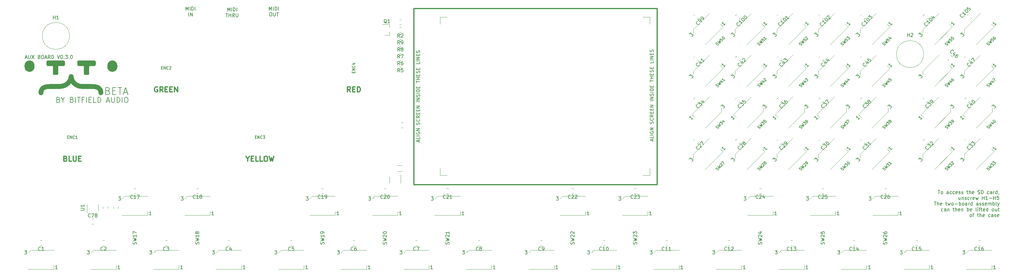
<source format=gbr>
%TF.GenerationSoftware,KiCad,Pcbnew,5.1.9*%
%TF.CreationDate,2021-05-04T07:57:13+02:00*%
%TF.ProjectId,OTTO-Beta-Aux,4f54544f-2d42-4657-9461-2d4175782e6b,rev?*%
%TF.SameCoordinates,Original*%
%TF.FileFunction,Legend,Top*%
%TF.FilePolarity,Positive*%
%FSLAX46Y46*%
G04 Gerber Fmt 4.6, Leading zero omitted, Abs format (unit mm)*
G04 Created by KiCad (PCBNEW 5.1.9) date 2021-05-04 07:57:13*
%MOMM*%
%LPD*%
G01*
G04 APERTURE LIST*
%ADD10C,0.150000*%
%ADD11C,0.300000*%
%ADD12C,0.200000*%
%ADD13C,0.120000*%
%ADD14C,0.010000*%
G04 APERTURE END LIST*
D10*
X284340595Y-66902380D02*
X284912023Y-66902380D01*
X284626309Y-67902380D02*
X284626309Y-66902380D01*
X285388214Y-67902380D02*
X285292976Y-67854761D01*
X285245357Y-67807142D01*
X285197738Y-67711904D01*
X285197738Y-67426190D01*
X285245357Y-67330952D01*
X285292976Y-67283333D01*
X285388214Y-67235714D01*
X285531071Y-67235714D01*
X285626309Y-67283333D01*
X285673928Y-67330952D01*
X285721547Y-67426190D01*
X285721547Y-67711904D01*
X285673928Y-67807142D01*
X285626309Y-67854761D01*
X285531071Y-67902380D01*
X285388214Y-67902380D01*
X287340595Y-67902380D02*
X287340595Y-67378571D01*
X287292976Y-67283333D01*
X287197738Y-67235714D01*
X287007261Y-67235714D01*
X286912023Y-67283333D01*
X287340595Y-67854761D02*
X287245357Y-67902380D01*
X287007261Y-67902380D01*
X286912023Y-67854761D01*
X286864404Y-67759523D01*
X286864404Y-67664285D01*
X286912023Y-67569047D01*
X287007261Y-67521428D01*
X287245357Y-67521428D01*
X287340595Y-67473809D01*
X288245357Y-67854761D02*
X288150119Y-67902380D01*
X287959642Y-67902380D01*
X287864404Y-67854761D01*
X287816785Y-67807142D01*
X287769166Y-67711904D01*
X287769166Y-67426190D01*
X287816785Y-67330952D01*
X287864404Y-67283333D01*
X287959642Y-67235714D01*
X288150119Y-67235714D01*
X288245357Y-67283333D01*
X289102500Y-67854761D02*
X289007261Y-67902380D01*
X288816785Y-67902380D01*
X288721547Y-67854761D01*
X288673928Y-67807142D01*
X288626309Y-67711904D01*
X288626309Y-67426190D01*
X288673928Y-67330952D01*
X288721547Y-67283333D01*
X288816785Y-67235714D01*
X289007261Y-67235714D01*
X289102500Y-67283333D01*
X289912023Y-67854761D02*
X289816785Y-67902380D01*
X289626309Y-67902380D01*
X289531071Y-67854761D01*
X289483452Y-67759523D01*
X289483452Y-67378571D01*
X289531071Y-67283333D01*
X289626309Y-67235714D01*
X289816785Y-67235714D01*
X289912023Y-67283333D01*
X289959642Y-67378571D01*
X289959642Y-67473809D01*
X289483452Y-67569047D01*
X290340595Y-67854761D02*
X290435833Y-67902380D01*
X290626309Y-67902380D01*
X290721547Y-67854761D01*
X290769166Y-67759523D01*
X290769166Y-67711904D01*
X290721547Y-67616666D01*
X290626309Y-67569047D01*
X290483452Y-67569047D01*
X290388214Y-67521428D01*
X290340595Y-67426190D01*
X290340595Y-67378571D01*
X290388214Y-67283333D01*
X290483452Y-67235714D01*
X290626309Y-67235714D01*
X290721547Y-67283333D01*
X291150119Y-67854761D02*
X291245357Y-67902380D01*
X291435833Y-67902380D01*
X291531071Y-67854761D01*
X291578690Y-67759523D01*
X291578690Y-67711904D01*
X291531071Y-67616666D01*
X291435833Y-67569047D01*
X291292976Y-67569047D01*
X291197738Y-67521428D01*
X291150119Y-67426190D01*
X291150119Y-67378571D01*
X291197738Y-67283333D01*
X291292976Y-67235714D01*
X291435833Y-67235714D01*
X291531071Y-67283333D01*
X292626309Y-67235714D02*
X293007261Y-67235714D01*
X292769166Y-66902380D02*
X292769166Y-67759523D01*
X292816785Y-67854761D01*
X292912023Y-67902380D01*
X293007261Y-67902380D01*
X293340595Y-67902380D02*
X293340595Y-66902380D01*
X293769166Y-67902380D02*
X293769166Y-67378571D01*
X293721547Y-67283333D01*
X293626309Y-67235714D01*
X293483452Y-67235714D01*
X293388214Y-67283333D01*
X293340595Y-67330952D01*
X294626309Y-67854761D02*
X294531071Y-67902380D01*
X294340595Y-67902380D01*
X294245357Y-67854761D01*
X294197738Y-67759523D01*
X294197738Y-67378571D01*
X294245357Y-67283333D01*
X294340595Y-67235714D01*
X294531071Y-67235714D01*
X294626309Y-67283333D01*
X294673928Y-67378571D01*
X294673928Y-67473809D01*
X294197738Y-67569047D01*
X295816785Y-67854761D02*
X295959642Y-67902380D01*
X296197738Y-67902380D01*
X296292976Y-67854761D01*
X296340595Y-67807142D01*
X296388214Y-67711904D01*
X296388214Y-67616666D01*
X296340595Y-67521428D01*
X296292976Y-67473809D01*
X296197738Y-67426190D01*
X296007261Y-67378571D01*
X295912023Y-67330952D01*
X295864404Y-67283333D01*
X295816785Y-67188095D01*
X295816785Y-67092857D01*
X295864404Y-66997619D01*
X295912023Y-66950000D01*
X296007261Y-66902380D01*
X296245357Y-66902380D01*
X296388214Y-66950000D01*
X296816785Y-67902380D02*
X296816785Y-66902380D01*
X297054880Y-66902380D01*
X297197738Y-66950000D01*
X297292976Y-67045238D01*
X297340595Y-67140476D01*
X297388214Y-67330952D01*
X297388214Y-67473809D01*
X297340595Y-67664285D01*
X297292976Y-67759523D01*
X297197738Y-67854761D01*
X297054880Y-67902380D01*
X296816785Y-67902380D01*
X299007261Y-67854761D02*
X298912023Y-67902380D01*
X298721547Y-67902380D01*
X298626309Y-67854761D01*
X298578690Y-67807142D01*
X298531071Y-67711904D01*
X298531071Y-67426190D01*
X298578690Y-67330952D01*
X298626309Y-67283333D01*
X298721547Y-67235714D01*
X298912023Y-67235714D01*
X299007261Y-67283333D01*
X299864404Y-67902380D02*
X299864404Y-67378571D01*
X299816785Y-67283333D01*
X299721547Y-67235714D01*
X299531071Y-67235714D01*
X299435833Y-67283333D01*
X299864404Y-67854761D02*
X299769166Y-67902380D01*
X299531071Y-67902380D01*
X299435833Y-67854761D01*
X299388214Y-67759523D01*
X299388214Y-67664285D01*
X299435833Y-67569047D01*
X299531071Y-67521428D01*
X299769166Y-67521428D01*
X299864404Y-67473809D01*
X300340595Y-67902380D02*
X300340595Y-67235714D01*
X300340595Y-67426190D02*
X300388214Y-67330952D01*
X300435833Y-67283333D01*
X300531071Y-67235714D01*
X300626309Y-67235714D01*
X301388214Y-67902380D02*
X301388214Y-66902380D01*
X301388214Y-67854761D02*
X301292976Y-67902380D01*
X301102500Y-67902380D01*
X301007261Y-67854761D01*
X300959642Y-67807142D01*
X300912023Y-67711904D01*
X300912023Y-67426190D01*
X300959642Y-67330952D01*
X301007261Y-67283333D01*
X301102500Y-67235714D01*
X301292976Y-67235714D01*
X301388214Y-67283333D01*
X301912023Y-67854761D02*
X301912023Y-67902380D01*
X301864404Y-67997619D01*
X301816785Y-68045238D01*
X290769166Y-68885714D02*
X290769166Y-69552380D01*
X290340595Y-68885714D02*
X290340595Y-69409523D01*
X290388214Y-69504761D01*
X290483452Y-69552380D01*
X290626309Y-69552380D01*
X290721547Y-69504761D01*
X290769166Y-69457142D01*
X291245357Y-68885714D02*
X291245357Y-69552380D01*
X291245357Y-68980952D02*
X291292976Y-68933333D01*
X291388214Y-68885714D01*
X291531071Y-68885714D01*
X291626309Y-68933333D01*
X291673928Y-69028571D01*
X291673928Y-69552380D01*
X292102500Y-69504761D02*
X292197738Y-69552380D01*
X292388214Y-69552380D01*
X292483452Y-69504761D01*
X292531071Y-69409523D01*
X292531071Y-69361904D01*
X292483452Y-69266666D01*
X292388214Y-69219047D01*
X292245357Y-69219047D01*
X292150119Y-69171428D01*
X292102500Y-69076190D01*
X292102500Y-69028571D01*
X292150119Y-68933333D01*
X292245357Y-68885714D01*
X292388214Y-68885714D01*
X292483452Y-68933333D01*
X293388214Y-69504761D02*
X293292976Y-69552380D01*
X293102500Y-69552380D01*
X293007261Y-69504761D01*
X292959642Y-69457142D01*
X292912023Y-69361904D01*
X292912023Y-69076190D01*
X292959642Y-68980952D01*
X293007261Y-68933333D01*
X293102500Y-68885714D01*
X293292976Y-68885714D01*
X293388214Y-68933333D01*
X293816785Y-69552380D02*
X293816785Y-68885714D01*
X293816785Y-69076190D02*
X293864404Y-68980952D01*
X293912023Y-68933333D01*
X294007261Y-68885714D01*
X294102500Y-68885714D01*
X294816785Y-69504761D02*
X294721547Y-69552380D01*
X294531071Y-69552380D01*
X294435833Y-69504761D01*
X294388214Y-69409523D01*
X294388214Y-69028571D01*
X294435833Y-68933333D01*
X294531071Y-68885714D01*
X294721547Y-68885714D01*
X294816785Y-68933333D01*
X294864404Y-69028571D01*
X294864404Y-69123809D01*
X294388214Y-69219047D01*
X295197738Y-68885714D02*
X295388214Y-69552380D01*
X295578690Y-69076190D01*
X295769166Y-69552380D01*
X295959642Y-68885714D01*
X297102500Y-69552380D02*
X297102500Y-68552380D01*
X297102500Y-69028571D02*
X297673928Y-69028571D01*
X297673928Y-69552380D02*
X297673928Y-68552380D01*
X298673928Y-69552380D02*
X298102500Y-69552380D01*
X298388214Y-69552380D02*
X298388214Y-68552380D01*
X298292976Y-68695238D01*
X298197738Y-68790476D01*
X298102500Y-68838095D01*
X299102500Y-69171428D02*
X299864404Y-69171428D01*
X300340595Y-69552380D02*
X300340595Y-68552380D01*
X300340595Y-69028571D02*
X300912023Y-69028571D01*
X300912023Y-69552380D02*
X300912023Y-68552380D01*
X301864404Y-68552380D02*
X301388214Y-68552380D01*
X301340595Y-69028571D01*
X301388214Y-68980952D01*
X301483452Y-68933333D01*
X301721547Y-68933333D01*
X301816785Y-68980952D01*
X301864404Y-69028571D01*
X301912023Y-69123809D01*
X301912023Y-69361904D01*
X301864404Y-69457142D01*
X301816785Y-69504761D01*
X301721547Y-69552380D01*
X301483452Y-69552380D01*
X301388214Y-69504761D01*
X301340595Y-69457142D01*
X283245357Y-70202380D02*
X283816785Y-70202380D01*
X283531071Y-71202380D02*
X283531071Y-70202380D01*
X284150119Y-71202380D02*
X284150119Y-70202380D01*
X284578690Y-71202380D02*
X284578690Y-70678571D01*
X284531071Y-70583333D01*
X284435833Y-70535714D01*
X284292976Y-70535714D01*
X284197738Y-70583333D01*
X284150119Y-70630952D01*
X285435833Y-71154761D02*
X285340595Y-71202380D01*
X285150119Y-71202380D01*
X285054880Y-71154761D01*
X285007261Y-71059523D01*
X285007261Y-70678571D01*
X285054880Y-70583333D01*
X285150119Y-70535714D01*
X285340595Y-70535714D01*
X285435833Y-70583333D01*
X285483452Y-70678571D01*
X285483452Y-70773809D01*
X285007261Y-70869047D01*
X286531071Y-70535714D02*
X286912023Y-70535714D01*
X286673928Y-70202380D02*
X286673928Y-71059523D01*
X286721547Y-71154761D01*
X286816785Y-71202380D01*
X286912023Y-71202380D01*
X287150119Y-70535714D02*
X287340595Y-71202380D01*
X287531071Y-70726190D01*
X287721547Y-71202380D01*
X287912023Y-70535714D01*
X288435833Y-71202380D02*
X288340595Y-71154761D01*
X288292976Y-71107142D01*
X288245357Y-71011904D01*
X288245357Y-70726190D01*
X288292976Y-70630952D01*
X288340595Y-70583333D01*
X288435833Y-70535714D01*
X288578690Y-70535714D01*
X288673928Y-70583333D01*
X288721547Y-70630952D01*
X288769166Y-70726190D01*
X288769166Y-71011904D01*
X288721547Y-71107142D01*
X288673928Y-71154761D01*
X288578690Y-71202380D01*
X288435833Y-71202380D01*
X289197738Y-70821428D02*
X289959642Y-70821428D01*
X290435833Y-71202380D02*
X290435833Y-70202380D01*
X290435833Y-70583333D02*
X290531071Y-70535714D01*
X290721547Y-70535714D01*
X290816785Y-70583333D01*
X290864404Y-70630952D01*
X290912023Y-70726190D01*
X290912023Y-71011904D01*
X290864404Y-71107142D01*
X290816785Y-71154761D01*
X290721547Y-71202380D01*
X290531071Y-71202380D01*
X290435833Y-71154761D01*
X291483452Y-71202380D02*
X291388214Y-71154761D01*
X291340595Y-71107142D01*
X291292976Y-71011904D01*
X291292976Y-70726190D01*
X291340595Y-70630952D01*
X291388214Y-70583333D01*
X291483452Y-70535714D01*
X291626309Y-70535714D01*
X291721547Y-70583333D01*
X291769166Y-70630952D01*
X291816785Y-70726190D01*
X291816785Y-71011904D01*
X291769166Y-71107142D01*
X291721547Y-71154761D01*
X291626309Y-71202380D01*
X291483452Y-71202380D01*
X292673928Y-71202380D02*
X292673928Y-70678571D01*
X292626309Y-70583333D01*
X292531071Y-70535714D01*
X292340595Y-70535714D01*
X292245357Y-70583333D01*
X292673928Y-71154761D02*
X292578690Y-71202380D01*
X292340595Y-71202380D01*
X292245357Y-71154761D01*
X292197738Y-71059523D01*
X292197738Y-70964285D01*
X292245357Y-70869047D01*
X292340595Y-70821428D01*
X292578690Y-70821428D01*
X292673928Y-70773809D01*
X293150119Y-71202380D02*
X293150119Y-70535714D01*
X293150119Y-70726190D02*
X293197738Y-70630952D01*
X293245357Y-70583333D01*
X293340595Y-70535714D01*
X293435833Y-70535714D01*
X294197738Y-71202380D02*
X294197738Y-70202380D01*
X294197738Y-71154761D02*
X294102500Y-71202380D01*
X293912023Y-71202380D01*
X293816785Y-71154761D01*
X293769166Y-71107142D01*
X293721547Y-71011904D01*
X293721547Y-70726190D01*
X293769166Y-70630952D01*
X293816785Y-70583333D01*
X293912023Y-70535714D01*
X294102500Y-70535714D01*
X294197738Y-70583333D01*
X295864404Y-71202380D02*
X295864404Y-70678571D01*
X295816785Y-70583333D01*
X295721547Y-70535714D01*
X295531071Y-70535714D01*
X295435833Y-70583333D01*
X295864404Y-71154761D02*
X295769166Y-71202380D01*
X295531071Y-71202380D01*
X295435833Y-71154761D01*
X295388214Y-71059523D01*
X295388214Y-70964285D01*
X295435833Y-70869047D01*
X295531071Y-70821428D01*
X295769166Y-70821428D01*
X295864404Y-70773809D01*
X296292976Y-71154761D02*
X296388214Y-71202380D01*
X296578690Y-71202380D01*
X296673928Y-71154761D01*
X296721547Y-71059523D01*
X296721547Y-71011904D01*
X296673928Y-70916666D01*
X296578690Y-70869047D01*
X296435833Y-70869047D01*
X296340595Y-70821428D01*
X296292976Y-70726190D01*
X296292976Y-70678571D01*
X296340595Y-70583333D01*
X296435833Y-70535714D01*
X296578690Y-70535714D01*
X296673928Y-70583333D01*
X297102500Y-71154761D02*
X297197738Y-71202380D01*
X297388214Y-71202380D01*
X297483452Y-71154761D01*
X297531071Y-71059523D01*
X297531071Y-71011904D01*
X297483452Y-70916666D01*
X297388214Y-70869047D01*
X297245357Y-70869047D01*
X297150119Y-70821428D01*
X297102500Y-70726190D01*
X297102500Y-70678571D01*
X297150119Y-70583333D01*
X297245357Y-70535714D01*
X297388214Y-70535714D01*
X297483452Y-70583333D01*
X298340595Y-71154761D02*
X298245357Y-71202380D01*
X298054880Y-71202380D01*
X297959642Y-71154761D01*
X297912023Y-71059523D01*
X297912023Y-70678571D01*
X297959642Y-70583333D01*
X298054880Y-70535714D01*
X298245357Y-70535714D01*
X298340595Y-70583333D01*
X298388214Y-70678571D01*
X298388214Y-70773809D01*
X297912023Y-70869047D01*
X298816785Y-71202380D02*
X298816785Y-70535714D01*
X298816785Y-70630952D02*
X298864404Y-70583333D01*
X298959642Y-70535714D01*
X299102500Y-70535714D01*
X299197738Y-70583333D01*
X299245357Y-70678571D01*
X299245357Y-71202380D01*
X299245357Y-70678571D02*
X299292976Y-70583333D01*
X299388214Y-70535714D01*
X299531071Y-70535714D01*
X299626309Y-70583333D01*
X299673928Y-70678571D01*
X299673928Y-71202380D01*
X300150119Y-71202380D02*
X300150119Y-70202380D01*
X300150119Y-70583333D02*
X300245357Y-70535714D01*
X300435833Y-70535714D01*
X300531071Y-70583333D01*
X300578690Y-70630952D01*
X300626309Y-70726190D01*
X300626309Y-71011904D01*
X300578690Y-71107142D01*
X300531071Y-71154761D01*
X300435833Y-71202380D01*
X300245357Y-71202380D01*
X300150119Y-71154761D01*
X301197738Y-71202380D02*
X301102500Y-71154761D01*
X301054880Y-71059523D01*
X301054880Y-70202380D01*
X301483452Y-70535714D02*
X301721547Y-71202380D01*
X301959642Y-70535714D02*
X301721547Y-71202380D01*
X301626309Y-71440476D01*
X301578690Y-71488095D01*
X301483452Y-71535714D01*
X285769166Y-72804761D02*
X285673928Y-72852380D01*
X285483452Y-72852380D01*
X285388214Y-72804761D01*
X285340595Y-72757142D01*
X285292976Y-72661904D01*
X285292976Y-72376190D01*
X285340595Y-72280952D01*
X285388214Y-72233333D01*
X285483452Y-72185714D01*
X285673928Y-72185714D01*
X285769166Y-72233333D01*
X286626309Y-72852380D02*
X286626309Y-72328571D01*
X286578690Y-72233333D01*
X286483452Y-72185714D01*
X286292976Y-72185714D01*
X286197738Y-72233333D01*
X286626309Y-72804761D02*
X286531071Y-72852380D01*
X286292976Y-72852380D01*
X286197738Y-72804761D01*
X286150119Y-72709523D01*
X286150119Y-72614285D01*
X286197738Y-72519047D01*
X286292976Y-72471428D01*
X286531071Y-72471428D01*
X286626309Y-72423809D01*
X287102500Y-72185714D02*
X287102500Y-72852380D01*
X287102500Y-72280952D02*
X287150119Y-72233333D01*
X287245357Y-72185714D01*
X287388214Y-72185714D01*
X287483452Y-72233333D01*
X287531071Y-72328571D01*
X287531071Y-72852380D01*
X288626309Y-72185714D02*
X289007261Y-72185714D01*
X288769166Y-71852380D02*
X288769166Y-72709523D01*
X288816785Y-72804761D01*
X288912023Y-72852380D01*
X289007261Y-72852380D01*
X289340595Y-72852380D02*
X289340595Y-71852380D01*
X289769166Y-72852380D02*
X289769166Y-72328571D01*
X289721547Y-72233333D01*
X289626309Y-72185714D01*
X289483452Y-72185714D01*
X289388214Y-72233333D01*
X289340595Y-72280952D01*
X290626309Y-72804761D02*
X290531071Y-72852380D01*
X290340595Y-72852380D01*
X290245357Y-72804761D01*
X290197738Y-72709523D01*
X290197738Y-72328571D01*
X290245357Y-72233333D01*
X290340595Y-72185714D01*
X290531071Y-72185714D01*
X290626309Y-72233333D01*
X290673928Y-72328571D01*
X290673928Y-72423809D01*
X290197738Y-72519047D01*
X291102500Y-72185714D02*
X291102500Y-72852380D01*
X291102500Y-72280952D02*
X291150119Y-72233333D01*
X291245357Y-72185714D01*
X291388214Y-72185714D01*
X291483452Y-72233333D01*
X291531071Y-72328571D01*
X291531071Y-72852380D01*
X292769166Y-72852380D02*
X292769166Y-71852380D01*
X292769166Y-72233333D02*
X292864404Y-72185714D01*
X293054880Y-72185714D01*
X293150119Y-72233333D01*
X293197738Y-72280952D01*
X293245357Y-72376190D01*
X293245357Y-72661904D01*
X293197738Y-72757142D01*
X293150119Y-72804761D01*
X293054880Y-72852380D01*
X292864404Y-72852380D01*
X292769166Y-72804761D01*
X294054880Y-72804761D02*
X293959642Y-72852380D01*
X293769166Y-72852380D01*
X293673928Y-72804761D01*
X293626309Y-72709523D01*
X293626309Y-72328571D01*
X293673928Y-72233333D01*
X293769166Y-72185714D01*
X293959642Y-72185714D01*
X294054880Y-72233333D01*
X294102500Y-72328571D01*
X294102500Y-72423809D01*
X293626309Y-72519047D01*
X295435833Y-72852380D02*
X295340595Y-72804761D01*
X295292976Y-72709523D01*
X295292976Y-71852380D01*
X295816785Y-72852380D02*
X295816785Y-72185714D01*
X295816785Y-71852380D02*
X295769166Y-71900000D01*
X295816785Y-71947619D01*
X295864404Y-71900000D01*
X295816785Y-71852380D01*
X295816785Y-71947619D01*
X296150119Y-72185714D02*
X296531071Y-72185714D01*
X296292976Y-72852380D02*
X296292976Y-71995238D01*
X296340595Y-71900000D01*
X296435833Y-71852380D01*
X296531071Y-71852380D01*
X296721547Y-72185714D02*
X297102500Y-72185714D01*
X296864404Y-71852380D02*
X296864404Y-72709523D01*
X296912023Y-72804761D01*
X297007261Y-72852380D01*
X297102500Y-72852380D01*
X297816785Y-72804761D02*
X297721547Y-72852380D01*
X297531071Y-72852380D01*
X297435833Y-72804761D01*
X297388214Y-72709523D01*
X297388214Y-72328571D01*
X297435833Y-72233333D01*
X297531071Y-72185714D01*
X297721547Y-72185714D01*
X297816785Y-72233333D01*
X297864404Y-72328571D01*
X297864404Y-72423809D01*
X297388214Y-72519047D01*
X298721547Y-72852380D02*
X298721547Y-71852380D01*
X298721547Y-72804761D02*
X298626309Y-72852380D01*
X298435833Y-72852380D01*
X298340595Y-72804761D01*
X298292976Y-72757142D01*
X298245357Y-72661904D01*
X298245357Y-72376190D01*
X298292976Y-72280952D01*
X298340595Y-72233333D01*
X298435833Y-72185714D01*
X298626309Y-72185714D01*
X298721547Y-72233333D01*
X300102500Y-72852380D02*
X300007261Y-72804761D01*
X299959642Y-72757142D01*
X299912023Y-72661904D01*
X299912023Y-72376190D01*
X299959642Y-72280952D01*
X300007261Y-72233333D01*
X300102500Y-72185714D01*
X300245357Y-72185714D01*
X300340595Y-72233333D01*
X300388214Y-72280952D01*
X300435833Y-72376190D01*
X300435833Y-72661904D01*
X300388214Y-72757142D01*
X300340595Y-72804761D01*
X300245357Y-72852380D01*
X300102500Y-72852380D01*
X301292976Y-72185714D02*
X301292976Y-72852380D01*
X300864404Y-72185714D02*
X300864404Y-72709523D01*
X300912023Y-72804761D01*
X301007261Y-72852380D01*
X301150119Y-72852380D01*
X301245357Y-72804761D01*
X301292976Y-72757142D01*
X301626309Y-72185714D02*
X302007261Y-72185714D01*
X301769166Y-71852380D02*
X301769166Y-72709523D01*
X301816785Y-72804761D01*
X301912023Y-72852380D01*
X302007261Y-72852380D01*
X293721547Y-74502380D02*
X293626309Y-74454761D01*
X293578690Y-74407142D01*
X293531071Y-74311904D01*
X293531071Y-74026190D01*
X293578690Y-73930952D01*
X293626309Y-73883333D01*
X293721547Y-73835714D01*
X293864404Y-73835714D01*
X293959642Y-73883333D01*
X294007261Y-73930952D01*
X294054880Y-74026190D01*
X294054880Y-74311904D01*
X294007261Y-74407142D01*
X293959642Y-74454761D01*
X293864404Y-74502380D01*
X293721547Y-74502380D01*
X294340595Y-73835714D02*
X294721547Y-73835714D01*
X294483452Y-74502380D02*
X294483452Y-73645238D01*
X294531071Y-73550000D01*
X294626309Y-73502380D01*
X294721547Y-73502380D01*
X295673928Y-73835714D02*
X296054880Y-73835714D01*
X295816785Y-73502380D02*
X295816785Y-74359523D01*
X295864404Y-74454761D01*
X295959642Y-74502380D01*
X296054880Y-74502380D01*
X296388214Y-74502380D02*
X296388214Y-73502380D01*
X296816785Y-74502380D02*
X296816785Y-73978571D01*
X296769166Y-73883333D01*
X296673928Y-73835714D01*
X296531071Y-73835714D01*
X296435833Y-73883333D01*
X296388214Y-73930952D01*
X297673928Y-74454761D02*
X297578690Y-74502380D01*
X297388214Y-74502380D01*
X297292976Y-74454761D01*
X297245357Y-74359523D01*
X297245357Y-73978571D01*
X297292976Y-73883333D01*
X297388214Y-73835714D01*
X297578690Y-73835714D01*
X297673928Y-73883333D01*
X297721547Y-73978571D01*
X297721547Y-74073809D01*
X297245357Y-74169047D01*
X299340595Y-74454761D02*
X299245357Y-74502380D01*
X299054880Y-74502380D01*
X298959642Y-74454761D01*
X298912023Y-74407142D01*
X298864404Y-74311904D01*
X298864404Y-74026190D01*
X298912023Y-73930952D01*
X298959642Y-73883333D01*
X299054880Y-73835714D01*
X299245357Y-73835714D01*
X299340595Y-73883333D01*
X300197738Y-74502380D02*
X300197738Y-73978571D01*
X300150119Y-73883333D01*
X300054880Y-73835714D01*
X299864404Y-73835714D01*
X299769166Y-73883333D01*
X300197738Y-74454761D02*
X300102500Y-74502380D01*
X299864404Y-74502380D01*
X299769166Y-74454761D01*
X299721547Y-74359523D01*
X299721547Y-74264285D01*
X299769166Y-74169047D01*
X299864404Y-74121428D01*
X300102500Y-74121428D01*
X300197738Y-74073809D01*
X300626309Y-74454761D02*
X300721547Y-74502380D01*
X300912023Y-74502380D01*
X301007261Y-74454761D01*
X301054880Y-74359523D01*
X301054880Y-74311904D01*
X301007261Y-74216666D01*
X300912023Y-74169047D01*
X300769166Y-74169047D01*
X300673928Y-74121428D01*
X300626309Y-74026190D01*
X300626309Y-73978571D01*
X300673928Y-73883333D01*
X300769166Y-73835714D01*
X300912023Y-73835714D01*
X301007261Y-73883333D01*
X301864404Y-74454761D02*
X301769166Y-74502380D01*
X301578690Y-74502380D01*
X301483452Y-74454761D01*
X301435833Y-74359523D01*
X301435833Y-73978571D01*
X301483452Y-73883333D01*
X301578690Y-73835714D01*
X301769166Y-73835714D01*
X301864404Y-73883333D01*
X301912023Y-73978571D01*
X301912023Y-74073809D01*
X301435833Y-74169047D01*
D11*
X115235714Y-38528571D02*
X114735714Y-37814285D01*
X114378571Y-38528571D02*
X114378571Y-37028571D01*
X114950000Y-37028571D01*
X115092857Y-37100000D01*
X115164285Y-37171428D01*
X115235714Y-37314285D01*
X115235714Y-37528571D01*
X115164285Y-37671428D01*
X115092857Y-37742857D01*
X114950000Y-37814285D01*
X114378571Y-37814285D01*
X115878571Y-37742857D02*
X116378571Y-37742857D01*
X116592857Y-38528571D02*
X115878571Y-38528571D01*
X115878571Y-37028571D01*
X116592857Y-37028571D01*
X117235714Y-38528571D02*
X117235714Y-37028571D01*
X117592857Y-37028571D01*
X117807142Y-37100000D01*
X117950000Y-37242857D01*
X118021428Y-37385714D01*
X118092857Y-37671428D01*
X118092857Y-37885714D01*
X118021428Y-38171428D01*
X117950000Y-38314285D01*
X117807142Y-38457142D01*
X117592857Y-38528571D01*
X117235714Y-38528571D01*
X85664285Y-57814285D02*
X85664285Y-58528571D01*
X85164285Y-57028571D02*
X85664285Y-57814285D01*
X86164285Y-57028571D01*
X86664285Y-57742857D02*
X87164285Y-57742857D01*
X87378571Y-58528571D02*
X86664285Y-58528571D01*
X86664285Y-57028571D01*
X87378571Y-57028571D01*
X88735714Y-58528571D02*
X88021428Y-58528571D01*
X88021428Y-57028571D01*
X89950000Y-58528571D02*
X89235714Y-58528571D01*
X89235714Y-57028571D01*
X90735714Y-57028571D02*
X91021428Y-57028571D01*
X91164285Y-57100000D01*
X91307142Y-57242857D01*
X91378571Y-57528571D01*
X91378571Y-58028571D01*
X91307142Y-58314285D01*
X91164285Y-58457142D01*
X91021428Y-58528571D01*
X90735714Y-58528571D01*
X90592857Y-58457142D01*
X90450000Y-58314285D01*
X90378571Y-58028571D01*
X90378571Y-57528571D01*
X90450000Y-57242857D01*
X90592857Y-57100000D01*
X90735714Y-57028571D01*
X91878571Y-57028571D02*
X92235714Y-58528571D01*
X92521428Y-57457142D01*
X92807142Y-58528571D01*
X93164285Y-57028571D01*
X59700000Y-37100000D02*
X59557142Y-37028571D01*
X59342857Y-37028571D01*
X59128571Y-37100000D01*
X58985714Y-37242857D01*
X58914285Y-37385714D01*
X58842857Y-37671428D01*
X58842857Y-37885714D01*
X58914285Y-38171428D01*
X58985714Y-38314285D01*
X59128571Y-38457142D01*
X59342857Y-38528571D01*
X59485714Y-38528571D01*
X59700000Y-38457142D01*
X59771428Y-38385714D01*
X59771428Y-37885714D01*
X59485714Y-37885714D01*
X61271428Y-38528571D02*
X60771428Y-37814285D01*
X60414285Y-38528571D02*
X60414285Y-37028571D01*
X60985714Y-37028571D01*
X61128571Y-37100000D01*
X61200000Y-37171428D01*
X61271428Y-37314285D01*
X61271428Y-37528571D01*
X61200000Y-37671428D01*
X61128571Y-37742857D01*
X60985714Y-37814285D01*
X60414285Y-37814285D01*
X61914285Y-37742857D02*
X62414285Y-37742857D01*
X62628571Y-38528571D02*
X61914285Y-38528571D01*
X61914285Y-37028571D01*
X62628571Y-37028571D01*
X63271428Y-37742857D02*
X63771428Y-37742857D01*
X63985714Y-38528571D02*
X63271428Y-38528571D01*
X63271428Y-37028571D01*
X63985714Y-37028571D01*
X64628571Y-38528571D02*
X64628571Y-37028571D01*
X65485714Y-38528571D01*
X65485714Y-37028571D01*
X33235714Y-57742857D02*
X33450000Y-57814285D01*
X33521428Y-57885714D01*
X33592857Y-58028571D01*
X33592857Y-58242857D01*
X33521428Y-58385714D01*
X33450000Y-58457142D01*
X33307142Y-58528571D01*
X32735714Y-58528571D01*
X32735714Y-57028571D01*
X33235714Y-57028571D01*
X33378571Y-57100000D01*
X33450000Y-57171428D01*
X33521428Y-57314285D01*
X33521428Y-57457142D01*
X33450000Y-57600000D01*
X33378571Y-57671428D01*
X33235714Y-57742857D01*
X32735714Y-57742857D01*
X34950000Y-58528571D02*
X34235714Y-58528571D01*
X34235714Y-57028571D01*
X35450000Y-57028571D02*
X35450000Y-58242857D01*
X35521428Y-58385714D01*
X35592857Y-58457142D01*
X35735714Y-58528571D01*
X36021428Y-58528571D01*
X36164285Y-58457142D01*
X36235714Y-58385714D01*
X36307142Y-58242857D01*
X36307142Y-57028571D01*
X37021428Y-57742857D02*
X37521428Y-57742857D01*
X37735714Y-58528571D02*
X37021428Y-58528571D01*
X37021428Y-57028571D01*
X37735714Y-57028571D01*
D12*
X45462847Y-38203160D02*
X45748561Y-38298398D01*
X45843800Y-38393637D01*
X45939038Y-38584113D01*
X45939038Y-38869827D01*
X45843800Y-39060303D01*
X45748561Y-39155541D01*
X45558085Y-39250779D01*
X44796180Y-39250779D01*
X44796180Y-37250779D01*
X45462847Y-37250779D01*
X45653323Y-37346018D01*
X45748561Y-37441256D01*
X45843800Y-37631732D01*
X45843800Y-37822208D01*
X45748561Y-38012684D01*
X45653323Y-38107922D01*
X45462847Y-38203160D01*
X44796180Y-38203160D01*
X46796180Y-38203160D02*
X47462847Y-38203160D01*
X47748561Y-39250779D02*
X46796180Y-39250779D01*
X46796180Y-37250779D01*
X47748561Y-37250779D01*
X48319990Y-37250779D02*
X49462847Y-37250779D01*
X48891419Y-39250779D02*
X48891419Y-37250779D01*
X50034276Y-38679351D02*
X50986657Y-38679351D01*
X49843800Y-39250779D02*
X50510466Y-37250779D01*
X51177133Y-39250779D01*
X31178085Y-40738875D02*
X31392371Y-40810303D01*
X31463800Y-40881732D01*
X31535228Y-41024589D01*
X31535228Y-41238875D01*
X31463800Y-41381732D01*
X31392371Y-41453160D01*
X31249514Y-41524589D01*
X30678085Y-41524589D01*
X30678085Y-40024589D01*
X31178085Y-40024589D01*
X31320942Y-40096018D01*
X31392371Y-40167446D01*
X31463800Y-40310303D01*
X31463800Y-40453160D01*
X31392371Y-40596018D01*
X31320942Y-40667446D01*
X31178085Y-40738875D01*
X30678085Y-40738875D01*
X32463800Y-40810303D02*
X32463800Y-41524589D01*
X31963800Y-40024589D02*
X32463800Y-40810303D01*
X32963800Y-40024589D01*
X35106657Y-40738875D02*
X35320942Y-40810303D01*
X35392371Y-40881732D01*
X35463800Y-41024589D01*
X35463800Y-41238875D01*
X35392371Y-41381732D01*
X35320942Y-41453160D01*
X35178085Y-41524589D01*
X34606657Y-41524589D01*
X34606657Y-40024589D01*
X35106657Y-40024589D01*
X35249514Y-40096018D01*
X35320942Y-40167446D01*
X35392371Y-40310303D01*
X35392371Y-40453160D01*
X35320942Y-40596018D01*
X35249514Y-40667446D01*
X35106657Y-40738875D01*
X34606657Y-40738875D01*
X36106657Y-41524589D02*
X36106657Y-40024589D01*
X36606657Y-40024589D02*
X37463800Y-40024589D01*
X37035228Y-41524589D02*
X37035228Y-40024589D01*
X38463800Y-40738875D02*
X37963800Y-40738875D01*
X37963800Y-41524589D02*
X37963800Y-40024589D01*
X38678085Y-40024589D01*
X39249514Y-41524589D02*
X39249514Y-40024589D01*
X39963800Y-40738875D02*
X40463800Y-40738875D01*
X40678085Y-41524589D02*
X39963800Y-41524589D01*
X39963800Y-40024589D01*
X40678085Y-40024589D01*
X42035228Y-41524589D02*
X41320942Y-41524589D01*
X41320942Y-40024589D01*
X42535228Y-41524589D02*
X42535228Y-40024589D01*
X42892371Y-40024589D01*
X43106657Y-40096018D01*
X43249514Y-40238875D01*
X43320942Y-40381732D01*
X43392371Y-40667446D01*
X43392371Y-40881732D01*
X43320942Y-41167446D01*
X43249514Y-41310303D01*
X43106657Y-41453160D01*
X42892371Y-41524589D01*
X42535228Y-41524589D01*
X45106657Y-41096018D02*
X45820942Y-41096018D01*
X44963800Y-41524589D02*
X45463800Y-40024589D01*
X45963800Y-41524589D01*
X46463800Y-40024589D02*
X46463800Y-41238875D01*
X46535228Y-41381732D01*
X46606657Y-41453160D01*
X46749514Y-41524589D01*
X47035228Y-41524589D01*
X47178085Y-41453160D01*
X47249514Y-41381732D01*
X47320942Y-41238875D01*
X47320942Y-40024589D01*
X48035228Y-41524589D02*
X48035228Y-40024589D01*
X48392371Y-40024589D01*
X48606657Y-40096018D01*
X48749514Y-40238875D01*
X48820942Y-40381732D01*
X48892371Y-40667446D01*
X48892371Y-40881732D01*
X48820942Y-41167446D01*
X48749514Y-41310303D01*
X48606657Y-41453160D01*
X48392371Y-41524589D01*
X48035228Y-41524589D01*
X49535228Y-41524589D02*
X49535228Y-40024589D01*
X50535228Y-40024589D02*
X50820942Y-40024589D01*
X50963800Y-40096018D01*
X51106657Y-40238875D01*
X51178085Y-40524589D01*
X51178085Y-41024589D01*
X51106657Y-41310303D01*
X50963800Y-41453160D01*
X50820942Y-41524589D01*
X50535228Y-41524589D01*
X50392371Y-41453160D01*
X50249514Y-41310303D01*
X50178085Y-41024589D01*
X50178085Y-40524589D01*
X50249514Y-40238875D01*
X50392371Y-40096018D01*
X50535228Y-40024589D01*
D10*
X67890476Y-14977380D02*
X67890476Y-13977380D01*
X68223809Y-14691666D01*
X68557142Y-13977380D01*
X68557142Y-14977380D01*
X69033333Y-14977380D02*
X69033333Y-13977380D01*
X69509523Y-14977380D02*
X69509523Y-13977380D01*
X69747619Y-13977380D01*
X69890476Y-14025000D01*
X69985714Y-14120238D01*
X70033333Y-14215476D01*
X70080952Y-14405952D01*
X70080952Y-14548809D01*
X70033333Y-14739285D01*
X69985714Y-14834523D01*
X69890476Y-14929761D01*
X69747619Y-14977380D01*
X69509523Y-14977380D01*
X70509523Y-14977380D02*
X70509523Y-13977380D01*
X68676190Y-16627380D02*
X68676190Y-15627380D01*
X69152380Y-16627380D02*
X69152380Y-15627380D01*
X69723809Y-16627380D01*
X69723809Y-15627380D01*
X79890476Y-15227380D02*
X79890476Y-14227380D01*
X80223809Y-14941666D01*
X80557142Y-14227380D01*
X80557142Y-15227380D01*
X81033333Y-15227380D02*
X81033333Y-14227380D01*
X81509523Y-15227380D02*
X81509523Y-14227380D01*
X81747619Y-14227380D01*
X81890476Y-14275000D01*
X81985714Y-14370238D01*
X82033333Y-14465476D01*
X82080952Y-14655952D01*
X82080952Y-14798809D01*
X82033333Y-14989285D01*
X81985714Y-15084523D01*
X81890476Y-15179761D01*
X81747619Y-15227380D01*
X81509523Y-15227380D01*
X82509523Y-15227380D02*
X82509523Y-14227380D01*
X79366666Y-15877380D02*
X79938095Y-15877380D01*
X79652380Y-16877380D02*
X79652380Y-15877380D01*
X80271428Y-16877380D02*
X80271428Y-15877380D01*
X80271428Y-16353571D02*
X80842857Y-16353571D01*
X80842857Y-16877380D02*
X80842857Y-15877380D01*
X81890476Y-16877380D02*
X81557142Y-16401190D01*
X81319047Y-16877380D02*
X81319047Y-15877380D01*
X81700000Y-15877380D01*
X81795238Y-15925000D01*
X81842857Y-15972619D01*
X81890476Y-16067857D01*
X81890476Y-16210714D01*
X81842857Y-16305952D01*
X81795238Y-16353571D01*
X81700000Y-16401190D01*
X81319047Y-16401190D01*
X82319047Y-15877380D02*
X82319047Y-16686904D01*
X82366666Y-16782142D01*
X82414285Y-16829761D01*
X82509523Y-16877380D01*
X82700000Y-16877380D01*
X82795238Y-16829761D01*
X82842857Y-16782142D01*
X82890476Y-16686904D01*
X82890476Y-15877380D01*
X91890476Y-14977380D02*
X91890476Y-13977380D01*
X92223809Y-14691666D01*
X92557142Y-13977380D01*
X92557142Y-14977380D01*
X93033333Y-14977380D02*
X93033333Y-13977380D01*
X93509523Y-14977380D02*
X93509523Y-13977380D01*
X93747619Y-13977380D01*
X93890476Y-14025000D01*
X93985714Y-14120238D01*
X94033333Y-14215476D01*
X94080952Y-14405952D01*
X94080952Y-14548809D01*
X94033333Y-14739285D01*
X93985714Y-14834523D01*
X93890476Y-14929761D01*
X93747619Y-14977380D01*
X93509523Y-14977380D01*
X94509523Y-14977380D02*
X94509523Y-13977380D01*
X92200000Y-15627380D02*
X92390476Y-15627380D01*
X92485714Y-15675000D01*
X92580952Y-15770238D01*
X92628571Y-15960714D01*
X92628571Y-16294047D01*
X92580952Y-16484523D01*
X92485714Y-16579761D01*
X92390476Y-16627380D01*
X92200000Y-16627380D01*
X92104761Y-16579761D01*
X92009523Y-16484523D01*
X91961904Y-16294047D01*
X91961904Y-15960714D01*
X92009523Y-15770238D01*
X92104761Y-15675000D01*
X92200000Y-15627380D01*
X93057142Y-15627380D02*
X93057142Y-16436904D01*
X93104761Y-16532142D01*
X93152380Y-16579761D01*
X93247619Y-16627380D01*
X93438095Y-16627380D01*
X93533333Y-16579761D01*
X93580952Y-16532142D01*
X93628571Y-16436904D01*
X93628571Y-15627380D01*
X93961904Y-15627380D02*
X94533333Y-15627380D01*
X94247619Y-16627380D02*
X94247619Y-15627380D01*
X21681776Y-28626466D02*
X22157966Y-28626466D01*
X21586538Y-28912180D02*
X21919871Y-27912180D01*
X22253204Y-28912180D01*
X22586538Y-27912180D02*
X22586538Y-28721704D01*
X22634157Y-28816942D01*
X22681776Y-28864561D01*
X22777014Y-28912180D01*
X22967490Y-28912180D01*
X23062728Y-28864561D01*
X23110347Y-28816942D01*
X23157966Y-28721704D01*
X23157966Y-27912180D01*
X23538919Y-27912180D02*
X24205585Y-28912180D01*
X24205585Y-27912180D02*
X23538919Y-28912180D01*
X25681776Y-28388371D02*
X25824633Y-28435990D01*
X25872252Y-28483609D01*
X25919871Y-28578847D01*
X25919871Y-28721704D01*
X25872252Y-28816942D01*
X25824633Y-28864561D01*
X25729395Y-28912180D01*
X25348442Y-28912180D01*
X25348442Y-27912180D01*
X25681776Y-27912180D01*
X25777014Y-27959800D01*
X25824633Y-28007419D01*
X25872252Y-28102657D01*
X25872252Y-28197895D01*
X25824633Y-28293133D01*
X25777014Y-28340752D01*
X25681776Y-28388371D01*
X25348442Y-28388371D01*
X26538919Y-27912180D02*
X26729395Y-27912180D01*
X26824633Y-27959800D01*
X26919871Y-28055038D01*
X26967490Y-28245514D01*
X26967490Y-28578847D01*
X26919871Y-28769323D01*
X26824633Y-28864561D01*
X26729395Y-28912180D01*
X26538919Y-28912180D01*
X26443680Y-28864561D01*
X26348442Y-28769323D01*
X26300823Y-28578847D01*
X26300823Y-28245514D01*
X26348442Y-28055038D01*
X26443680Y-27959800D01*
X26538919Y-27912180D01*
X27348442Y-28626466D02*
X27824633Y-28626466D01*
X27253204Y-28912180D02*
X27586538Y-27912180D01*
X27919871Y-28912180D01*
X28824633Y-28912180D02*
X28491300Y-28435990D01*
X28253204Y-28912180D02*
X28253204Y-27912180D01*
X28634157Y-27912180D01*
X28729395Y-27959800D01*
X28777014Y-28007419D01*
X28824633Y-28102657D01*
X28824633Y-28245514D01*
X28777014Y-28340752D01*
X28729395Y-28388371D01*
X28634157Y-28435990D01*
X28253204Y-28435990D01*
X29253204Y-28912180D02*
X29253204Y-27912180D01*
X29491300Y-27912180D01*
X29634157Y-27959800D01*
X29729395Y-28055038D01*
X29777014Y-28150276D01*
X29824633Y-28340752D01*
X29824633Y-28483609D01*
X29777014Y-28674085D01*
X29729395Y-28769323D01*
X29634157Y-28864561D01*
X29491300Y-28912180D01*
X29253204Y-28912180D01*
X30872252Y-27912180D02*
X31205585Y-28912180D01*
X31538919Y-27912180D01*
X32062728Y-27912180D02*
X32157966Y-27912180D01*
X32253204Y-27959800D01*
X32300823Y-28007419D01*
X32348442Y-28102657D01*
X32396061Y-28293133D01*
X32396061Y-28531228D01*
X32348442Y-28721704D01*
X32300823Y-28816942D01*
X32253204Y-28864561D01*
X32157966Y-28912180D01*
X32062728Y-28912180D01*
X31967490Y-28864561D01*
X31919871Y-28816942D01*
X31872252Y-28721704D01*
X31824633Y-28531228D01*
X31824633Y-28293133D01*
X31872252Y-28102657D01*
X31919871Y-28007419D01*
X31967490Y-27959800D01*
X32062728Y-27912180D01*
X32824633Y-28816942D02*
X32872252Y-28864561D01*
X32824633Y-28912180D01*
X32777014Y-28864561D01*
X32824633Y-28816942D01*
X32824633Y-28912180D01*
X33205585Y-27912180D02*
X33824633Y-27912180D01*
X33491299Y-28293133D01*
X33634157Y-28293133D01*
X33729395Y-28340752D01*
X33777014Y-28388371D01*
X33824633Y-28483609D01*
X33824633Y-28721704D01*
X33777014Y-28816942D01*
X33729395Y-28864561D01*
X33634157Y-28912180D01*
X33348442Y-28912180D01*
X33253204Y-28864561D01*
X33205585Y-28816942D01*
X34253204Y-28816942D02*
X34300823Y-28864561D01*
X34253204Y-28912180D01*
X34205585Y-28864561D01*
X34253204Y-28816942D01*
X34253204Y-28912180D01*
X34919871Y-27912180D02*
X35015109Y-27912180D01*
X35110347Y-27959800D01*
X35157966Y-28007419D01*
X35205585Y-28102657D01*
X35253204Y-28293133D01*
X35253204Y-28531228D01*
X35205585Y-28721704D01*
X35157966Y-28816942D01*
X35110347Y-28864561D01*
X35015109Y-28912180D01*
X34919871Y-28912180D01*
X34824633Y-28864561D01*
X34777014Y-28816942D01*
X34729395Y-28721704D01*
X34681776Y-28531228D01*
X34681776Y-28293133D01*
X34729395Y-28102657D01*
X34777014Y-28007419D01*
X34824633Y-27959800D01*
X34919871Y-27912180D01*
D13*
X129691800Y-64796200D02*
X129691800Y-62346200D01*
X126471800Y-62996200D02*
X126471800Y-64796200D01*
X130143052Y-61456200D02*
X128720548Y-61456200D01*
X130143052Y-59636200D02*
X128720548Y-59636200D01*
X293729774Y-17479673D02*
X294099241Y-17110206D01*
X292690327Y-16440226D02*
X293059794Y-16070759D01*
X280365010Y-16145543D02*
X279995543Y-16515010D01*
X281404457Y-17184990D02*
X281034990Y-17554457D01*
X262365010Y-16145543D02*
X261995543Y-16515010D01*
X263404457Y-17184990D02*
X263034990Y-17554457D01*
X250365010Y-16145543D02*
X249995543Y-16515010D01*
X251404457Y-17184990D02*
X251034990Y-17554457D01*
X238365010Y-16145543D02*
X237995543Y-16515010D01*
X239404457Y-17184990D02*
X239034990Y-17554457D01*
X226365010Y-16145543D02*
X225995543Y-16515010D01*
X227404457Y-17184990D02*
X227034990Y-17554457D01*
X214365010Y-16145543D02*
X213995543Y-16515010D01*
X215404457Y-17184990D02*
X215034990Y-17554457D01*
X40790548Y-76581200D02*
X41313052Y-76581200D01*
X40790548Y-75111200D02*
X41313052Y-75111200D01*
X292365010Y-28145543D02*
X291995543Y-28515010D01*
X293404457Y-29184990D02*
X293034990Y-29554457D01*
X287095543Y-29034990D02*
X287465010Y-29404457D01*
X288134990Y-27995543D02*
X288504457Y-28365010D01*
X262365010Y-28145543D02*
X261995543Y-28515010D01*
X263404457Y-29184990D02*
X263034990Y-29554457D01*
X250365010Y-28145543D02*
X249995543Y-28515010D01*
X251404457Y-29184990D02*
X251034990Y-29554457D01*
X238365010Y-28145543D02*
X237995543Y-28515010D01*
X239404457Y-29184990D02*
X239034990Y-29554457D01*
X226365010Y-28145543D02*
X225995543Y-28515010D01*
X227404457Y-29184990D02*
X227034990Y-29554457D01*
X214365010Y-28145543D02*
X213995543Y-28515010D01*
X215404457Y-29184990D02*
X215034990Y-29554457D01*
X292365010Y-40145543D02*
X291995543Y-40515010D01*
X293404457Y-41184990D02*
X293034990Y-41554457D01*
X280365010Y-40145543D02*
X279995543Y-40515010D01*
X281404457Y-41184990D02*
X281034990Y-41554457D01*
X262365010Y-40145543D02*
X261995543Y-40515010D01*
X263404457Y-41184990D02*
X263034990Y-41554457D01*
X250365010Y-40145543D02*
X249995543Y-40515010D01*
X251404457Y-41184990D02*
X251034990Y-41554457D01*
X238365010Y-40145543D02*
X237995543Y-40515010D01*
X239404457Y-41184990D02*
X239034990Y-41554457D01*
X226365010Y-40145543D02*
X225995543Y-40515010D01*
X227404457Y-41184990D02*
X227034990Y-41554457D01*
X214365010Y-40145543D02*
X213995543Y-40515010D01*
X215404457Y-41184990D02*
X215034990Y-41554457D01*
X292365010Y-52145543D02*
X291995543Y-52515010D01*
X293404457Y-53184990D02*
X293034990Y-53554457D01*
X280365010Y-52145543D02*
X279995543Y-52515010D01*
X281404457Y-53184990D02*
X281034990Y-53554457D01*
X262365010Y-52145543D02*
X261995543Y-52515010D01*
X263404457Y-53184990D02*
X263034990Y-53554457D01*
X250365010Y-52145543D02*
X249995543Y-52515010D01*
X251404457Y-53184990D02*
X251034990Y-53554457D01*
X238365010Y-52145543D02*
X237995543Y-52515010D01*
X239404457Y-53184990D02*
X239034990Y-53554457D01*
X226365010Y-52145543D02*
X225995543Y-52515010D01*
X227404457Y-53184990D02*
X227034990Y-53554457D01*
X214365010Y-52145543D02*
X213995543Y-52515010D01*
X215404457Y-53184990D02*
X215034990Y-53554457D01*
X269461252Y-66365000D02*
X268938748Y-66365000D01*
X269461252Y-67835000D02*
X268938748Y-67835000D01*
X251461252Y-66365000D02*
X250938748Y-66365000D01*
X251461252Y-67835000D02*
X250938748Y-67835000D01*
X233461252Y-66365000D02*
X232938748Y-66365000D01*
X233461252Y-67835000D02*
X232938748Y-67835000D01*
X197461252Y-66365000D02*
X196938748Y-66365000D01*
X197461252Y-67835000D02*
X196938748Y-67835000D01*
X179461252Y-66365000D02*
X178938748Y-66365000D01*
X179461252Y-67835000D02*
X178938748Y-67835000D01*
X143461252Y-66365000D02*
X142938748Y-66365000D01*
X143461252Y-67835000D02*
X142938748Y-67835000D01*
X125461252Y-66365000D02*
X124938748Y-66365000D01*
X125461252Y-67835000D02*
X124938748Y-67835000D01*
X107461252Y-66365000D02*
X106938748Y-66365000D01*
X107461252Y-67835000D02*
X106938748Y-67835000D01*
X71461252Y-66365000D02*
X70938748Y-66365000D01*
X71461252Y-67835000D02*
X70938748Y-67835000D01*
X53461252Y-66365000D02*
X52938748Y-66365000D01*
X53461252Y-67835000D02*
X52938748Y-67835000D01*
X296461252Y-81365000D02*
X295938748Y-81365000D01*
X296461252Y-82835000D02*
X295938748Y-82835000D01*
X278461252Y-81365000D02*
X277938748Y-81365000D01*
X278461252Y-82835000D02*
X277938748Y-82835000D01*
X260461252Y-81365000D02*
X259938748Y-81365000D01*
X260461252Y-82835000D02*
X259938748Y-82835000D01*
X242461252Y-81365000D02*
X241938748Y-81365000D01*
X242461252Y-82835000D02*
X241938748Y-82835000D01*
X224461252Y-81365000D02*
X223938748Y-81365000D01*
X224461252Y-82835000D02*
X223938748Y-82835000D01*
X206461252Y-81365000D02*
X205938748Y-81365000D01*
X206461252Y-82835000D02*
X205938748Y-82835000D01*
X188461252Y-81365000D02*
X187938748Y-81365000D01*
X188461252Y-82835000D02*
X187938748Y-82835000D01*
X170461252Y-81365000D02*
X169938748Y-81365000D01*
X170461252Y-82835000D02*
X169938748Y-82835000D01*
X152461252Y-81365000D02*
X151938748Y-81365000D01*
X152461252Y-82835000D02*
X151938748Y-82835000D01*
X134461252Y-81365000D02*
X133938748Y-81365000D01*
X134461252Y-82835000D02*
X133938748Y-82835000D01*
X116461252Y-81365000D02*
X115938748Y-81365000D01*
X116461252Y-82835000D02*
X115938748Y-82835000D01*
X98461252Y-81365000D02*
X97938748Y-81365000D01*
X98461252Y-82835000D02*
X97938748Y-82835000D01*
X80461252Y-81365000D02*
X79938748Y-81365000D01*
X80461252Y-82835000D02*
X79938748Y-82835000D01*
X62461252Y-81365000D02*
X61938748Y-81365000D01*
X62461252Y-82835000D02*
X61938748Y-82835000D01*
X44461252Y-81365000D02*
X43938748Y-81365000D01*
X44461252Y-82835000D02*
X43938748Y-82835000D01*
X26461252Y-81365000D02*
X25938748Y-81365000D01*
X26461252Y-82835000D02*
X25938748Y-82835000D01*
X34371282Y-22350000D02*
G75*
G03*
X34371282Y-22350000I-3901282J0D01*
G01*
X280211282Y-27609000D02*
G75*
G03*
X280211282Y-27609000I-3901282J0D01*
G01*
X39441800Y-70946200D02*
X39441800Y-73396200D01*
X42661800Y-72746200D02*
X42661800Y-70946200D01*
X201401041Y-16950000D02*
X199401041Y-16950000D01*
X201401041Y-18950000D02*
X201401041Y-16950000D01*
X143041041Y-16950000D02*
X141041041Y-16950000D01*
X141041041Y-62550000D02*
X143041041Y-62550000D01*
X199401041Y-62550000D02*
X201401041Y-62550000D01*
X141041041Y-16950000D02*
X141041041Y-18950000D01*
D11*
X133501041Y-14500000D02*
X133501041Y-65250000D01*
X203501041Y-65250000D02*
X203501041Y-14500000D01*
X203501041Y-14500000D02*
X133501041Y-14500000D01*
X203501041Y-65250000D02*
X133501041Y-65250000D01*
D13*
X201401041Y-62550000D02*
X201401041Y-60550000D01*
X141041041Y-60550000D02*
X141041041Y-62550000D01*
X299972003Y-44245085D02*
X299972003Y-43203375D01*
X292249689Y-45815569D02*
X291436517Y-45002396D01*
X295325604Y-48891483D02*
X299972003Y-44245085D01*
X291436517Y-45002396D02*
X296598396Y-39840517D01*
X287972003Y-44245085D02*
X287972003Y-43203375D01*
X280249689Y-45815569D02*
X279436517Y-45002396D01*
X283325604Y-48891483D02*
X287972003Y-44245085D01*
X279436517Y-45002396D02*
X284598396Y-39840517D01*
X275279000Y-84136218D02*
X274542400Y-84872818D01*
X281850000Y-88486218D02*
X281850000Y-89636218D01*
X281850000Y-84136218D02*
X275279000Y-84136218D01*
X281850000Y-89636218D02*
X274550000Y-89636218D01*
X237951997Y-20486915D02*
X237951997Y-21528625D01*
X245674311Y-18916431D02*
X246487483Y-19729604D01*
X242598396Y-15840517D02*
X237951997Y-20486915D01*
X246487483Y-19729604D02*
X241325604Y-24891483D01*
X291951997Y-20486915D02*
X291951997Y-21528625D01*
X299674311Y-18916431D02*
X300487483Y-19729604D01*
X296598396Y-15840517D02*
X291951997Y-20486915D01*
X300487483Y-19729604D02*
X295325604Y-24891483D01*
X279951997Y-20486915D02*
X279951997Y-21528625D01*
X287674311Y-18916431D02*
X288487483Y-19729604D01*
X284598396Y-15840517D02*
X279951997Y-20486915D01*
X288487483Y-19729604D02*
X283325604Y-24891483D01*
X261951997Y-20486915D02*
X261951997Y-21528625D01*
X269674311Y-18916431D02*
X270487483Y-19729604D01*
X266598396Y-15840517D02*
X261951997Y-20486915D01*
X270487483Y-19729604D02*
X265325604Y-24891483D01*
X249951997Y-20486915D02*
X249951997Y-21528625D01*
X257674311Y-18916431D02*
X258487483Y-19729604D01*
X254598396Y-15840517D02*
X249951997Y-20486915D01*
X258487483Y-19729604D02*
X253325604Y-24891483D01*
X225951997Y-20486915D02*
X225951997Y-21528625D01*
X233674311Y-18916431D02*
X234487483Y-19729604D01*
X230598396Y-15840517D02*
X225951997Y-20486915D01*
X234487483Y-19729604D02*
X229325604Y-24891483D01*
X213951997Y-20486915D02*
X213951997Y-21528625D01*
X221674311Y-18916431D02*
X222487483Y-19729604D01*
X218598396Y-15840517D02*
X213951997Y-20486915D01*
X222487483Y-19729604D02*
X217325604Y-24891483D01*
X221972003Y-44245085D02*
X221972003Y-43203375D01*
X214249689Y-45815569D02*
X213436517Y-45002396D01*
X217325604Y-48891483D02*
X221972003Y-44245085D01*
X213436517Y-45002396D02*
X218598396Y-39840517D01*
X293279000Y-84136218D02*
X292542400Y-84872818D01*
X299850000Y-88486218D02*
X299850000Y-89636218D01*
X299850000Y-84136218D02*
X293279000Y-84136218D01*
X299850000Y-89636218D02*
X292550000Y-89636218D01*
X257279000Y-84136218D02*
X256542400Y-84872818D01*
X263850000Y-88486218D02*
X263850000Y-89636218D01*
X263850000Y-84136218D02*
X257279000Y-84136218D01*
X263850000Y-89636218D02*
X256550000Y-89636218D01*
X239279000Y-84136218D02*
X238542400Y-84872818D01*
X245850000Y-88486218D02*
X245850000Y-89636218D01*
X245850000Y-84136218D02*
X239279000Y-84136218D01*
X245850000Y-89636218D02*
X238550000Y-89636218D01*
X221279000Y-84136218D02*
X220542400Y-84872818D01*
X227850000Y-88486218D02*
X227850000Y-89636218D01*
X227850000Y-84136218D02*
X221279000Y-84136218D01*
X227850000Y-89636218D02*
X220550000Y-89636218D01*
X203279000Y-84136218D02*
X202542400Y-84872818D01*
X209850000Y-88486218D02*
X209850000Y-89636218D01*
X209850000Y-84136218D02*
X203279000Y-84136218D01*
X209850000Y-89636218D02*
X202550000Y-89636218D01*
X185279000Y-84136218D02*
X184542400Y-84872818D01*
X191850000Y-88486218D02*
X191850000Y-89636218D01*
X191850000Y-84136218D02*
X185279000Y-84136218D01*
X191850000Y-89636218D02*
X184550000Y-89636218D01*
X167279000Y-84136218D02*
X166542400Y-84872818D01*
X173850000Y-88486218D02*
X173850000Y-89636218D01*
X173850000Y-84136218D02*
X167279000Y-84136218D01*
X173850000Y-89636218D02*
X166550000Y-89636218D01*
X149279000Y-84136218D02*
X148542400Y-84872818D01*
X155850000Y-88486218D02*
X155850000Y-89636218D01*
X155850000Y-84136218D02*
X149279000Y-84136218D01*
X155850000Y-89636218D02*
X148550000Y-89636218D01*
X131279000Y-84136218D02*
X130542400Y-84872818D01*
X137850000Y-88486218D02*
X137850000Y-89636218D01*
X137850000Y-84136218D02*
X131279000Y-84136218D01*
X137850000Y-89636218D02*
X130550000Y-89636218D01*
X113279000Y-84136218D02*
X112542400Y-84872818D01*
X119850000Y-88486218D02*
X119850000Y-89636218D01*
X119850000Y-84136218D02*
X113279000Y-84136218D01*
X119850000Y-89636218D02*
X112550000Y-89636218D01*
X95279000Y-84136218D02*
X94542400Y-84872818D01*
X101850000Y-88486218D02*
X101850000Y-89636218D01*
X101850000Y-84136218D02*
X95279000Y-84136218D01*
X101850000Y-89636218D02*
X94550000Y-89636218D01*
X77279000Y-84136218D02*
X76542400Y-84872818D01*
X83850000Y-88486218D02*
X83850000Y-89636218D01*
X83850000Y-84136218D02*
X77279000Y-84136218D01*
X83850000Y-89636218D02*
X76550000Y-89636218D01*
X59279000Y-84136218D02*
X58542400Y-84872818D01*
X65850000Y-88486218D02*
X65850000Y-89636218D01*
X65850000Y-84136218D02*
X59279000Y-84136218D01*
X65850000Y-89636218D02*
X58550000Y-89636218D01*
X41279000Y-84136218D02*
X40542400Y-84872818D01*
X47850000Y-88486218D02*
X47850000Y-89636218D01*
X47850000Y-84136218D02*
X41279000Y-84136218D01*
X47850000Y-89636218D02*
X40550000Y-89636218D01*
X23279000Y-84136218D02*
X22542400Y-84872818D01*
X29850000Y-88486218D02*
X29850000Y-89636218D01*
X29850000Y-84136218D02*
X23279000Y-84136218D01*
X29850000Y-89636218D02*
X22550000Y-89636218D01*
X291951997Y-32486915D02*
X291951997Y-33528625D01*
X299674311Y-30916431D02*
X300487483Y-31729604D01*
X296598396Y-27840517D02*
X291951997Y-32486915D01*
X300487483Y-31729604D02*
X295325604Y-36891483D01*
X279951997Y-32486915D02*
X279951997Y-33528625D01*
X287674311Y-30916431D02*
X288487483Y-31729604D01*
X284598396Y-27840517D02*
X279951997Y-32486915D01*
X288487483Y-31729604D02*
X283325604Y-36891483D01*
X261951997Y-32486915D02*
X261951997Y-33528625D01*
X269674311Y-30916431D02*
X270487483Y-31729604D01*
X266598396Y-27840517D02*
X261951997Y-32486915D01*
X270487483Y-31729604D02*
X265325604Y-36891483D01*
X249951997Y-32486915D02*
X249951997Y-33528625D01*
X257674311Y-30916431D02*
X258487483Y-31729604D01*
X254598396Y-27840517D02*
X249951997Y-32486915D01*
X258487483Y-31729604D02*
X253325604Y-36891483D01*
X237951997Y-32486915D02*
X237951997Y-33528625D01*
X245674311Y-30916431D02*
X246487483Y-31729604D01*
X242598396Y-27840517D02*
X237951997Y-32486915D01*
X246487483Y-31729604D02*
X241325604Y-36891483D01*
X225951997Y-32486915D02*
X225951997Y-33528625D01*
X233674311Y-30916431D02*
X234487483Y-31729604D01*
X230598396Y-27840517D02*
X225951997Y-32486915D01*
X234487483Y-31729604D02*
X229325604Y-36891483D01*
X213951997Y-32486915D02*
X213951997Y-33528625D01*
X221674311Y-30916431D02*
X222487483Y-31729604D01*
X218598396Y-27840517D02*
X213951997Y-32486915D01*
X222487483Y-31729604D02*
X217325604Y-36891483D01*
X269972003Y-44245085D02*
X269972003Y-43203375D01*
X262249689Y-45815569D02*
X261436517Y-45002396D01*
X265325604Y-48891483D02*
X269972003Y-44245085D01*
X261436517Y-45002396D02*
X266598396Y-39840517D01*
X257972003Y-44245085D02*
X257972003Y-43203375D01*
X250249689Y-45815569D02*
X249436517Y-45002396D01*
X253325604Y-48891483D02*
X257972003Y-44245085D01*
X249436517Y-45002396D02*
X254598396Y-39840517D01*
X245972003Y-44245085D02*
X245972003Y-43203375D01*
X238249689Y-45815569D02*
X237436517Y-45002396D01*
X241325604Y-48891483D02*
X245972003Y-44245085D01*
X237436517Y-45002396D02*
X242598396Y-39840517D01*
X233972003Y-44245085D02*
X233972003Y-43203375D01*
X226249689Y-45815569D02*
X225436517Y-45002396D01*
X229325604Y-48891483D02*
X233972003Y-44245085D01*
X225436517Y-45002396D02*
X230598396Y-39840517D01*
X291951997Y-56486915D02*
X291951997Y-57528625D01*
X299674311Y-54916431D02*
X300487483Y-55729604D01*
X296598396Y-51840517D02*
X291951997Y-56486915D01*
X300487483Y-55729604D02*
X295325604Y-60891483D01*
X279951997Y-56486915D02*
X279951997Y-57528625D01*
X287674311Y-54916431D02*
X288487483Y-55729604D01*
X284598396Y-51840517D02*
X279951997Y-56486915D01*
X288487483Y-55729604D02*
X283325604Y-60891483D01*
X261951997Y-56486915D02*
X261951997Y-57528625D01*
X269674311Y-54916431D02*
X270487483Y-55729604D01*
X266598396Y-51840517D02*
X261951997Y-56486915D01*
X270487483Y-55729604D02*
X265325604Y-60891483D01*
X249951997Y-56486915D02*
X249951997Y-57528625D01*
X257674311Y-54916431D02*
X258487483Y-55729604D01*
X254598396Y-51840517D02*
X249951997Y-56486915D01*
X258487483Y-55729604D02*
X253325604Y-60891483D01*
X237951997Y-56486915D02*
X237951997Y-57528625D01*
X245674311Y-54916431D02*
X246487483Y-55729604D01*
X242598396Y-51840517D02*
X237951997Y-56486915D01*
X246487483Y-55729604D02*
X241325604Y-60891483D01*
X225951997Y-56486915D02*
X225951997Y-57528625D01*
X233674311Y-54916431D02*
X234487483Y-55729604D01*
X230598396Y-51840517D02*
X225951997Y-56486915D01*
X234487483Y-55729604D02*
X229325604Y-60891483D01*
X213951997Y-56486915D02*
X213951997Y-57528625D01*
X221674311Y-54916431D02*
X222487483Y-55729604D01*
X218598396Y-51840517D02*
X213951997Y-56486915D01*
X222487483Y-55729604D02*
X217325604Y-60891483D01*
X266279000Y-68600000D02*
X265542400Y-69336600D01*
X272850000Y-72950000D02*
X272850000Y-74100000D01*
X272850000Y-68600000D02*
X266279000Y-68600000D01*
X272850000Y-74100000D02*
X265550000Y-74100000D01*
X248279000Y-68600000D02*
X247542400Y-69336600D01*
X254850000Y-72950000D02*
X254850000Y-74100000D01*
X254850000Y-68600000D02*
X248279000Y-68600000D01*
X254850000Y-74100000D02*
X247550000Y-74100000D01*
X230279000Y-68600000D02*
X229542400Y-69336600D01*
X236850000Y-72950000D02*
X236850000Y-74100000D01*
X236850000Y-68600000D02*
X230279000Y-68600000D01*
X236850000Y-74100000D02*
X229550000Y-74100000D01*
X194279000Y-68600000D02*
X193542400Y-69336600D01*
X200850000Y-72950000D02*
X200850000Y-74100000D01*
X200850000Y-68600000D02*
X194279000Y-68600000D01*
X200850000Y-74100000D02*
X193550000Y-74100000D01*
X176279000Y-68600000D02*
X175542400Y-69336600D01*
X182850000Y-72950000D02*
X182850000Y-74100000D01*
X182850000Y-68600000D02*
X176279000Y-68600000D01*
X182850000Y-74100000D02*
X175550000Y-74100000D01*
X140279000Y-68600000D02*
X139542400Y-69336600D01*
X146850000Y-72950000D02*
X146850000Y-74100000D01*
X146850000Y-68600000D02*
X140279000Y-68600000D01*
X146850000Y-74100000D02*
X139550000Y-74100000D01*
X122279000Y-68600000D02*
X121542400Y-69336600D01*
X128850000Y-72950000D02*
X128850000Y-74100000D01*
X128850000Y-68600000D02*
X122279000Y-68600000D01*
X128850000Y-74100000D02*
X121550000Y-74100000D01*
X104279000Y-68600000D02*
X103542400Y-69336600D01*
X110850000Y-72950000D02*
X110850000Y-74100000D01*
X110850000Y-68600000D02*
X104279000Y-68600000D01*
X110850000Y-74100000D02*
X103550000Y-74100000D01*
X68279000Y-68600000D02*
X67542400Y-69336600D01*
X74850000Y-72950000D02*
X74850000Y-74100000D01*
X74850000Y-68600000D02*
X68279000Y-68600000D01*
X74850000Y-74100000D02*
X67550000Y-74100000D01*
X50279000Y-68600000D02*
X49542400Y-69336600D01*
X56850000Y-72950000D02*
X56850000Y-74100000D01*
X56850000Y-68600000D02*
X50279000Y-68600000D01*
X56850000Y-74100000D02*
X49550000Y-74100000D01*
X126511041Y-22205000D02*
X125051041Y-22205000D01*
X126511041Y-19045000D02*
X124351041Y-19045000D01*
X126511041Y-19045000D02*
X126511041Y-19975000D01*
X126511041Y-22205000D02*
X126511041Y-21275000D01*
D14*
G36*
X46738669Y-29454946D02*
G01*
X46787775Y-29460123D01*
X46848743Y-29468341D01*
X46925974Y-29479720D01*
X46941038Y-29481977D01*
X47022262Y-29498266D01*
X47106894Y-29522223D01*
X47183910Y-29550608D01*
X47202264Y-29558749D01*
X47230238Y-29571181D01*
X47249163Y-29578555D01*
X47252760Y-29579430D01*
X47264294Y-29584421D01*
X47289834Y-29597719D01*
X47324608Y-29616809D01*
X47337994Y-29624346D01*
X47458372Y-29701673D01*
X47574088Y-29793395D01*
X47678667Y-29894058D01*
X47735660Y-29959291D01*
X47774773Y-30007778D01*
X47802147Y-30042260D01*
X47819804Y-30065472D01*
X47829768Y-30080147D01*
X47834062Y-30089021D01*
X47834777Y-30093237D01*
X47841374Y-30108798D01*
X47849963Y-30120325D01*
X47862754Y-30139087D01*
X47880275Y-30169915D01*
X47894197Y-30197023D01*
X47911776Y-30232593D01*
X47926947Y-30262752D01*
X47934405Y-30277148D01*
X47947794Y-30307219D01*
X47963828Y-30350513D01*
X47979875Y-30399233D01*
X47993306Y-30445583D01*
X47998770Y-30467897D01*
X48007345Y-30505521D01*
X48018388Y-30552347D01*
X48026785Y-30587081D01*
X48032314Y-30621727D01*
X48036926Y-30674569D01*
X48040618Y-30742258D01*
X48043390Y-30821449D01*
X48045240Y-30908793D01*
X48046165Y-31000943D01*
X48046165Y-31094552D01*
X48045238Y-31186274D01*
X48043383Y-31272759D01*
X48040596Y-31350662D01*
X48036879Y-31416635D01*
X48032227Y-31467331D01*
X48027219Y-31497218D01*
X48015940Y-31543054D01*
X48005068Y-31588758D01*
X47998754Y-31616403D01*
X47958355Y-31751793D01*
X47898391Y-31885431D01*
X47820956Y-32014805D01*
X47728143Y-32137402D01*
X47622043Y-32250708D01*
X47504750Y-32352214D01*
X47378356Y-32439404D01*
X47260669Y-32502573D01*
X47208541Y-32526479D01*
X47163609Y-32545632D01*
X47121634Y-32561229D01*
X47078375Y-32574471D01*
X47029591Y-32586555D01*
X46971041Y-32598680D01*
X46898484Y-32612044D01*
X46832688Y-32623539D01*
X46784237Y-32629162D01*
X46723075Y-32632360D01*
X46656802Y-32633117D01*
X46593019Y-32631416D01*
X46539326Y-32627242D01*
X46518474Y-32624192D01*
X46484469Y-32618072D01*
X46439737Y-32610206D01*
X46401252Y-32603551D01*
X46356935Y-32594218D01*
X46304053Y-32580508D01*
X46249188Y-32564408D01*
X46198921Y-32547904D01*
X46159833Y-32532985D01*
X46146131Y-32526524D01*
X46127783Y-32517280D01*
X46096510Y-32502053D01*
X46058993Y-32484095D01*
X46057988Y-32483619D01*
X45926066Y-32409887D01*
X45799847Y-32317685D01*
X45682379Y-32210049D01*
X45576707Y-32090015D01*
X45485877Y-31960620D01*
X45427110Y-31854772D01*
X45397699Y-31789746D01*
X45370253Y-31719516D01*
X45347208Y-31651032D01*
X45331003Y-31591244D01*
X45326365Y-31567646D01*
X45320619Y-31534437D01*
X45312425Y-31489920D01*
X45304038Y-31446209D01*
X45298883Y-31411813D01*
X45294883Y-31365882D01*
X45291955Y-31306300D01*
X45290017Y-31230952D01*
X45288988Y-31137721D01*
X45288764Y-31050733D01*
X45288913Y-30956532D01*
X45289456Y-30880473D01*
X45290596Y-30819028D01*
X45292538Y-30768670D01*
X45295483Y-30725871D01*
X45299635Y-30687104D01*
X45305198Y-30648842D01*
X45312375Y-30607557D01*
X45315163Y-30592499D01*
X45330808Y-30512371D01*
X45345442Y-30447691D01*
X45361031Y-30392443D01*
X45379540Y-30340609D01*
X45402932Y-30286172D01*
X45433174Y-30223117D01*
X45440758Y-30207858D01*
X45488345Y-30121505D01*
X45543670Y-30039664D01*
X45585586Y-29985741D01*
X45627611Y-29937162D01*
X45677173Y-29884917D01*
X45729945Y-29833119D01*
X45781599Y-29785881D01*
X45827807Y-29747315D01*
X45862490Y-29722597D01*
X45887120Y-29707212D01*
X45920933Y-29685778D01*
X45944221Y-29670884D01*
X45978035Y-29650544D01*
X46019494Y-29628386D01*
X46072131Y-29602650D01*
X46139480Y-29571579D01*
X46182590Y-29552237D01*
X46253656Y-29526069D01*
X46344514Y-29502155D01*
X46455892Y-29480318D01*
X46516905Y-29470515D01*
X46572768Y-29462270D01*
X46618472Y-29456472D01*
X46658421Y-29453240D01*
X46697019Y-29452691D01*
X46738669Y-29454946D01*
G37*
X46738669Y-29454946D02*
X46787775Y-29460123D01*
X46848743Y-29468341D01*
X46925974Y-29479720D01*
X46941038Y-29481977D01*
X47022262Y-29498266D01*
X47106894Y-29522223D01*
X47183910Y-29550608D01*
X47202264Y-29558749D01*
X47230238Y-29571181D01*
X47249163Y-29578555D01*
X47252760Y-29579430D01*
X47264294Y-29584421D01*
X47289834Y-29597719D01*
X47324608Y-29616809D01*
X47337994Y-29624346D01*
X47458372Y-29701673D01*
X47574088Y-29793395D01*
X47678667Y-29894058D01*
X47735660Y-29959291D01*
X47774773Y-30007778D01*
X47802147Y-30042260D01*
X47819804Y-30065472D01*
X47829768Y-30080147D01*
X47834062Y-30089021D01*
X47834777Y-30093237D01*
X47841374Y-30108798D01*
X47849963Y-30120325D01*
X47862754Y-30139087D01*
X47880275Y-30169915D01*
X47894197Y-30197023D01*
X47911776Y-30232593D01*
X47926947Y-30262752D01*
X47934405Y-30277148D01*
X47947794Y-30307219D01*
X47963828Y-30350513D01*
X47979875Y-30399233D01*
X47993306Y-30445583D01*
X47998770Y-30467897D01*
X48007345Y-30505521D01*
X48018388Y-30552347D01*
X48026785Y-30587081D01*
X48032314Y-30621727D01*
X48036926Y-30674569D01*
X48040618Y-30742258D01*
X48043390Y-30821449D01*
X48045240Y-30908793D01*
X48046165Y-31000943D01*
X48046165Y-31094552D01*
X48045238Y-31186274D01*
X48043383Y-31272759D01*
X48040596Y-31350662D01*
X48036879Y-31416635D01*
X48032227Y-31467331D01*
X48027219Y-31497218D01*
X48015940Y-31543054D01*
X48005068Y-31588758D01*
X47998754Y-31616403D01*
X47958355Y-31751793D01*
X47898391Y-31885431D01*
X47820956Y-32014805D01*
X47728143Y-32137402D01*
X47622043Y-32250708D01*
X47504750Y-32352214D01*
X47378356Y-32439404D01*
X47260669Y-32502573D01*
X47208541Y-32526479D01*
X47163609Y-32545632D01*
X47121634Y-32561229D01*
X47078375Y-32574471D01*
X47029591Y-32586555D01*
X46971041Y-32598680D01*
X46898484Y-32612044D01*
X46832688Y-32623539D01*
X46784237Y-32629162D01*
X46723075Y-32632360D01*
X46656802Y-32633117D01*
X46593019Y-32631416D01*
X46539326Y-32627242D01*
X46518474Y-32624192D01*
X46484469Y-32618072D01*
X46439737Y-32610206D01*
X46401252Y-32603551D01*
X46356935Y-32594218D01*
X46304053Y-32580508D01*
X46249188Y-32564408D01*
X46198921Y-32547904D01*
X46159833Y-32532985D01*
X46146131Y-32526524D01*
X46127783Y-32517280D01*
X46096510Y-32502053D01*
X46058993Y-32484095D01*
X46057988Y-32483619D01*
X45926066Y-32409887D01*
X45799847Y-32317685D01*
X45682379Y-32210049D01*
X45576707Y-32090015D01*
X45485877Y-31960620D01*
X45427110Y-31854772D01*
X45397699Y-31789746D01*
X45370253Y-31719516D01*
X45347208Y-31651032D01*
X45331003Y-31591244D01*
X45326365Y-31567646D01*
X45320619Y-31534437D01*
X45312425Y-31489920D01*
X45304038Y-31446209D01*
X45298883Y-31411813D01*
X45294883Y-31365882D01*
X45291955Y-31306300D01*
X45290017Y-31230952D01*
X45288988Y-31137721D01*
X45288764Y-31050733D01*
X45288913Y-30956532D01*
X45289456Y-30880473D01*
X45290596Y-30819028D01*
X45292538Y-30768670D01*
X45295483Y-30725871D01*
X45299635Y-30687104D01*
X45305198Y-30648842D01*
X45312375Y-30607557D01*
X45315163Y-30592499D01*
X45330808Y-30512371D01*
X45345442Y-30447691D01*
X45361031Y-30392443D01*
X45379540Y-30340609D01*
X45402932Y-30286172D01*
X45433174Y-30223117D01*
X45440758Y-30207858D01*
X45488345Y-30121505D01*
X45543670Y-30039664D01*
X45585586Y-29985741D01*
X45627611Y-29937162D01*
X45677173Y-29884917D01*
X45729945Y-29833119D01*
X45781599Y-29785881D01*
X45827807Y-29747315D01*
X45862490Y-29722597D01*
X45887120Y-29707212D01*
X45920933Y-29685778D01*
X45944221Y-29670884D01*
X45978035Y-29650544D01*
X46019494Y-29628386D01*
X46072131Y-29602650D01*
X46139480Y-29571579D01*
X46182590Y-29552237D01*
X46253656Y-29526069D01*
X46344514Y-29502155D01*
X46455892Y-29480318D01*
X46516905Y-29470515D01*
X46572768Y-29462270D01*
X46618472Y-29456472D01*
X46658421Y-29453240D01*
X46697019Y-29452691D01*
X46738669Y-29454946D01*
G36*
X22873881Y-29453493D02*
G01*
X22902512Y-29456179D01*
X22932442Y-29459861D01*
X23031291Y-29473255D01*
X23113070Y-29486303D01*
X23182323Y-29500241D01*
X23243592Y-29516308D01*
X23301420Y-29535737D01*
X23360351Y-29559767D01*
X23424925Y-29589632D01*
X23444819Y-29599298D01*
X23546139Y-29656658D01*
X23649443Y-29729204D01*
X23749739Y-29812577D01*
X23842034Y-29902418D01*
X23921336Y-29994370D01*
X23961935Y-30050751D01*
X23983744Y-30083625D01*
X24003974Y-30113881D01*
X24009331Y-30121825D01*
X24044130Y-30181596D01*
X24079479Y-30257242D01*
X24113263Y-30343133D01*
X24143368Y-30433637D01*
X24167677Y-30523126D01*
X24177997Y-30570829D01*
X24183522Y-30610775D01*
X24188504Y-30668385D01*
X24192870Y-30740001D01*
X24196551Y-30821961D01*
X24199476Y-30910604D01*
X24201573Y-31002270D01*
X24202773Y-31093299D01*
X24203004Y-31180029D01*
X24202195Y-31258801D01*
X24200276Y-31325955D01*
X24197177Y-31377828D01*
X24194104Y-31404085D01*
X24185937Y-31453276D01*
X24176732Y-31508507D01*
X24171373Y-31540558D01*
X24158759Y-31601514D01*
X24141017Y-31668841D01*
X24120835Y-31733191D01*
X24101284Y-31784345D01*
X24079359Y-31832066D01*
X24056422Y-31878402D01*
X24035248Y-31918043D01*
X24018612Y-31945681D01*
X24013041Y-31953140D01*
X24000638Y-31972470D01*
X23998000Y-31982227D01*
X23991368Y-31996281D01*
X23973415Y-32022947D01*
X23947059Y-32058496D01*
X23915215Y-32099204D01*
X23880801Y-32141344D01*
X23846734Y-32181190D01*
X23815931Y-32215015D01*
X23815100Y-32215884D01*
X23761048Y-32267589D01*
X23694692Y-32323810D01*
X23622964Y-32379161D01*
X23552795Y-32428257D01*
X23499592Y-32461026D01*
X23445123Y-32490953D01*
X23399455Y-32513669D01*
X23354184Y-32532888D01*
X23300905Y-32552322D01*
X23266640Y-32563948D01*
X23234541Y-32574145D01*
X23202141Y-32583034D01*
X23165337Y-32591466D01*
X23120027Y-32600292D01*
X23062111Y-32610364D01*
X22987485Y-32622533D01*
X22974096Y-32624671D01*
X22931986Y-32629185D01*
X22878167Y-32631856D01*
X22818961Y-32632715D01*
X22760691Y-32631792D01*
X22709678Y-32629114D01*
X22672244Y-32624713D01*
X22665300Y-32623236D01*
X22633942Y-32616366D01*
X22591579Y-32608238D01*
X22556950Y-32602218D01*
X22419993Y-32569854D01*
X22281413Y-32518307D01*
X22145076Y-32449358D01*
X22014845Y-32364790D01*
X21973056Y-32333119D01*
X21860593Y-32234119D01*
X21758506Y-32123463D01*
X21668919Y-32004327D01*
X21593957Y-31879889D01*
X21535743Y-31753324D01*
X21496403Y-31627811D01*
X21493801Y-31616403D01*
X21485179Y-31578808D01*
X21474009Y-31532015D01*
X21465455Y-31497218D01*
X21460569Y-31474306D01*
X21456643Y-31447162D01*
X21453582Y-31413326D01*
X21451290Y-31370339D01*
X21449670Y-31315740D01*
X21448626Y-31247068D01*
X21448062Y-31161864D01*
X21447882Y-31057668D01*
X21447882Y-31047567D01*
X21447964Y-30945395D01*
X21448293Y-30862105D01*
X21449010Y-30794911D01*
X21450254Y-30741025D01*
X21452165Y-30697661D01*
X21454882Y-30662030D01*
X21458544Y-30631348D01*
X21463291Y-30602825D01*
X21469264Y-30573675D01*
X21472302Y-30559994D01*
X21484286Y-30509536D01*
X21496452Y-30462907D01*
X21506983Y-30426875D01*
X21511540Y-30413722D01*
X21523655Y-30380260D01*
X21532979Y-30350380D01*
X21533421Y-30348712D01*
X21548353Y-30306274D01*
X21573168Y-30251782D01*
X21604906Y-30190641D01*
X21640612Y-30128252D01*
X21677329Y-30070020D01*
X21712098Y-30021347D01*
X21713730Y-30019264D01*
X21805076Y-29913939D01*
X21906717Y-29815543D01*
X22014208Y-29727798D01*
X22123101Y-29654426D01*
X22199396Y-29612819D01*
X22279256Y-29577210D01*
X22366317Y-29543980D01*
X22453865Y-29515349D01*
X22535186Y-29493541D01*
X22594873Y-29481957D01*
X22672978Y-29470673D01*
X22733418Y-29462334D01*
X22779960Y-29456693D01*
X22816373Y-29453503D01*
X22846424Y-29452519D01*
X22873881Y-29453493D01*
G37*
X22873881Y-29453493D02*
X22902512Y-29456179D01*
X22932442Y-29459861D01*
X23031291Y-29473255D01*
X23113070Y-29486303D01*
X23182323Y-29500241D01*
X23243592Y-29516308D01*
X23301420Y-29535737D01*
X23360351Y-29559767D01*
X23424925Y-29589632D01*
X23444819Y-29599298D01*
X23546139Y-29656658D01*
X23649443Y-29729204D01*
X23749739Y-29812577D01*
X23842034Y-29902418D01*
X23921336Y-29994370D01*
X23961935Y-30050751D01*
X23983744Y-30083625D01*
X24003974Y-30113881D01*
X24009331Y-30121825D01*
X24044130Y-30181596D01*
X24079479Y-30257242D01*
X24113263Y-30343133D01*
X24143368Y-30433637D01*
X24167677Y-30523126D01*
X24177997Y-30570829D01*
X24183522Y-30610775D01*
X24188504Y-30668385D01*
X24192870Y-30740001D01*
X24196551Y-30821961D01*
X24199476Y-30910604D01*
X24201573Y-31002270D01*
X24202773Y-31093299D01*
X24203004Y-31180029D01*
X24202195Y-31258801D01*
X24200276Y-31325955D01*
X24197177Y-31377828D01*
X24194104Y-31404085D01*
X24185937Y-31453276D01*
X24176732Y-31508507D01*
X24171373Y-31540558D01*
X24158759Y-31601514D01*
X24141017Y-31668841D01*
X24120835Y-31733191D01*
X24101284Y-31784345D01*
X24079359Y-31832066D01*
X24056422Y-31878402D01*
X24035248Y-31918043D01*
X24018612Y-31945681D01*
X24013041Y-31953140D01*
X24000638Y-31972470D01*
X23998000Y-31982227D01*
X23991368Y-31996281D01*
X23973415Y-32022947D01*
X23947059Y-32058496D01*
X23915215Y-32099204D01*
X23880801Y-32141344D01*
X23846734Y-32181190D01*
X23815931Y-32215015D01*
X23815100Y-32215884D01*
X23761048Y-32267589D01*
X23694692Y-32323810D01*
X23622964Y-32379161D01*
X23552795Y-32428257D01*
X23499592Y-32461026D01*
X23445123Y-32490953D01*
X23399455Y-32513669D01*
X23354184Y-32532888D01*
X23300905Y-32552322D01*
X23266640Y-32563948D01*
X23234541Y-32574145D01*
X23202141Y-32583034D01*
X23165337Y-32591466D01*
X23120027Y-32600292D01*
X23062111Y-32610364D01*
X22987485Y-32622533D01*
X22974096Y-32624671D01*
X22931986Y-32629185D01*
X22878167Y-32631856D01*
X22818961Y-32632715D01*
X22760691Y-32631792D01*
X22709678Y-32629114D01*
X22672244Y-32624713D01*
X22665300Y-32623236D01*
X22633942Y-32616366D01*
X22591579Y-32608238D01*
X22556950Y-32602218D01*
X22419993Y-32569854D01*
X22281413Y-32518307D01*
X22145076Y-32449358D01*
X22014845Y-32364790D01*
X21973056Y-32333119D01*
X21860593Y-32234119D01*
X21758506Y-32123463D01*
X21668919Y-32004327D01*
X21593957Y-31879889D01*
X21535743Y-31753324D01*
X21496403Y-31627811D01*
X21493801Y-31616403D01*
X21485179Y-31578808D01*
X21474009Y-31532015D01*
X21465455Y-31497218D01*
X21460569Y-31474306D01*
X21456643Y-31447162D01*
X21453582Y-31413326D01*
X21451290Y-31370339D01*
X21449670Y-31315740D01*
X21448626Y-31247068D01*
X21448062Y-31161864D01*
X21447882Y-31057668D01*
X21447882Y-31047567D01*
X21447964Y-30945395D01*
X21448293Y-30862105D01*
X21449010Y-30794911D01*
X21450254Y-30741025D01*
X21452165Y-30697661D01*
X21454882Y-30662030D01*
X21458544Y-30631348D01*
X21463291Y-30602825D01*
X21469264Y-30573675D01*
X21472302Y-30559994D01*
X21484286Y-30509536D01*
X21496452Y-30462907D01*
X21506983Y-30426875D01*
X21511540Y-30413722D01*
X21523655Y-30380260D01*
X21532979Y-30350380D01*
X21533421Y-30348712D01*
X21548353Y-30306274D01*
X21573168Y-30251782D01*
X21604906Y-30190641D01*
X21640612Y-30128252D01*
X21677329Y-30070020D01*
X21712098Y-30021347D01*
X21713730Y-30019264D01*
X21805076Y-29913939D01*
X21906717Y-29815543D01*
X22014208Y-29727798D01*
X22123101Y-29654426D01*
X22199396Y-29612819D01*
X22279256Y-29577210D01*
X22366317Y-29543980D01*
X22453865Y-29515349D01*
X22535186Y-29493541D01*
X22594873Y-29481957D01*
X22672978Y-29470673D01*
X22733418Y-29462334D01*
X22779960Y-29456693D01*
X22816373Y-29453503D01*
X22846424Y-29452519D01*
X22873881Y-29453493D01*
G36*
X39266440Y-29452430D02*
G01*
X39526034Y-29452809D01*
X39764854Y-29453169D01*
X39983798Y-29453520D01*
X40183761Y-29453870D01*
X40365640Y-29454231D01*
X40530332Y-29454612D01*
X40678732Y-29455022D01*
X40811738Y-29455471D01*
X40930246Y-29455970D01*
X41035152Y-29456527D01*
X41127353Y-29457153D01*
X41207745Y-29457857D01*
X41277224Y-29458649D01*
X41336688Y-29459539D01*
X41387033Y-29460537D01*
X41429154Y-29461652D01*
X41463950Y-29462894D01*
X41492315Y-29464273D01*
X41515147Y-29465798D01*
X41533342Y-29467480D01*
X41547796Y-29469328D01*
X41559406Y-29471352D01*
X41569069Y-29473562D01*
X41577680Y-29475967D01*
X41583148Y-29477642D01*
X41671352Y-29514239D01*
X41742232Y-29563805D01*
X41796073Y-29626679D01*
X41833160Y-29703200D01*
X41853778Y-29793707D01*
X41854615Y-29800602D01*
X41857917Y-29842274D01*
X41860543Y-29901413D01*
X41862498Y-29974192D01*
X41863787Y-30056785D01*
X41864413Y-30145365D01*
X41864381Y-30236105D01*
X41863695Y-30325177D01*
X41862361Y-30408755D01*
X41860382Y-30483012D01*
X41857763Y-30544120D01*
X41854509Y-30588253D01*
X41853692Y-30595432D01*
X41832916Y-30688214D01*
X41795577Y-30767028D01*
X41741616Y-30831942D01*
X41670977Y-30883025D01*
X41583601Y-30920344D01*
X41579110Y-30921751D01*
X41564131Y-30926216D01*
X41549107Y-30930060D01*
X41532374Y-30933329D01*
X41512267Y-30936071D01*
X41487121Y-30938332D01*
X41455269Y-30940160D01*
X41415048Y-30941601D01*
X41364792Y-30942702D01*
X41302836Y-30943510D01*
X41227515Y-30944073D01*
X41137163Y-30944436D01*
X41030115Y-30944647D01*
X40904707Y-30944754D01*
X40761258Y-30944801D01*
X40636037Y-30944951D01*
X40517049Y-30945331D01*
X40406087Y-30945919D01*
X40304946Y-30946695D01*
X40215418Y-30947638D01*
X40139297Y-30948727D01*
X40078376Y-30949943D01*
X40034450Y-30951263D01*
X40009311Y-30952667D01*
X40003975Y-30953552D01*
X40001702Y-30959216D01*
X39999653Y-30973856D01*
X39997813Y-30998501D01*
X39996168Y-31034180D01*
X39994703Y-31081920D01*
X39993402Y-31142751D01*
X39992250Y-31217701D01*
X39991232Y-31307799D01*
X39990335Y-31414072D01*
X39989541Y-31537549D01*
X39988838Y-31679260D01*
X39988209Y-31840231D01*
X39987640Y-32021492D01*
X39987456Y-32088349D01*
X39984457Y-33214560D01*
X39957970Y-33279570D01*
X39921594Y-33356530D01*
X39880613Y-33416039D01*
X39830794Y-33462312D01*
X39767903Y-33499564D01*
X39714116Y-33522424D01*
X39694460Y-33529489D01*
X39675078Y-33535104D01*
X39653192Y-33539469D01*
X39626025Y-33542784D01*
X39590802Y-33545249D01*
X39544744Y-33547063D01*
X39485075Y-33548426D01*
X39409018Y-33549538D01*
X39324058Y-33550492D01*
X39236563Y-33551088D01*
X39151081Y-33551073D01*
X39071428Y-33550491D01*
X39001422Y-33549390D01*
X38944881Y-33547812D01*
X38905621Y-33545805D01*
X38901494Y-33545473D01*
X38818324Y-33533876D01*
X38749907Y-33513550D01*
X38690297Y-33482178D01*
X38640791Y-33443937D01*
X38577046Y-33375194D01*
X38532711Y-33298960D01*
X38514424Y-33244681D01*
X38512139Y-33228465D01*
X38510058Y-33198753D01*
X38508170Y-33154771D01*
X38506465Y-33095746D01*
X38504931Y-33020903D01*
X38503559Y-32929470D01*
X38502338Y-32820671D01*
X38501256Y-32693734D01*
X38500303Y-32547884D01*
X38499469Y-32382348D01*
X38498743Y-32196352D01*
X38498377Y-32082307D01*
X38497820Y-31902194D01*
X38497272Y-31742513D01*
X38496710Y-31602024D01*
X38496109Y-31479489D01*
X38495446Y-31373669D01*
X38494698Y-31283325D01*
X38493839Y-31207218D01*
X38492847Y-31144109D01*
X38491698Y-31092761D01*
X38490368Y-31051933D01*
X38488833Y-31020388D01*
X38487070Y-30996886D01*
X38485054Y-30980189D01*
X38482762Y-30969058D01*
X38480170Y-30962254D01*
X38477255Y-30958539D01*
X38476798Y-30958179D01*
X38468454Y-30955404D01*
X38450590Y-30953006D01*
X38421944Y-30950961D01*
X38381256Y-30949248D01*
X38327265Y-30947843D01*
X38258707Y-30946725D01*
X38174323Y-30945871D01*
X38072851Y-30945258D01*
X37953029Y-30944865D01*
X37813596Y-30944668D01*
X37714819Y-30944635D01*
X37569727Y-30944621D01*
X37444640Y-30944547D01*
X37337894Y-30944366D01*
X37247826Y-30944030D01*
X37172769Y-30943492D01*
X37111061Y-30942705D01*
X37061037Y-30941622D01*
X37021032Y-30940194D01*
X36989382Y-30938375D01*
X36964423Y-30936118D01*
X36944491Y-30933374D01*
X36927920Y-30930097D01*
X36913047Y-30926240D01*
X36898207Y-30921754D01*
X36896979Y-30921369D01*
X36810270Y-30885504D01*
X36739232Y-30836215D01*
X36680802Y-30770964D01*
X36644860Y-30712755D01*
X36615316Y-30657509D01*
X36615316Y-29736537D01*
X36644851Y-29681308D01*
X36684009Y-29620940D01*
X36732190Y-29566162D01*
X36783065Y-29523943D01*
X36794093Y-29516972D01*
X36822376Y-29503994D01*
X36864174Y-29489271D01*
X36911782Y-29475436D01*
X36926087Y-29471842D01*
X37020159Y-29449171D01*
X39266440Y-29452430D01*
G37*
X39266440Y-29452430D02*
X39526034Y-29452809D01*
X39764854Y-29453169D01*
X39983798Y-29453520D01*
X40183761Y-29453870D01*
X40365640Y-29454231D01*
X40530332Y-29454612D01*
X40678732Y-29455022D01*
X40811738Y-29455471D01*
X40930246Y-29455970D01*
X41035152Y-29456527D01*
X41127353Y-29457153D01*
X41207745Y-29457857D01*
X41277224Y-29458649D01*
X41336688Y-29459539D01*
X41387033Y-29460537D01*
X41429154Y-29461652D01*
X41463950Y-29462894D01*
X41492315Y-29464273D01*
X41515147Y-29465798D01*
X41533342Y-29467480D01*
X41547796Y-29469328D01*
X41559406Y-29471352D01*
X41569069Y-29473562D01*
X41577680Y-29475967D01*
X41583148Y-29477642D01*
X41671352Y-29514239D01*
X41742232Y-29563805D01*
X41796073Y-29626679D01*
X41833160Y-29703200D01*
X41853778Y-29793707D01*
X41854615Y-29800602D01*
X41857917Y-29842274D01*
X41860543Y-29901413D01*
X41862498Y-29974192D01*
X41863787Y-30056785D01*
X41864413Y-30145365D01*
X41864381Y-30236105D01*
X41863695Y-30325177D01*
X41862361Y-30408755D01*
X41860382Y-30483012D01*
X41857763Y-30544120D01*
X41854509Y-30588253D01*
X41853692Y-30595432D01*
X41832916Y-30688214D01*
X41795577Y-30767028D01*
X41741616Y-30831942D01*
X41670977Y-30883025D01*
X41583601Y-30920344D01*
X41579110Y-30921751D01*
X41564131Y-30926216D01*
X41549107Y-30930060D01*
X41532374Y-30933329D01*
X41512267Y-30936071D01*
X41487121Y-30938332D01*
X41455269Y-30940160D01*
X41415048Y-30941601D01*
X41364792Y-30942702D01*
X41302836Y-30943510D01*
X41227515Y-30944073D01*
X41137163Y-30944436D01*
X41030115Y-30944647D01*
X40904707Y-30944754D01*
X40761258Y-30944801D01*
X40636037Y-30944951D01*
X40517049Y-30945331D01*
X40406087Y-30945919D01*
X40304946Y-30946695D01*
X40215418Y-30947638D01*
X40139297Y-30948727D01*
X40078376Y-30949943D01*
X40034450Y-30951263D01*
X40009311Y-30952667D01*
X40003975Y-30953552D01*
X40001702Y-30959216D01*
X39999653Y-30973856D01*
X39997813Y-30998501D01*
X39996168Y-31034180D01*
X39994703Y-31081920D01*
X39993402Y-31142751D01*
X39992250Y-31217701D01*
X39991232Y-31307799D01*
X39990335Y-31414072D01*
X39989541Y-31537549D01*
X39988838Y-31679260D01*
X39988209Y-31840231D01*
X39987640Y-32021492D01*
X39987456Y-32088349D01*
X39984457Y-33214560D01*
X39957970Y-33279570D01*
X39921594Y-33356530D01*
X39880613Y-33416039D01*
X39830794Y-33462312D01*
X39767903Y-33499564D01*
X39714116Y-33522424D01*
X39694460Y-33529489D01*
X39675078Y-33535104D01*
X39653192Y-33539469D01*
X39626025Y-33542784D01*
X39590802Y-33545249D01*
X39544744Y-33547063D01*
X39485075Y-33548426D01*
X39409018Y-33549538D01*
X39324058Y-33550492D01*
X39236563Y-33551088D01*
X39151081Y-33551073D01*
X39071428Y-33550491D01*
X39001422Y-33549390D01*
X38944881Y-33547812D01*
X38905621Y-33545805D01*
X38901494Y-33545473D01*
X38818324Y-33533876D01*
X38749907Y-33513550D01*
X38690297Y-33482178D01*
X38640791Y-33443937D01*
X38577046Y-33375194D01*
X38532711Y-33298960D01*
X38514424Y-33244681D01*
X38512139Y-33228465D01*
X38510058Y-33198753D01*
X38508170Y-33154771D01*
X38506465Y-33095746D01*
X38504931Y-33020903D01*
X38503559Y-32929470D01*
X38502338Y-32820671D01*
X38501256Y-32693734D01*
X38500303Y-32547884D01*
X38499469Y-32382348D01*
X38498743Y-32196352D01*
X38498377Y-32082307D01*
X38497820Y-31902194D01*
X38497272Y-31742513D01*
X38496710Y-31602024D01*
X38496109Y-31479489D01*
X38495446Y-31373669D01*
X38494698Y-31283325D01*
X38493839Y-31207218D01*
X38492847Y-31144109D01*
X38491698Y-31092761D01*
X38490368Y-31051933D01*
X38488833Y-31020388D01*
X38487070Y-30996886D01*
X38485054Y-30980189D01*
X38482762Y-30969058D01*
X38480170Y-30962254D01*
X38477255Y-30958539D01*
X38476798Y-30958179D01*
X38468454Y-30955404D01*
X38450590Y-30953006D01*
X38421944Y-30950961D01*
X38381256Y-30949248D01*
X38327265Y-30947843D01*
X38258707Y-30946725D01*
X38174323Y-30945871D01*
X38072851Y-30945258D01*
X37953029Y-30944865D01*
X37813596Y-30944668D01*
X37714819Y-30944635D01*
X37569727Y-30944621D01*
X37444640Y-30944547D01*
X37337894Y-30944366D01*
X37247826Y-30944030D01*
X37172769Y-30943492D01*
X37111061Y-30942705D01*
X37061037Y-30941622D01*
X37021032Y-30940194D01*
X36989382Y-30938375D01*
X36964423Y-30936118D01*
X36944491Y-30933374D01*
X36927920Y-30930097D01*
X36913047Y-30926240D01*
X36898207Y-30921754D01*
X36896979Y-30921369D01*
X36810270Y-30885504D01*
X36739232Y-30836215D01*
X36680802Y-30770964D01*
X36644860Y-30712755D01*
X36615316Y-30657509D01*
X36615316Y-29736537D01*
X36644851Y-29681308D01*
X36684009Y-29620940D01*
X36732190Y-29566162D01*
X36783065Y-29523943D01*
X36794093Y-29516972D01*
X36822376Y-29503994D01*
X36864174Y-29489271D01*
X36911782Y-29475436D01*
X36926087Y-29471842D01*
X37020159Y-29449171D01*
X39266440Y-29452430D01*
G36*
X29532082Y-29451282D02*
G01*
X29741633Y-29451430D01*
X29970320Y-29451678D01*
X30219035Y-29452014D01*
X30442913Y-29452354D01*
X30698828Y-29452762D01*
X30933984Y-29453148D01*
X31149289Y-29453524D01*
X31345653Y-29453899D01*
X31523987Y-29454283D01*
X31685199Y-29454688D01*
X31830200Y-29455123D01*
X31959898Y-29455597D01*
X32075205Y-29456123D01*
X32177030Y-29456708D01*
X32266282Y-29457365D01*
X32343872Y-29458103D01*
X32410708Y-29458931D01*
X32467701Y-29459862D01*
X32515760Y-29460903D01*
X32555796Y-29462067D01*
X32588717Y-29463362D01*
X32615434Y-29464800D01*
X32636856Y-29466389D01*
X32653894Y-29468142D01*
X32667456Y-29470067D01*
X32678453Y-29472175D01*
X32687794Y-29474476D01*
X32696389Y-29476980D01*
X32698477Y-29477623D01*
X32785952Y-29513665D01*
X32856078Y-29562539D01*
X32909384Y-29624887D01*
X32946402Y-29701352D01*
X32967659Y-29792575D01*
X32969311Y-29805706D01*
X32972819Y-29849624D01*
X32975606Y-29911183D01*
X32977672Y-29986365D01*
X32979018Y-30071154D01*
X32979645Y-30161532D01*
X32979553Y-30253482D01*
X32978743Y-30342987D01*
X32977215Y-30426030D01*
X32974970Y-30498594D01*
X32972009Y-30556660D01*
X32969205Y-30589268D01*
X32950039Y-30682164D01*
X32915094Y-30760522D01*
X32863672Y-30825194D01*
X32795073Y-30877033D01*
X32708600Y-30916892D01*
X32697714Y-30920667D01*
X32683562Y-30925324D01*
X32669684Y-30929334D01*
X32654429Y-30932747D01*
X32636147Y-30935611D01*
X32613190Y-30937973D01*
X32583908Y-30939882D01*
X32546652Y-30941387D01*
X32499771Y-30942535D01*
X32441617Y-30943374D01*
X32370540Y-30943954D01*
X32284890Y-30944321D01*
X32183018Y-30944525D01*
X32063275Y-30944614D01*
X31924011Y-30944635D01*
X31877739Y-30944635D01*
X31730850Y-30944676D01*
X31604126Y-30944820D01*
X31496065Y-30945100D01*
X31405160Y-30945551D01*
X31329910Y-30946205D01*
X31268809Y-30947097D01*
X31220353Y-30948259D01*
X31183039Y-30949725D01*
X31155361Y-30951528D01*
X31135817Y-30953703D01*
X31122902Y-30956281D01*
X31115113Y-30959297D01*
X31111929Y-30961662D01*
X31109167Y-30966046D01*
X31106718Y-30974169D01*
X31104562Y-30987253D01*
X31102681Y-31006522D01*
X31101057Y-31033198D01*
X31099671Y-31068506D01*
X31098506Y-31113669D01*
X31097542Y-31169910D01*
X31096763Y-31238453D01*
X31096148Y-31320521D01*
X31095680Y-31417337D01*
X31095341Y-31530125D01*
X31095113Y-31660108D01*
X31094976Y-31808510D01*
X31094913Y-31976553D01*
X31094903Y-32098369D01*
X31094903Y-33218050D01*
X31070858Y-33281315D01*
X31033093Y-33362278D01*
X30986788Y-33425483D01*
X30928758Y-33474170D01*
X30855817Y-33511581D01*
X30837622Y-33518557D01*
X30814662Y-33526787D01*
X30794075Y-33533322D01*
X30773053Y-33538377D01*
X30748790Y-33542164D01*
X30718481Y-33544897D01*
X30679320Y-33546788D01*
X30628500Y-33548053D01*
X30563215Y-33548902D01*
X30480659Y-33549551D01*
X30425055Y-33549910D01*
X30337413Y-33550196D01*
X30252494Y-33549970D01*
X30173910Y-33549280D01*
X30105272Y-33548174D01*
X30050192Y-33546697D01*
X30012278Y-33544899D01*
X30005989Y-33544412D01*
X29955933Y-33537777D01*
X29906314Y-33527530D01*
X29867461Y-33515826D01*
X29865871Y-33515194D01*
X29812039Y-33485950D01*
X29756601Y-33443397D01*
X29706922Y-33393953D01*
X29671364Y-33345751D01*
X29661861Y-33329180D01*
X29653403Y-33312882D01*
X29645929Y-33295560D01*
X29639377Y-33275918D01*
X29633688Y-33252658D01*
X29628800Y-33224482D01*
X29624653Y-33190094D01*
X29621185Y-33148197D01*
X29618336Y-33097492D01*
X29616045Y-33036683D01*
X29614252Y-32964473D01*
X29612895Y-32879564D01*
X29611913Y-32780659D01*
X29611247Y-32666462D01*
X29610835Y-32535674D01*
X29610616Y-32386998D01*
X29610529Y-32219138D01*
X29610514Y-32047474D01*
X29610505Y-31870631D01*
X29610462Y-31714193D01*
X29610361Y-31576894D01*
X29610178Y-31457468D01*
X29609888Y-31354651D01*
X29609468Y-31267177D01*
X29608892Y-31193780D01*
X29608136Y-31133196D01*
X29607177Y-31084158D01*
X29605989Y-31045401D01*
X29604549Y-31015661D01*
X29602833Y-30993671D01*
X29600815Y-30978166D01*
X29598472Y-30967881D01*
X29595780Y-30961550D01*
X29592713Y-30957908D01*
X29589555Y-30955851D01*
X29573686Y-30953306D01*
X29536281Y-30951084D01*
X29477469Y-30949187D01*
X29397382Y-30947616D01*
X29296151Y-30946375D01*
X29173906Y-30945465D01*
X29030778Y-30944887D01*
X28866898Y-30944644D01*
X28827514Y-30944635D01*
X28682691Y-30944621D01*
X28557870Y-30944546D01*
X28451383Y-30944363D01*
X28361563Y-30944025D01*
X28286742Y-30943483D01*
X28225252Y-30942691D01*
X28175425Y-30941600D01*
X28135594Y-30940164D01*
X28104090Y-30938334D01*
X28079247Y-30936064D01*
X28059396Y-30933305D01*
X28042869Y-30930011D01*
X28027999Y-30926132D01*
X28013119Y-30921623D01*
X28012400Y-30921398D01*
X27928883Y-30887678D01*
X27860813Y-30842423D01*
X27804271Y-30782338D01*
X27756466Y-30706266D01*
X27730646Y-30657509D01*
X27730646Y-30202099D01*
X27730696Y-30090213D01*
X27730905Y-29997854D01*
X27731363Y-29922876D01*
X27732161Y-29863137D01*
X27733389Y-29816491D01*
X27735136Y-29780796D01*
X27737493Y-29753907D01*
X27740550Y-29733680D01*
X27744396Y-29717972D01*
X27749122Y-29704638D01*
X27751808Y-29698273D01*
X27795079Y-29623410D01*
X27852879Y-29560104D01*
X27921498Y-29511636D01*
X27997223Y-29481285D01*
X27997396Y-29481240D01*
X28013220Y-29477508D01*
X28031194Y-29474076D01*
X28052214Y-29470932D01*
X28077173Y-29468066D01*
X28106965Y-29465468D01*
X28142484Y-29463128D01*
X28184623Y-29461033D01*
X28234277Y-29459175D01*
X28292339Y-29457541D01*
X28359704Y-29456123D01*
X28437265Y-29454909D01*
X28525916Y-29453888D01*
X28626551Y-29453051D01*
X28740064Y-29452386D01*
X28867349Y-29451884D01*
X29009299Y-29451532D01*
X29166809Y-29451322D01*
X29340772Y-29451242D01*
X29532082Y-29451282D01*
G37*
X29532082Y-29451282D02*
X29741633Y-29451430D01*
X29970320Y-29451678D01*
X30219035Y-29452014D01*
X30442913Y-29452354D01*
X30698828Y-29452762D01*
X30933984Y-29453148D01*
X31149289Y-29453524D01*
X31345653Y-29453899D01*
X31523987Y-29454283D01*
X31685199Y-29454688D01*
X31830200Y-29455123D01*
X31959898Y-29455597D01*
X32075205Y-29456123D01*
X32177030Y-29456708D01*
X32266282Y-29457365D01*
X32343872Y-29458103D01*
X32410708Y-29458931D01*
X32467701Y-29459862D01*
X32515760Y-29460903D01*
X32555796Y-29462067D01*
X32588717Y-29463362D01*
X32615434Y-29464800D01*
X32636856Y-29466389D01*
X32653894Y-29468142D01*
X32667456Y-29470067D01*
X32678453Y-29472175D01*
X32687794Y-29474476D01*
X32696389Y-29476980D01*
X32698477Y-29477623D01*
X32785952Y-29513665D01*
X32856078Y-29562539D01*
X32909384Y-29624887D01*
X32946402Y-29701352D01*
X32967659Y-29792575D01*
X32969311Y-29805706D01*
X32972819Y-29849624D01*
X32975606Y-29911183D01*
X32977672Y-29986365D01*
X32979018Y-30071154D01*
X32979645Y-30161532D01*
X32979553Y-30253482D01*
X32978743Y-30342987D01*
X32977215Y-30426030D01*
X32974970Y-30498594D01*
X32972009Y-30556660D01*
X32969205Y-30589268D01*
X32950039Y-30682164D01*
X32915094Y-30760522D01*
X32863672Y-30825194D01*
X32795073Y-30877033D01*
X32708600Y-30916892D01*
X32697714Y-30920667D01*
X32683562Y-30925324D01*
X32669684Y-30929334D01*
X32654429Y-30932747D01*
X32636147Y-30935611D01*
X32613190Y-30937973D01*
X32583908Y-30939882D01*
X32546652Y-30941387D01*
X32499771Y-30942535D01*
X32441617Y-30943374D01*
X32370540Y-30943954D01*
X32284890Y-30944321D01*
X32183018Y-30944525D01*
X32063275Y-30944614D01*
X31924011Y-30944635D01*
X31877739Y-30944635D01*
X31730850Y-30944676D01*
X31604126Y-30944820D01*
X31496065Y-30945100D01*
X31405160Y-30945551D01*
X31329910Y-30946205D01*
X31268809Y-30947097D01*
X31220353Y-30948259D01*
X31183039Y-30949725D01*
X31155361Y-30951528D01*
X31135817Y-30953703D01*
X31122902Y-30956281D01*
X31115113Y-30959297D01*
X31111929Y-30961662D01*
X31109167Y-30966046D01*
X31106718Y-30974169D01*
X31104562Y-30987253D01*
X31102681Y-31006522D01*
X31101057Y-31033198D01*
X31099671Y-31068506D01*
X31098506Y-31113669D01*
X31097542Y-31169910D01*
X31096763Y-31238453D01*
X31096148Y-31320521D01*
X31095680Y-31417337D01*
X31095341Y-31530125D01*
X31095113Y-31660108D01*
X31094976Y-31808510D01*
X31094913Y-31976553D01*
X31094903Y-32098369D01*
X31094903Y-33218050D01*
X31070858Y-33281315D01*
X31033093Y-33362278D01*
X30986788Y-33425483D01*
X30928758Y-33474170D01*
X30855817Y-33511581D01*
X30837622Y-33518557D01*
X30814662Y-33526787D01*
X30794075Y-33533322D01*
X30773053Y-33538377D01*
X30748790Y-33542164D01*
X30718481Y-33544897D01*
X30679320Y-33546788D01*
X30628500Y-33548053D01*
X30563215Y-33548902D01*
X30480659Y-33549551D01*
X30425055Y-33549910D01*
X30337413Y-33550196D01*
X30252494Y-33549970D01*
X30173910Y-33549280D01*
X30105272Y-33548174D01*
X30050192Y-33546697D01*
X30012278Y-33544899D01*
X30005989Y-33544412D01*
X29955933Y-33537777D01*
X29906314Y-33527530D01*
X29867461Y-33515826D01*
X29865871Y-33515194D01*
X29812039Y-33485950D01*
X29756601Y-33443397D01*
X29706922Y-33393953D01*
X29671364Y-33345751D01*
X29661861Y-33329180D01*
X29653403Y-33312882D01*
X29645929Y-33295560D01*
X29639377Y-33275918D01*
X29633688Y-33252658D01*
X29628800Y-33224482D01*
X29624653Y-33190094D01*
X29621185Y-33148197D01*
X29618336Y-33097492D01*
X29616045Y-33036683D01*
X29614252Y-32964473D01*
X29612895Y-32879564D01*
X29611913Y-32780659D01*
X29611247Y-32666462D01*
X29610835Y-32535674D01*
X29610616Y-32386998D01*
X29610529Y-32219138D01*
X29610514Y-32047474D01*
X29610505Y-31870631D01*
X29610462Y-31714193D01*
X29610361Y-31576894D01*
X29610178Y-31457468D01*
X29609888Y-31354651D01*
X29609468Y-31267177D01*
X29608892Y-31193780D01*
X29608136Y-31133196D01*
X29607177Y-31084158D01*
X29605989Y-31045401D01*
X29604549Y-31015661D01*
X29602833Y-30993671D01*
X29600815Y-30978166D01*
X29598472Y-30967881D01*
X29595780Y-30961550D01*
X29592713Y-30957908D01*
X29589555Y-30955851D01*
X29573686Y-30953306D01*
X29536281Y-30951084D01*
X29477469Y-30949187D01*
X29397382Y-30947616D01*
X29296151Y-30946375D01*
X29173906Y-30945465D01*
X29030778Y-30944887D01*
X28866898Y-30944644D01*
X28827514Y-30944635D01*
X28682691Y-30944621D01*
X28557870Y-30944546D01*
X28451383Y-30944363D01*
X28361563Y-30944025D01*
X28286742Y-30943483D01*
X28225252Y-30942691D01*
X28175425Y-30941600D01*
X28135594Y-30940164D01*
X28104090Y-30938334D01*
X28079247Y-30936064D01*
X28059396Y-30933305D01*
X28042869Y-30930011D01*
X28027999Y-30926132D01*
X28013119Y-30921623D01*
X28012400Y-30921398D01*
X27928883Y-30887678D01*
X27860813Y-30842423D01*
X27804271Y-30782338D01*
X27756466Y-30706266D01*
X27730646Y-30657509D01*
X27730646Y-30202099D01*
X27730696Y-30090213D01*
X27730905Y-29997854D01*
X27731363Y-29922876D01*
X27732161Y-29863137D01*
X27733389Y-29816491D01*
X27735136Y-29780796D01*
X27737493Y-29753907D01*
X27740550Y-29733680D01*
X27744396Y-29717972D01*
X27749122Y-29704638D01*
X27751808Y-29698273D01*
X27795079Y-29623410D01*
X27852879Y-29560104D01*
X27921498Y-29511636D01*
X27997223Y-29481285D01*
X27997396Y-29481240D01*
X28013220Y-29477508D01*
X28031194Y-29474076D01*
X28052214Y-29470932D01*
X28077173Y-29468066D01*
X28106965Y-29465468D01*
X28142484Y-29463128D01*
X28184623Y-29461033D01*
X28234277Y-29459175D01*
X28292339Y-29457541D01*
X28359704Y-29456123D01*
X28437265Y-29454909D01*
X28525916Y-29453888D01*
X28626551Y-29453051D01*
X28740064Y-29452386D01*
X28867349Y-29451884D01*
X29009299Y-29451532D01*
X29166809Y-29451322D01*
X29340772Y-29451242D01*
X29532082Y-29451282D01*
G36*
X34891959Y-33400851D02*
G01*
X34968312Y-33413184D01*
X35038834Y-33431758D01*
X35097166Y-33455826D01*
X35098421Y-33456496D01*
X35168024Y-33497597D01*
X35228826Y-33540672D01*
X35275119Y-33581649D01*
X35278037Y-33584727D01*
X35338970Y-33656443D01*
X35386898Y-33728592D01*
X35423559Y-33805464D01*
X35450693Y-33891347D01*
X35470035Y-33990531D01*
X35481489Y-34086775D01*
X35499275Y-34219122D01*
X35527503Y-34357870D01*
X35563765Y-34491970D01*
X35581855Y-34547261D01*
X35593064Y-34581545D01*
X35603937Y-34617687D01*
X35613760Y-34648033D01*
X35628640Y-34689426D01*
X35645762Y-34734508D01*
X35662311Y-34775918D01*
X35675473Y-34806298D01*
X35678233Y-34811951D01*
X35686363Y-34828139D01*
X35701775Y-34859106D01*
X35722158Y-34900200D01*
X35742242Y-34940785D01*
X35846938Y-35128535D01*
X35969168Y-35304500D01*
X36107659Y-35467322D01*
X36261137Y-35615643D01*
X36428329Y-35748103D01*
X36606226Y-35862350D01*
X36800796Y-35963988D01*
X36996175Y-36046285D01*
X37146230Y-36095971D01*
X37196120Y-36110623D01*
X37244365Y-36125024D01*
X37282812Y-36136731D01*
X37292502Y-36139759D01*
X37335528Y-36151394D01*
X37380756Y-36160819D01*
X37390016Y-36162300D01*
X37431582Y-36169803D01*
X37477756Y-36180134D01*
X37492948Y-36184037D01*
X37528809Y-36191943D01*
X37577646Y-36200407D01*
X37630858Y-36207991D01*
X37650055Y-36210301D01*
X37701748Y-36216854D01*
X37751366Y-36224341D01*
X37790771Y-36231494D01*
X37801745Y-36233951D01*
X37817663Y-36235784D01*
X37850414Y-36237530D01*
X37900389Y-36239193D01*
X37967980Y-36240777D01*
X38053578Y-36242288D01*
X38157575Y-36243728D01*
X38280363Y-36245102D01*
X38422333Y-36246414D01*
X38583877Y-36247669D01*
X38765386Y-36248871D01*
X38967252Y-36250023D01*
X39189868Y-36251131D01*
X39433624Y-36252199D01*
X39524504Y-36252566D01*
X39713358Y-36253357D01*
X39896352Y-36254210D01*
X40072310Y-36255116D01*
X40240055Y-36256065D01*
X40398409Y-36257048D01*
X40546195Y-36258055D01*
X40682237Y-36259077D01*
X40805357Y-36260103D01*
X40914379Y-36261126D01*
X41008124Y-36262134D01*
X41085416Y-36263119D01*
X41145078Y-36264071D01*
X41185932Y-36264981D01*
X41206803Y-36265839D01*
X41209341Y-36266190D01*
X41223153Y-36269073D01*
X41254989Y-36272843D01*
X41301238Y-36277164D01*
X41358288Y-36281697D01*
X41420623Y-36285982D01*
X41490691Y-36291006D01*
X41559156Y-36296908D01*
X41620726Y-36303162D01*
X41670107Y-36309238D01*
X41696915Y-36313546D01*
X41750529Y-36322809D01*
X41809878Y-36331319D01*
X41848604Y-36335818D01*
X41891091Y-36341059D01*
X41928292Y-36347463D01*
X41951213Y-36353354D01*
X41975305Y-36360577D01*
X42012554Y-36369798D01*
X42054145Y-36378862D01*
X42109987Y-36391331D01*
X42174117Y-36407499D01*
X42243016Y-36426277D01*
X42313162Y-36446582D01*
X42381034Y-36467326D01*
X42443111Y-36487426D01*
X42495872Y-36505794D01*
X42535796Y-36521346D01*
X42559362Y-36532995D01*
X42562867Y-36535715D01*
X42582790Y-36545589D01*
X42589212Y-36546311D01*
X42606646Y-36550685D01*
X42636770Y-36561903D01*
X42672894Y-36577109D01*
X42708331Y-36593448D01*
X42736393Y-36608063D01*
X42742489Y-36611758D01*
X42765120Y-36623860D01*
X42785829Y-36633010D01*
X42812843Y-36645200D01*
X42829169Y-36654121D01*
X42848316Y-36665027D01*
X42877932Y-36680680D01*
X42892457Y-36688077D01*
X42956884Y-36724306D01*
X43031757Y-36772706D01*
X43112494Y-36829836D01*
X43194513Y-36892255D01*
X43273230Y-36956521D01*
X43344065Y-37019194D01*
X43381752Y-37055481D01*
X43450223Y-37128393D01*
X43520298Y-37210620D01*
X43587919Y-37296888D01*
X43649025Y-37381921D01*
X43699558Y-37460445D01*
X43717532Y-37491820D01*
X43744728Y-37543050D01*
X43772101Y-37597082D01*
X43797792Y-37649956D01*
X43819944Y-37697712D01*
X43836698Y-37736392D01*
X43846197Y-37762034D01*
X43847655Y-37769113D01*
X43852236Y-37785533D01*
X43863261Y-37810197D01*
X43863373Y-37810415D01*
X43878904Y-37847466D01*
X43896761Y-37900942D01*
X43915639Y-37965901D01*
X43934235Y-38037404D01*
X43951244Y-38110511D01*
X43965362Y-38180283D01*
X43973013Y-38225731D01*
X43981236Y-38279806D01*
X43990036Y-38336468D01*
X43997638Y-38384292D01*
X43998282Y-38388255D01*
X44002286Y-38423968D01*
X44005710Y-38475616D01*
X44008284Y-38537466D01*
X44009739Y-38603784D01*
X44009962Y-38636696D01*
X44009653Y-38707422D01*
X44008250Y-38761128D01*
X44005334Y-38802449D01*
X44000484Y-38836026D01*
X43993283Y-38866494D01*
X43987439Y-38885900D01*
X43942849Y-38997507D01*
X43885005Y-39093025D01*
X43812479Y-39174525D01*
X43755558Y-39221876D01*
X43706405Y-39256033D01*
X43659939Y-39282335D01*
X43608071Y-39304817D01*
X43545479Y-39326616D01*
X43487063Y-39340971D01*
X43420538Y-39350034D01*
X43352214Y-39353623D01*
X43288400Y-39351554D01*
X43235406Y-39343642D01*
X43212139Y-39336315D01*
X43181829Y-39325610D01*
X43157379Y-39320217D01*
X43154420Y-39320062D01*
X43131768Y-39314238D01*
X43096826Y-39298706D01*
X43054925Y-39276373D01*
X43011392Y-39250149D01*
X42971557Y-39222943D01*
X42959188Y-39213500D01*
X42905788Y-39165086D01*
X42853660Y-39107273D01*
X42810836Y-39049133D01*
X42804147Y-39038353D01*
X42773898Y-38983044D01*
X42752019Y-38930114D01*
X42736732Y-38873259D01*
X42726261Y-38806177D01*
X42720116Y-38740392D01*
X42712925Y-38656116D01*
X42704443Y-38574305D01*
X42695141Y-38498320D01*
X42685494Y-38431517D01*
X42675973Y-38377257D01*
X42667052Y-38338897D01*
X42661387Y-38323245D01*
X42649041Y-38292590D01*
X42639804Y-38260048D01*
X42621476Y-38207505D01*
X42588695Y-38146683D01*
X42544466Y-38082144D01*
X42491789Y-38018452D01*
X42456772Y-37981944D01*
X42399340Y-37927281D01*
X42352073Y-37885911D01*
X42316182Y-37858815D01*
X42292879Y-37846971D01*
X42289320Y-37846507D01*
X42274308Y-37840566D01*
X42253668Y-37827195D01*
X42229281Y-37812137D01*
X42194006Y-37793929D01*
X42168236Y-37782114D01*
X42126531Y-37764095D01*
X42085082Y-37746211D01*
X42065304Y-37737690D01*
X42000684Y-37713206D01*
X41920901Y-37688162D01*
X41832341Y-37664262D01*
X41741391Y-37643213D01*
X41654438Y-37626721D01*
X41642740Y-37624840D01*
X41591002Y-37616469D01*
X41539993Y-37607773D01*
X41498799Y-37600313D01*
X41490299Y-37598666D01*
X41462341Y-37594065D01*
X41426237Y-37589842D01*
X41381095Y-37585980D01*
X41326025Y-37582463D01*
X41260136Y-37579273D01*
X41182538Y-37576393D01*
X41092340Y-37573805D01*
X40988652Y-37571493D01*
X40870584Y-37569440D01*
X40737244Y-37567629D01*
X40587743Y-37566041D01*
X40421191Y-37564661D01*
X40236695Y-37563471D01*
X40033367Y-37562454D01*
X39810316Y-37561593D01*
X39566650Y-37560870D01*
X39519087Y-37560750D01*
X39285127Y-37560110D01*
X39071769Y-37559382D01*
X38877948Y-37558544D01*
X38702596Y-37557573D01*
X38544646Y-37556446D01*
X38403030Y-37555143D01*
X38276683Y-37553639D01*
X38164538Y-37551914D01*
X38065526Y-37549944D01*
X37978582Y-37547707D01*
X37902638Y-37545182D01*
X37836628Y-37542345D01*
X37779484Y-37539175D01*
X37730140Y-37535648D01*
X37687528Y-37531744D01*
X37650582Y-37527439D01*
X37618235Y-37522711D01*
X37606716Y-37520762D01*
X37570275Y-37514936D01*
X37520061Y-37507673D01*
X37463822Y-37500070D01*
X37427939Y-37495493D01*
X37376624Y-37488467D01*
X37330945Y-37481019D01*
X37296651Y-37474155D01*
X37281667Y-37469917D01*
X37256618Y-37462994D01*
X37218938Y-37455919D01*
X37184152Y-37451130D01*
X37144632Y-37445508D01*
X37111990Y-37438849D01*
X37095172Y-37433374D01*
X37075453Y-37426233D01*
X37041855Y-37417014D01*
X37003075Y-37408028D01*
X36931519Y-37391216D01*
X36850856Y-37369605D01*
X36768717Y-37345439D01*
X36692734Y-37320960D01*
X36631569Y-37298818D01*
X36595087Y-37286073D01*
X36554428Y-37274025D01*
X36548055Y-37272366D01*
X36518557Y-37262999D01*
X36499014Y-37253280D01*
X36495950Y-37250289D01*
X36480600Y-37240922D01*
X36471826Y-37239749D01*
X36451817Y-37235377D01*
X36421709Y-37224336D01*
X36407455Y-37218079D01*
X36367549Y-37199749D01*
X36323403Y-37179702D01*
X36309229Y-37173321D01*
X36266699Y-37153571D01*
X36213937Y-37128084D01*
X36156416Y-37099611D01*
X36099607Y-37070901D01*
X36048983Y-37044704D01*
X36010016Y-37023770D01*
X35997723Y-37016789D01*
X35962765Y-36996533D01*
X35929316Y-36977492D01*
X35921879Y-36973331D01*
X35874352Y-36944994D01*
X35814413Y-36906352D01*
X35746619Y-36860570D01*
X35675530Y-36810814D01*
X35605706Y-36760253D01*
X35541705Y-36712052D01*
X35510608Y-36687670D01*
X35394365Y-36589109D01*
X35275015Y-36477337D01*
X35157092Y-36357144D01*
X35045129Y-36233322D01*
X34943660Y-36110664D01*
X34865325Y-36005608D01*
X34841199Y-35973631D01*
X34820266Y-35950172D01*
X34806594Y-35939722D01*
X34805509Y-35939553D01*
X34793181Y-35942702D01*
X34777432Y-35953551D01*
X34756230Y-35974206D01*
X34727544Y-36006770D01*
X34689345Y-36053350D01*
X34659160Y-36091243D01*
X34560298Y-36208401D01*
X34446260Y-36330077D01*
X34321650Y-36451935D01*
X34191071Y-36569641D01*
X34059129Y-36678862D01*
X33939443Y-36768871D01*
X33903339Y-36794386D01*
X33872344Y-36815672D01*
X33841400Y-36836001D01*
X33805452Y-36858641D01*
X33759443Y-36886863D01*
X33719184Y-36911303D01*
X33666461Y-36943093D01*
X33623841Y-36968235D01*
X33585917Y-36989659D01*
X33547286Y-37010296D01*
X33502540Y-37033076D01*
X33446274Y-37060929D01*
X33413585Y-37076963D01*
X33357768Y-37104351D01*
X33306644Y-37129526D01*
X33264358Y-37150442D01*
X33235056Y-37165051D01*
X33225804Y-37169743D01*
X33200657Y-37180913D01*
X33183200Y-37185574D01*
X33183176Y-37185574D01*
X33166598Y-37189760D01*
X33139081Y-37200284D01*
X33127171Y-37205477D01*
X33061232Y-37233229D01*
X32981524Y-37262958D01*
X32885479Y-37295581D01*
X32785157Y-37327488D01*
X32737150Y-37341941D01*
X32686874Y-37356047D01*
X32628744Y-37371301D01*
X32557178Y-37389196D01*
X32525118Y-37397043D01*
X32477799Y-37408842D01*
X32429367Y-37421335D01*
X32400516Y-37429044D01*
X32355812Y-37439479D01*
X32305992Y-37448559D01*
X32286749Y-37451288D01*
X32239893Y-37458543D01*
X32190925Y-37468243D01*
X32172982Y-37472487D01*
X32133627Y-37480620D01*
X32083841Y-37488365D01*
X32037545Y-37493722D01*
X31983808Y-37499714D01*
X31922521Y-37508130D01*
X31869603Y-37516694D01*
X31836821Y-37522090D01*
X31800749Y-37527006D01*
X31760287Y-37531467D01*
X31714337Y-37535497D01*
X31661801Y-37539123D01*
X31601580Y-37542369D01*
X31532574Y-37545261D01*
X31453686Y-37547823D01*
X31363816Y-37550081D01*
X31261866Y-37552059D01*
X31146737Y-37553784D01*
X31017330Y-37555279D01*
X30872547Y-37556571D01*
X30711289Y-37557684D01*
X30532458Y-37558643D01*
X30334954Y-37559474D01*
X30117679Y-37560201D01*
X29946396Y-37560681D01*
X29699969Y-37561416D01*
X29474324Y-37562291D01*
X29268578Y-37563324D01*
X29081843Y-37564532D01*
X28913234Y-37565932D01*
X28761865Y-37567542D01*
X28626849Y-37569379D01*
X28507301Y-37571461D01*
X28402335Y-37573804D01*
X28311065Y-37576427D01*
X28232604Y-37579346D01*
X28166068Y-37582580D01*
X28110569Y-37586145D01*
X28065222Y-37590059D01*
X28029141Y-37594339D01*
X28002272Y-37598834D01*
X27964621Y-37605967D01*
X27915215Y-37614727D01*
X27863708Y-37623411D01*
X27855248Y-37624788D01*
X27793812Y-37635609D01*
X27731215Y-37648167D01*
X27672221Y-37661353D01*
X27621594Y-37674060D01*
X27584099Y-37685179D01*
X27567721Y-37691675D01*
X27542204Y-37701320D01*
X27509898Y-37709549D01*
X27508789Y-37709763D01*
X27473777Y-37719180D01*
X27435054Y-37733361D01*
X27427527Y-37736635D01*
X27391935Y-37752482D01*
X27348739Y-37771388D01*
X27324335Y-37781934D01*
X27289028Y-37798193D01*
X27260181Y-37813413D01*
X27247637Y-37821598D01*
X27229762Y-37833227D01*
X27222001Y-37835672D01*
X27206110Y-37842549D01*
X27178043Y-37861243D01*
X27141525Y-37888850D01*
X27100283Y-37922464D01*
X27058042Y-37959179D01*
X27027969Y-37986982D01*
X26950841Y-38075198D01*
X26887856Y-38178432D01*
X26840128Y-38294386D01*
X26808771Y-38420760D01*
X26804446Y-38447889D01*
X26799061Y-38489956D01*
X26792704Y-38547260D01*
X26786033Y-38613430D01*
X26779709Y-38682095D01*
X26777301Y-38710306D01*
X26771734Y-38775800D01*
X26766808Y-38824588D01*
X26761374Y-38861559D01*
X26754284Y-38891602D01*
X26744389Y-38919606D01*
X26730540Y-38950460D01*
X26712008Y-38988210D01*
X26649120Y-39092019D01*
X26571650Y-39179984D01*
X26480338Y-39251479D01*
X26375924Y-39305877D01*
X26309584Y-39329367D01*
X26222180Y-39347161D01*
X26126465Y-39352509D01*
X26031115Y-39345499D01*
X25944803Y-39326221D01*
X25942877Y-39325596D01*
X25839236Y-39284896D01*
X25752330Y-39235146D01*
X25678155Y-39173582D01*
X25613082Y-39097945D01*
X25578925Y-39048792D01*
X25552622Y-39002326D01*
X25530141Y-38950458D01*
X25508342Y-38887866D01*
X25498306Y-38854664D01*
X25491229Y-38823862D01*
X25486616Y-38790569D01*
X25483973Y-38749893D01*
X25482805Y-38696941D01*
X25482609Y-38633244D01*
X25483421Y-38567334D01*
X25485512Y-38502950D01*
X25488602Y-38445928D01*
X25492413Y-38402109D01*
X25494289Y-38388255D01*
X25501667Y-38341989D01*
X25510426Y-38285709D01*
X25518790Y-38230840D01*
X25519558Y-38225731D01*
X25528666Y-38173844D01*
X25541349Y-38113726D01*
X25556526Y-38049360D01*
X25573116Y-37984730D01*
X25590039Y-37923822D01*
X25606214Y-37870619D01*
X25620562Y-37829107D01*
X25632002Y-37803268D01*
X25635450Y-37798291D01*
X25644235Y-37778706D01*
X25644915Y-37772040D01*
X25650067Y-37752768D01*
X25664283Y-37718373D01*
X25685705Y-37672446D01*
X25712475Y-37618580D01*
X25742733Y-37560365D01*
X25774622Y-37501395D01*
X25806282Y-37445260D01*
X25835855Y-37395554D01*
X25856284Y-37363546D01*
X25971622Y-37209016D01*
X26105449Y-37062596D01*
X26255470Y-36926253D01*
X26419392Y-36801954D01*
X26594923Y-36691666D01*
X26712159Y-36629411D01*
X26787110Y-36593081D01*
X26844232Y-36567023D01*
X26883187Y-36551385D01*
X26903358Y-36546311D01*
X26924794Y-36539550D01*
X26929703Y-36535715D01*
X26947032Y-36525676D01*
X26981668Y-36511314D01*
X27029976Y-36493871D01*
X27088323Y-36474589D01*
X27153071Y-36454711D01*
X27220587Y-36435479D01*
X27232238Y-36432320D01*
X27277332Y-36419822D01*
X27322739Y-36406664D01*
X27346005Y-36399609D01*
X27384856Y-36389291D01*
X27432261Y-36379146D01*
X27461890Y-36373947D01*
X27500749Y-36366805D01*
X27532979Y-36358939D01*
X27548570Y-36353383D01*
X27568601Y-36347438D01*
X27603139Y-36341224D01*
X27645075Y-36335997D01*
X27649384Y-36335578D01*
X27701276Y-36329440D01*
X27755616Y-36321086D01*
X27795656Y-36313367D01*
X27828971Y-36307672D01*
X27878524Y-36301433D01*
X27938915Y-36295227D01*
X28004740Y-36289632D01*
X28043612Y-36286872D01*
X28104901Y-36282463D01*
X28158923Y-36277821D01*
X28201838Y-36273333D01*
X28229809Y-36269392D01*
X28238641Y-36267048D01*
X28250661Y-36266120D01*
X28283173Y-36265140D01*
X28334998Y-36264120D01*
X28404958Y-36263068D01*
X28491875Y-36261995D01*
X28594570Y-36260911D01*
X28711865Y-36259826D01*
X28842582Y-36258750D01*
X28985543Y-36257692D01*
X29139569Y-36256664D01*
X29303482Y-36255674D01*
X29476104Y-36254733D01*
X29656257Y-36253851D01*
X29842761Y-36253039D01*
X29924726Y-36252712D01*
X30170699Y-36251708D01*
X30395545Y-36250675D01*
X30599808Y-36249608D01*
X30784033Y-36248500D01*
X30948763Y-36247347D01*
X31094543Y-36246141D01*
X31221915Y-36244878D01*
X31331423Y-36243550D01*
X31423612Y-36242153D01*
X31499025Y-36240680D01*
X31558206Y-36239125D01*
X31601699Y-36237482D01*
X31630047Y-36235746D01*
X31643667Y-36233946D01*
X31671729Y-36228038D01*
X31715507Y-36220885D01*
X31769150Y-36213365D01*
X31826809Y-36206354D01*
X31830391Y-36205955D01*
X31884065Y-36199610D01*
X31930158Y-36193407D01*
X31964271Y-36187991D01*
X31982005Y-36184009D01*
X31983109Y-36183501D01*
X31998427Y-36178562D01*
X32029112Y-36171588D01*
X32069126Y-36163924D01*
X32078094Y-36162362D01*
X32151367Y-36148572D01*
X32222728Y-36132881D01*
X32286421Y-36116687D01*
X32336690Y-36101390D01*
X32351759Y-36095833D01*
X32389045Y-36082818D01*
X32429317Y-36071266D01*
X32433021Y-36070360D01*
X32473619Y-36059346D01*
X32517851Y-36045314D01*
X32559913Y-36030356D01*
X32593999Y-36016561D01*
X32614308Y-36006019D01*
X32616371Y-36004324D01*
X32636293Y-35994450D01*
X32642715Y-35993728D01*
X32659393Y-35989962D01*
X32689710Y-35978256D01*
X32735032Y-35958002D01*
X32796727Y-35928589D01*
X32871837Y-35891565D01*
X32963182Y-35844284D01*
X33044021Y-35798090D01*
X33120637Y-35748930D01*
X33199317Y-35692752D01*
X33286345Y-35625501D01*
X33294400Y-35619087D01*
X33436236Y-35495854D01*
X33568573Y-35360833D01*
X33688260Y-35217739D01*
X33792144Y-35070286D01*
X33863278Y-34948819D01*
X33883339Y-34911215D01*
X33900585Y-34879262D01*
X33911496Y-34859474D01*
X33911959Y-34858667D01*
X33924538Y-34833677D01*
X33933633Y-34812717D01*
X33945747Y-34785713D01*
X33954541Y-34769377D01*
X33972215Y-34735483D01*
X33993893Y-34685642D01*
X34017791Y-34624791D01*
X34042126Y-34557866D01*
X34065113Y-34489801D01*
X34084968Y-34425533D01*
X34099908Y-34369998D01*
X34101785Y-34361979D01*
X34111639Y-34322150D01*
X34121566Y-34287432D01*
X34127659Y-34269882D01*
X34134374Y-34246453D01*
X34141886Y-34209222D01*
X34148649Y-34165930D01*
X34149087Y-34162620D01*
X34162064Y-34066107D01*
X34173606Y-33987968D01*
X34184468Y-33925018D01*
X34195405Y-33874071D01*
X34207172Y-33831942D01*
X34220524Y-33795447D01*
X34236214Y-33761399D01*
X34250479Y-33734639D01*
X34265330Y-33707386D01*
X34275956Y-33687382D01*
X34294278Y-33660984D01*
X34324467Y-33626104D01*
X34361503Y-33587839D01*
X34400365Y-33551288D01*
X34436032Y-33521546D01*
X34447469Y-33513250D01*
X34480629Y-33492578D01*
X34520335Y-33470745D01*
X34560817Y-33450576D01*
X34596302Y-33434893D01*
X34621019Y-33426522D01*
X34626111Y-33425842D01*
X34643491Y-33422656D01*
X34673062Y-33414538D01*
X34691515Y-33408758D01*
X34747201Y-33397892D01*
X34816136Y-33395505D01*
X34891959Y-33400851D01*
G37*
X34891959Y-33400851D02*
X34968312Y-33413184D01*
X35038834Y-33431758D01*
X35097166Y-33455826D01*
X35098421Y-33456496D01*
X35168024Y-33497597D01*
X35228826Y-33540672D01*
X35275119Y-33581649D01*
X35278037Y-33584727D01*
X35338970Y-33656443D01*
X35386898Y-33728592D01*
X35423559Y-33805464D01*
X35450693Y-33891347D01*
X35470035Y-33990531D01*
X35481489Y-34086775D01*
X35499275Y-34219122D01*
X35527503Y-34357870D01*
X35563765Y-34491970D01*
X35581855Y-34547261D01*
X35593064Y-34581545D01*
X35603937Y-34617687D01*
X35613760Y-34648033D01*
X35628640Y-34689426D01*
X35645762Y-34734508D01*
X35662311Y-34775918D01*
X35675473Y-34806298D01*
X35678233Y-34811951D01*
X35686363Y-34828139D01*
X35701775Y-34859106D01*
X35722158Y-34900200D01*
X35742242Y-34940785D01*
X35846938Y-35128535D01*
X35969168Y-35304500D01*
X36107659Y-35467322D01*
X36261137Y-35615643D01*
X36428329Y-35748103D01*
X36606226Y-35862350D01*
X36800796Y-35963988D01*
X36996175Y-36046285D01*
X37146230Y-36095971D01*
X37196120Y-36110623D01*
X37244365Y-36125024D01*
X37282812Y-36136731D01*
X37292502Y-36139759D01*
X37335528Y-36151394D01*
X37380756Y-36160819D01*
X37390016Y-36162300D01*
X37431582Y-36169803D01*
X37477756Y-36180134D01*
X37492948Y-36184037D01*
X37528809Y-36191943D01*
X37577646Y-36200407D01*
X37630858Y-36207991D01*
X37650055Y-36210301D01*
X37701748Y-36216854D01*
X37751366Y-36224341D01*
X37790771Y-36231494D01*
X37801745Y-36233951D01*
X37817663Y-36235784D01*
X37850414Y-36237530D01*
X37900389Y-36239193D01*
X37967980Y-36240777D01*
X38053578Y-36242288D01*
X38157575Y-36243728D01*
X38280363Y-36245102D01*
X38422333Y-36246414D01*
X38583877Y-36247669D01*
X38765386Y-36248871D01*
X38967252Y-36250023D01*
X39189868Y-36251131D01*
X39433624Y-36252199D01*
X39524504Y-36252566D01*
X39713358Y-36253357D01*
X39896352Y-36254210D01*
X40072310Y-36255116D01*
X40240055Y-36256065D01*
X40398409Y-36257048D01*
X40546195Y-36258055D01*
X40682237Y-36259077D01*
X40805357Y-36260103D01*
X40914379Y-36261126D01*
X41008124Y-36262134D01*
X41085416Y-36263119D01*
X41145078Y-36264071D01*
X41185932Y-36264981D01*
X41206803Y-36265839D01*
X41209341Y-36266190D01*
X41223153Y-36269073D01*
X41254989Y-36272843D01*
X41301238Y-36277164D01*
X41358288Y-36281697D01*
X41420623Y-36285982D01*
X41490691Y-36291006D01*
X41559156Y-36296908D01*
X41620726Y-36303162D01*
X41670107Y-36309238D01*
X41696915Y-36313546D01*
X41750529Y-36322809D01*
X41809878Y-36331319D01*
X41848604Y-36335818D01*
X41891091Y-36341059D01*
X41928292Y-36347463D01*
X41951213Y-36353354D01*
X41975305Y-36360577D01*
X42012554Y-36369798D01*
X42054145Y-36378862D01*
X42109987Y-36391331D01*
X42174117Y-36407499D01*
X42243016Y-36426277D01*
X42313162Y-36446582D01*
X42381034Y-36467326D01*
X42443111Y-36487426D01*
X42495872Y-36505794D01*
X42535796Y-36521346D01*
X42559362Y-36532995D01*
X42562867Y-36535715D01*
X42582790Y-36545589D01*
X42589212Y-36546311D01*
X42606646Y-36550685D01*
X42636770Y-36561903D01*
X42672894Y-36577109D01*
X42708331Y-36593448D01*
X42736393Y-36608063D01*
X42742489Y-36611758D01*
X42765120Y-36623860D01*
X42785829Y-36633010D01*
X42812843Y-36645200D01*
X42829169Y-36654121D01*
X42848316Y-36665027D01*
X42877932Y-36680680D01*
X42892457Y-36688077D01*
X42956884Y-36724306D01*
X43031757Y-36772706D01*
X43112494Y-36829836D01*
X43194513Y-36892255D01*
X43273230Y-36956521D01*
X43344065Y-37019194D01*
X43381752Y-37055481D01*
X43450223Y-37128393D01*
X43520298Y-37210620D01*
X43587919Y-37296888D01*
X43649025Y-37381921D01*
X43699558Y-37460445D01*
X43717532Y-37491820D01*
X43744728Y-37543050D01*
X43772101Y-37597082D01*
X43797792Y-37649956D01*
X43819944Y-37697712D01*
X43836698Y-37736392D01*
X43846197Y-37762034D01*
X43847655Y-37769113D01*
X43852236Y-37785533D01*
X43863261Y-37810197D01*
X43863373Y-37810415D01*
X43878904Y-37847466D01*
X43896761Y-37900942D01*
X43915639Y-37965901D01*
X43934235Y-38037404D01*
X43951244Y-38110511D01*
X43965362Y-38180283D01*
X43973013Y-38225731D01*
X43981236Y-38279806D01*
X43990036Y-38336468D01*
X43997638Y-38384292D01*
X43998282Y-38388255D01*
X44002286Y-38423968D01*
X44005710Y-38475616D01*
X44008284Y-38537466D01*
X44009739Y-38603784D01*
X44009962Y-38636696D01*
X44009653Y-38707422D01*
X44008250Y-38761128D01*
X44005334Y-38802449D01*
X44000484Y-38836026D01*
X43993283Y-38866494D01*
X43987439Y-38885900D01*
X43942849Y-38997507D01*
X43885005Y-39093025D01*
X43812479Y-39174525D01*
X43755558Y-39221876D01*
X43706405Y-39256033D01*
X43659939Y-39282335D01*
X43608071Y-39304817D01*
X43545479Y-39326616D01*
X43487063Y-39340971D01*
X43420538Y-39350034D01*
X43352214Y-39353623D01*
X43288400Y-39351554D01*
X43235406Y-39343642D01*
X43212139Y-39336315D01*
X43181829Y-39325610D01*
X43157379Y-39320217D01*
X43154420Y-39320062D01*
X43131768Y-39314238D01*
X43096826Y-39298706D01*
X43054925Y-39276373D01*
X43011392Y-39250149D01*
X42971557Y-39222943D01*
X42959188Y-39213500D01*
X42905788Y-39165086D01*
X42853660Y-39107273D01*
X42810836Y-39049133D01*
X42804147Y-39038353D01*
X42773898Y-38983044D01*
X42752019Y-38930114D01*
X42736732Y-38873259D01*
X42726261Y-38806177D01*
X42720116Y-38740392D01*
X42712925Y-38656116D01*
X42704443Y-38574305D01*
X42695141Y-38498320D01*
X42685494Y-38431517D01*
X42675973Y-38377257D01*
X42667052Y-38338897D01*
X42661387Y-38323245D01*
X42649041Y-38292590D01*
X42639804Y-38260048D01*
X42621476Y-38207505D01*
X42588695Y-38146683D01*
X42544466Y-38082144D01*
X42491789Y-38018452D01*
X42456772Y-37981944D01*
X42399340Y-37927281D01*
X42352073Y-37885911D01*
X42316182Y-37858815D01*
X42292879Y-37846971D01*
X42289320Y-37846507D01*
X42274308Y-37840566D01*
X42253668Y-37827195D01*
X42229281Y-37812137D01*
X42194006Y-37793929D01*
X42168236Y-37782114D01*
X42126531Y-37764095D01*
X42085082Y-37746211D01*
X42065304Y-37737690D01*
X42000684Y-37713206D01*
X41920901Y-37688162D01*
X41832341Y-37664262D01*
X41741391Y-37643213D01*
X41654438Y-37626721D01*
X41642740Y-37624840D01*
X41591002Y-37616469D01*
X41539993Y-37607773D01*
X41498799Y-37600313D01*
X41490299Y-37598666D01*
X41462341Y-37594065D01*
X41426237Y-37589842D01*
X41381095Y-37585980D01*
X41326025Y-37582463D01*
X41260136Y-37579273D01*
X41182538Y-37576393D01*
X41092340Y-37573805D01*
X40988652Y-37571493D01*
X40870584Y-37569440D01*
X40737244Y-37567629D01*
X40587743Y-37566041D01*
X40421191Y-37564661D01*
X40236695Y-37563471D01*
X40033367Y-37562454D01*
X39810316Y-37561593D01*
X39566650Y-37560870D01*
X39519087Y-37560750D01*
X39285127Y-37560110D01*
X39071769Y-37559382D01*
X38877948Y-37558544D01*
X38702596Y-37557573D01*
X38544646Y-37556446D01*
X38403030Y-37555143D01*
X38276683Y-37553639D01*
X38164538Y-37551914D01*
X38065526Y-37549944D01*
X37978582Y-37547707D01*
X37902638Y-37545182D01*
X37836628Y-37542345D01*
X37779484Y-37539175D01*
X37730140Y-37535648D01*
X37687528Y-37531744D01*
X37650582Y-37527439D01*
X37618235Y-37522711D01*
X37606716Y-37520762D01*
X37570275Y-37514936D01*
X37520061Y-37507673D01*
X37463822Y-37500070D01*
X37427939Y-37495493D01*
X37376624Y-37488467D01*
X37330945Y-37481019D01*
X37296651Y-37474155D01*
X37281667Y-37469917D01*
X37256618Y-37462994D01*
X37218938Y-37455919D01*
X37184152Y-37451130D01*
X37144632Y-37445508D01*
X37111990Y-37438849D01*
X37095172Y-37433374D01*
X37075453Y-37426233D01*
X37041855Y-37417014D01*
X37003075Y-37408028D01*
X36931519Y-37391216D01*
X36850856Y-37369605D01*
X36768717Y-37345439D01*
X36692734Y-37320960D01*
X36631569Y-37298818D01*
X36595087Y-37286073D01*
X36554428Y-37274025D01*
X36548055Y-37272366D01*
X36518557Y-37262999D01*
X36499014Y-37253280D01*
X36495950Y-37250289D01*
X36480600Y-37240922D01*
X36471826Y-37239749D01*
X36451817Y-37235377D01*
X36421709Y-37224336D01*
X36407455Y-37218079D01*
X36367549Y-37199749D01*
X36323403Y-37179702D01*
X36309229Y-37173321D01*
X36266699Y-37153571D01*
X36213937Y-37128084D01*
X36156416Y-37099611D01*
X36099607Y-37070901D01*
X36048983Y-37044704D01*
X36010016Y-37023770D01*
X35997723Y-37016789D01*
X35962765Y-36996533D01*
X35929316Y-36977492D01*
X35921879Y-36973331D01*
X35874352Y-36944994D01*
X35814413Y-36906352D01*
X35746619Y-36860570D01*
X35675530Y-36810814D01*
X35605706Y-36760253D01*
X35541705Y-36712052D01*
X35510608Y-36687670D01*
X35394365Y-36589109D01*
X35275015Y-36477337D01*
X35157092Y-36357144D01*
X35045129Y-36233322D01*
X34943660Y-36110664D01*
X34865325Y-36005608D01*
X34841199Y-35973631D01*
X34820266Y-35950172D01*
X34806594Y-35939722D01*
X34805509Y-35939553D01*
X34793181Y-35942702D01*
X34777432Y-35953551D01*
X34756230Y-35974206D01*
X34727544Y-36006770D01*
X34689345Y-36053350D01*
X34659160Y-36091243D01*
X34560298Y-36208401D01*
X34446260Y-36330077D01*
X34321650Y-36451935D01*
X34191071Y-36569641D01*
X34059129Y-36678862D01*
X33939443Y-36768871D01*
X33903339Y-36794386D01*
X33872344Y-36815672D01*
X33841400Y-36836001D01*
X33805452Y-36858641D01*
X33759443Y-36886863D01*
X33719184Y-36911303D01*
X33666461Y-36943093D01*
X33623841Y-36968235D01*
X33585917Y-36989659D01*
X33547286Y-37010296D01*
X33502540Y-37033076D01*
X33446274Y-37060929D01*
X33413585Y-37076963D01*
X33357768Y-37104351D01*
X33306644Y-37129526D01*
X33264358Y-37150442D01*
X33235056Y-37165051D01*
X33225804Y-37169743D01*
X33200657Y-37180913D01*
X33183200Y-37185574D01*
X33183176Y-37185574D01*
X33166598Y-37189760D01*
X33139081Y-37200284D01*
X33127171Y-37205477D01*
X33061232Y-37233229D01*
X32981524Y-37262958D01*
X32885479Y-37295581D01*
X32785157Y-37327488D01*
X32737150Y-37341941D01*
X32686874Y-37356047D01*
X32628744Y-37371301D01*
X32557178Y-37389196D01*
X32525118Y-37397043D01*
X32477799Y-37408842D01*
X32429367Y-37421335D01*
X32400516Y-37429044D01*
X32355812Y-37439479D01*
X32305992Y-37448559D01*
X32286749Y-37451288D01*
X32239893Y-37458543D01*
X32190925Y-37468243D01*
X32172982Y-37472487D01*
X32133627Y-37480620D01*
X32083841Y-37488365D01*
X32037545Y-37493722D01*
X31983808Y-37499714D01*
X31922521Y-37508130D01*
X31869603Y-37516694D01*
X31836821Y-37522090D01*
X31800749Y-37527006D01*
X31760287Y-37531467D01*
X31714337Y-37535497D01*
X31661801Y-37539123D01*
X31601580Y-37542369D01*
X31532574Y-37545261D01*
X31453686Y-37547823D01*
X31363816Y-37550081D01*
X31261866Y-37552059D01*
X31146737Y-37553784D01*
X31017330Y-37555279D01*
X30872547Y-37556571D01*
X30711289Y-37557684D01*
X30532458Y-37558643D01*
X30334954Y-37559474D01*
X30117679Y-37560201D01*
X29946396Y-37560681D01*
X29699969Y-37561416D01*
X29474324Y-37562291D01*
X29268578Y-37563324D01*
X29081843Y-37564532D01*
X28913234Y-37565932D01*
X28761865Y-37567542D01*
X28626849Y-37569379D01*
X28507301Y-37571461D01*
X28402335Y-37573804D01*
X28311065Y-37576427D01*
X28232604Y-37579346D01*
X28166068Y-37582580D01*
X28110569Y-37586145D01*
X28065222Y-37590059D01*
X28029141Y-37594339D01*
X28002272Y-37598834D01*
X27964621Y-37605967D01*
X27915215Y-37614727D01*
X27863708Y-37623411D01*
X27855248Y-37624788D01*
X27793812Y-37635609D01*
X27731215Y-37648167D01*
X27672221Y-37661353D01*
X27621594Y-37674060D01*
X27584099Y-37685179D01*
X27567721Y-37691675D01*
X27542204Y-37701320D01*
X27509898Y-37709549D01*
X27508789Y-37709763D01*
X27473777Y-37719180D01*
X27435054Y-37733361D01*
X27427527Y-37736635D01*
X27391935Y-37752482D01*
X27348739Y-37771388D01*
X27324335Y-37781934D01*
X27289028Y-37798193D01*
X27260181Y-37813413D01*
X27247637Y-37821598D01*
X27229762Y-37833227D01*
X27222001Y-37835672D01*
X27206110Y-37842549D01*
X27178043Y-37861243D01*
X27141525Y-37888850D01*
X27100283Y-37922464D01*
X27058042Y-37959179D01*
X27027969Y-37986982D01*
X26950841Y-38075198D01*
X26887856Y-38178432D01*
X26840128Y-38294386D01*
X26808771Y-38420760D01*
X26804446Y-38447889D01*
X26799061Y-38489956D01*
X26792704Y-38547260D01*
X26786033Y-38613430D01*
X26779709Y-38682095D01*
X26777301Y-38710306D01*
X26771734Y-38775800D01*
X26766808Y-38824588D01*
X26761374Y-38861559D01*
X26754284Y-38891602D01*
X26744389Y-38919606D01*
X26730540Y-38950460D01*
X26712008Y-38988210D01*
X26649120Y-39092019D01*
X26571650Y-39179984D01*
X26480338Y-39251479D01*
X26375924Y-39305877D01*
X26309584Y-39329367D01*
X26222180Y-39347161D01*
X26126465Y-39352509D01*
X26031115Y-39345499D01*
X25944803Y-39326221D01*
X25942877Y-39325596D01*
X25839236Y-39284896D01*
X25752330Y-39235146D01*
X25678155Y-39173582D01*
X25613082Y-39097945D01*
X25578925Y-39048792D01*
X25552622Y-39002326D01*
X25530141Y-38950458D01*
X25508342Y-38887866D01*
X25498306Y-38854664D01*
X25491229Y-38823862D01*
X25486616Y-38790569D01*
X25483973Y-38749893D01*
X25482805Y-38696941D01*
X25482609Y-38633244D01*
X25483421Y-38567334D01*
X25485512Y-38502950D01*
X25488602Y-38445928D01*
X25492413Y-38402109D01*
X25494289Y-38388255D01*
X25501667Y-38341989D01*
X25510426Y-38285709D01*
X25518790Y-38230840D01*
X25519558Y-38225731D01*
X25528666Y-38173844D01*
X25541349Y-38113726D01*
X25556526Y-38049360D01*
X25573116Y-37984730D01*
X25590039Y-37923822D01*
X25606214Y-37870619D01*
X25620562Y-37829107D01*
X25632002Y-37803268D01*
X25635450Y-37798291D01*
X25644235Y-37778706D01*
X25644915Y-37772040D01*
X25650067Y-37752768D01*
X25664283Y-37718373D01*
X25685705Y-37672446D01*
X25712475Y-37618580D01*
X25742733Y-37560365D01*
X25774622Y-37501395D01*
X25806282Y-37445260D01*
X25835855Y-37395554D01*
X25856284Y-37363546D01*
X25971622Y-37209016D01*
X26105449Y-37062596D01*
X26255470Y-36926253D01*
X26419392Y-36801954D01*
X26594923Y-36691666D01*
X26712159Y-36629411D01*
X26787110Y-36593081D01*
X26844232Y-36567023D01*
X26883187Y-36551385D01*
X26903358Y-36546311D01*
X26924794Y-36539550D01*
X26929703Y-36535715D01*
X26947032Y-36525676D01*
X26981668Y-36511314D01*
X27029976Y-36493871D01*
X27088323Y-36474589D01*
X27153071Y-36454711D01*
X27220587Y-36435479D01*
X27232238Y-36432320D01*
X27277332Y-36419822D01*
X27322739Y-36406664D01*
X27346005Y-36399609D01*
X27384856Y-36389291D01*
X27432261Y-36379146D01*
X27461890Y-36373947D01*
X27500749Y-36366805D01*
X27532979Y-36358939D01*
X27548570Y-36353383D01*
X27568601Y-36347438D01*
X27603139Y-36341224D01*
X27645075Y-36335997D01*
X27649384Y-36335578D01*
X27701276Y-36329440D01*
X27755616Y-36321086D01*
X27795656Y-36313367D01*
X27828971Y-36307672D01*
X27878524Y-36301433D01*
X27938915Y-36295227D01*
X28004740Y-36289632D01*
X28043612Y-36286872D01*
X28104901Y-36282463D01*
X28158923Y-36277821D01*
X28201838Y-36273333D01*
X28229809Y-36269392D01*
X28238641Y-36267048D01*
X28250661Y-36266120D01*
X28283173Y-36265140D01*
X28334998Y-36264120D01*
X28404958Y-36263068D01*
X28491875Y-36261995D01*
X28594570Y-36260911D01*
X28711865Y-36259826D01*
X28842582Y-36258750D01*
X28985543Y-36257692D01*
X29139569Y-36256664D01*
X29303482Y-36255674D01*
X29476104Y-36254733D01*
X29656257Y-36253851D01*
X29842761Y-36253039D01*
X29924726Y-36252712D01*
X30170699Y-36251708D01*
X30395545Y-36250675D01*
X30599808Y-36249608D01*
X30784033Y-36248500D01*
X30948763Y-36247347D01*
X31094543Y-36246141D01*
X31221915Y-36244878D01*
X31331423Y-36243550D01*
X31423612Y-36242153D01*
X31499025Y-36240680D01*
X31558206Y-36239125D01*
X31601699Y-36237482D01*
X31630047Y-36235746D01*
X31643667Y-36233946D01*
X31671729Y-36228038D01*
X31715507Y-36220885D01*
X31769150Y-36213365D01*
X31826809Y-36206354D01*
X31830391Y-36205955D01*
X31884065Y-36199610D01*
X31930158Y-36193407D01*
X31964271Y-36187991D01*
X31982005Y-36184009D01*
X31983109Y-36183501D01*
X31998427Y-36178562D01*
X32029112Y-36171588D01*
X32069126Y-36163924D01*
X32078094Y-36162362D01*
X32151367Y-36148572D01*
X32222728Y-36132881D01*
X32286421Y-36116687D01*
X32336690Y-36101390D01*
X32351759Y-36095833D01*
X32389045Y-36082818D01*
X32429317Y-36071266D01*
X32433021Y-36070360D01*
X32473619Y-36059346D01*
X32517851Y-36045314D01*
X32559913Y-36030356D01*
X32593999Y-36016561D01*
X32614308Y-36006019D01*
X32616371Y-36004324D01*
X32636293Y-35994450D01*
X32642715Y-35993728D01*
X32659393Y-35989962D01*
X32689710Y-35978256D01*
X32735032Y-35958002D01*
X32796727Y-35928589D01*
X32871837Y-35891565D01*
X32963182Y-35844284D01*
X33044021Y-35798090D01*
X33120637Y-35748930D01*
X33199317Y-35692752D01*
X33286345Y-35625501D01*
X33294400Y-35619087D01*
X33436236Y-35495854D01*
X33568573Y-35360833D01*
X33688260Y-35217739D01*
X33792144Y-35070286D01*
X33863278Y-34948819D01*
X33883339Y-34911215D01*
X33900585Y-34879262D01*
X33911496Y-34859474D01*
X33911959Y-34858667D01*
X33924538Y-34833677D01*
X33933633Y-34812717D01*
X33945747Y-34785713D01*
X33954541Y-34769377D01*
X33972215Y-34735483D01*
X33993893Y-34685642D01*
X34017791Y-34624791D01*
X34042126Y-34557866D01*
X34065113Y-34489801D01*
X34084968Y-34425533D01*
X34099908Y-34369998D01*
X34101785Y-34361979D01*
X34111639Y-34322150D01*
X34121566Y-34287432D01*
X34127659Y-34269882D01*
X34134374Y-34246453D01*
X34141886Y-34209222D01*
X34148649Y-34165930D01*
X34149087Y-34162620D01*
X34162064Y-34066107D01*
X34173606Y-33987968D01*
X34184468Y-33925018D01*
X34195405Y-33874071D01*
X34207172Y-33831942D01*
X34220524Y-33795447D01*
X34236214Y-33761399D01*
X34250479Y-33734639D01*
X34265330Y-33707386D01*
X34275956Y-33687382D01*
X34294278Y-33660984D01*
X34324467Y-33626104D01*
X34361503Y-33587839D01*
X34400365Y-33551288D01*
X34436032Y-33521546D01*
X34447469Y-33513250D01*
X34480629Y-33492578D01*
X34520335Y-33470745D01*
X34560817Y-33450576D01*
X34596302Y-33434893D01*
X34621019Y-33426522D01*
X34626111Y-33425842D01*
X34643491Y-33422656D01*
X34673062Y-33414538D01*
X34691515Y-33408758D01*
X34747201Y-33397892D01*
X34816136Y-33395505D01*
X34891959Y-33400851D01*
D13*
X129862293Y-17665000D02*
X129339789Y-17665000D01*
X129862293Y-19085000D02*
X129339789Y-19085000D01*
X129861252Y-23335000D02*
X129338748Y-23335000D01*
X129861252Y-21915000D02*
X129338748Y-21915000D01*
X129861252Y-25335000D02*
X129338748Y-25335000D01*
X129861252Y-23915000D02*
X129338748Y-23915000D01*
X129861252Y-27335000D02*
X129338748Y-27335000D01*
X129861252Y-25915000D02*
X129338748Y-25915000D01*
X129887293Y-29335000D02*
X129364789Y-29335000D01*
X129887293Y-27915000D02*
X129364789Y-27915000D01*
X129861252Y-31335000D02*
X129338748Y-31335000D01*
X129861252Y-29915000D02*
X129338748Y-29915000D01*
X129861252Y-19915000D02*
X129338748Y-19915000D01*
X129861252Y-21335000D02*
X129338748Y-21335000D01*
X48366800Y-72156852D02*
X48366800Y-71634348D01*
X46946800Y-72156852D02*
X46946800Y-71634348D01*
X43990000Y-71634348D02*
X43990000Y-72156852D01*
X45410000Y-71634348D02*
X45410000Y-72156852D01*
X130361252Y-47415000D02*
X129838748Y-47415000D01*
X130361252Y-48835000D02*
X129838748Y-48835000D01*
D10*
X291668096Y-16631101D02*
X291668096Y-16698444D01*
X291600753Y-16833131D01*
X291533409Y-16900475D01*
X291398722Y-16967818D01*
X291264035Y-16967818D01*
X291163020Y-16934147D01*
X290994661Y-16833131D01*
X290893646Y-16732116D01*
X290792631Y-16563757D01*
X290758959Y-16462742D01*
X290758959Y-16328055D01*
X290826303Y-16193368D01*
X290893646Y-16126025D01*
X291028333Y-16058681D01*
X291095677Y-16058681D01*
X292408875Y-16025009D02*
X292004814Y-16429070D01*
X292206845Y-16227040D02*
X291499738Y-15519933D01*
X291533409Y-15688292D01*
X291533409Y-15822979D01*
X291499738Y-15923994D01*
X292139501Y-14880170D02*
X292206845Y-14812826D01*
X292307860Y-14779154D01*
X292375203Y-14779154D01*
X292476219Y-14812826D01*
X292644577Y-14913841D01*
X292812936Y-15082200D01*
X292913951Y-15250559D01*
X292947623Y-15351574D01*
X292947623Y-15418918D01*
X292913951Y-15519933D01*
X292846608Y-15587276D01*
X292745593Y-15620948D01*
X292678249Y-15620948D01*
X292577234Y-15587276D01*
X292408875Y-15486261D01*
X292240516Y-15317902D01*
X292139501Y-15149544D01*
X292105829Y-15048528D01*
X292105829Y-14981185D01*
X292139501Y-14880170D01*
X293014967Y-14004704D02*
X292678249Y-14341422D01*
X292981295Y-14711811D01*
X292981295Y-14644467D01*
X293014967Y-14543452D01*
X293183325Y-14375093D01*
X293284341Y-14341422D01*
X293351684Y-14341422D01*
X293452699Y-14375093D01*
X293621058Y-14543452D01*
X293654730Y-14644467D01*
X293654730Y-14711811D01*
X293621058Y-14812826D01*
X293452699Y-14981185D01*
X293351684Y-15014857D01*
X293284341Y-15014857D01*
X281349190Y-19081763D02*
X281349190Y-19149106D01*
X281281847Y-19283793D01*
X281214503Y-19351137D01*
X281079816Y-19418480D01*
X280945129Y-19418480D01*
X280844114Y-19384809D01*
X280675755Y-19283793D01*
X280574740Y-19182778D01*
X280473725Y-19014419D01*
X280440053Y-18913404D01*
X280440053Y-18778717D01*
X280507397Y-18644030D01*
X280574740Y-18576687D01*
X280709427Y-18509343D01*
X280776771Y-18509343D01*
X282089969Y-18475671D02*
X281685908Y-18879732D01*
X281887939Y-18677702D02*
X281180832Y-17970595D01*
X281214503Y-18138954D01*
X281214503Y-18273641D01*
X281180832Y-18374656D01*
X281820595Y-17330832D02*
X281887939Y-17263488D01*
X281988954Y-17229816D01*
X282056297Y-17229816D01*
X282157313Y-17263488D01*
X282325671Y-17364503D01*
X282494030Y-17532862D01*
X282595045Y-17701221D01*
X282628717Y-17802236D01*
X282628717Y-17869580D01*
X282595045Y-17970595D01*
X282527702Y-18037938D01*
X282426687Y-18071610D01*
X282359343Y-18071610D01*
X282258328Y-18037938D01*
X282089969Y-17936923D01*
X281921610Y-17768564D01*
X281820595Y-17600206D01*
X281786923Y-17499190D01*
X281786923Y-17431847D01*
X281820595Y-17330832D01*
X282898091Y-16724740D02*
X283369496Y-17196145D01*
X282460358Y-16623725D02*
X282797076Y-17297160D01*
X283234809Y-16859427D01*
X263349190Y-19081763D02*
X263349190Y-19149106D01*
X263281847Y-19283793D01*
X263214503Y-19351137D01*
X263079816Y-19418480D01*
X262945129Y-19418480D01*
X262844114Y-19384809D01*
X262675755Y-19283793D01*
X262574740Y-19182778D01*
X262473725Y-19014419D01*
X262440053Y-18913404D01*
X262440053Y-18778717D01*
X262507397Y-18644030D01*
X262574740Y-18576687D01*
X262709427Y-18509343D01*
X262776771Y-18509343D01*
X264089969Y-18475671D02*
X263685908Y-18879732D01*
X263887939Y-18677702D02*
X263180832Y-17970595D01*
X263214503Y-18138954D01*
X263214503Y-18273641D01*
X263180832Y-18374656D01*
X263820595Y-17330832D02*
X263887939Y-17263488D01*
X263988954Y-17229816D01*
X264056297Y-17229816D01*
X264157313Y-17263488D01*
X264325671Y-17364503D01*
X264494030Y-17532862D01*
X264595045Y-17701221D01*
X264628717Y-17802236D01*
X264628717Y-17869580D01*
X264595045Y-17970595D01*
X264527702Y-18037938D01*
X264426687Y-18071610D01*
X264359343Y-18071610D01*
X264258328Y-18037939D01*
X264089969Y-17936923D01*
X263921610Y-17768564D01*
X263820595Y-17600206D01*
X263786923Y-17499190D01*
X263786923Y-17431847D01*
X263820595Y-17330832D01*
X264292000Y-16859427D02*
X264729732Y-16421694D01*
X264763404Y-16926771D01*
X264864419Y-16825755D01*
X264965435Y-16792084D01*
X265032778Y-16792084D01*
X265133793Y-16825755D01*
X265302152Y-16994114D01*
X265335824Y-17095129D01*
X265335824Y-17162473D01*
X265302152Y-17263488D01*
X265100122Y-17465519D01*
X264999106Y-17499190D01*
X264931763Y-17499190D01*
X251349190Y-19081763D02*
X251349190Y-19149106D01*
X251281847Y-19283793D01*
X251214503Y-19351137D01*
X251079816Y-19418480D01*
X250945129Y-19418480D01*
X250844114Y-19384809D01*
X250675755Y-19283793D01*
X250574740Y-19182778D01*
X250473725Y-19014419D01*
X250440053Y-18913404D01*
X250440053Y-18778717D01*
X250507397Y-18644030D01*
X250574740Y-18576687D01*
X250709427Y-18509343D01*
X250776771Y-18509343D01*
X252089969Y-18475671D02*
X251685908Y-18879732D01*
X251887939Y-18677702D02*
X251180832Y-17970595D01*
X251214503Y-18138954D01*
X251214503Y-18273641D01*
X251180832Y-18374656D01*
X251820595Y-17330832D02*
X251887939Y-17263488D01*
X251988954Y-17229816D01*
X252056297Y-17229816D01*
X252157313Y-17263488D01*
X252325671Y-17364503D01*
X252494030Y-17532862D01*
X252595045Y-17701221D01*
X252628717Y-17802236D01*
X252628717Y-17869580D01*
X252595045Y-17970595D01*
X252527702Y-18037938D01*
X252426687Y-18071610D01*
X252359343Y-18071610D01*
X252258328Y-18037939D01*
X252089969Y-17936923D01*
X251921610Y-17768564D01*
X251820595Y-17600206D01*
X251786923Y-17499190D01*
X251786923Y-17431847D01*
X251820595Y-17330832D01*
X252393015Y-16893099D02*
X252393015Y-16825755D01*
X252426687Y-16724740D01*
X252595045Y-16556381D01*
X252696061Y-16522710D01*
X252763404Y-16522710D01*
X252864419Y-16556381D01*
X252931763Y-16623725D01*
X252999106Y-16758412D01*
X252999106Y-17566534D01*
X253436839Y-17128801D01*
X239349190Y-19081763D02*
X239349190Y-19149106D01*
X239281847Y-19283793D01*
X239214503Y-19351137D01*
X239079816Y-19418480D01*
X238945129Y-19418480D01*
X238844114Y-19384809D01*
X238675755Y-19283793D01*
X238574740Y-19182778D01*
X238473725Y-19014419D01*
X238440053Y-18913404D01*
X238440053Y-18778717D01*
X238507397Y-18644030D01*
X238574740Y-18576687D01*
X238709427Y-18509343D01*
X238776771Y-18509343D01*
X240089969Y-18475671D02*
X239685908Y-18879732D01*
X239887939Y-18677702D02*
X239180832Y-17970595D01*
X239214503Y-18138954D01*
X239214503Y-18273641D01*
X239180832Y-18374656D01*
X239820595Y-17330832D02*
X239887939Y-17263488D01*
X239988954Y-17229816D01*
X240056297Y-17229816D01*
X240157313Y-17263488D01*
X240325671Y-17364503D01*
X240494030Y-17532862D01*
X240595045Y-17701221D01*
X240628717Y-17802236D01*
X240628717Y-17869580D01*
X240595045Y-17970595D01*
X240527702Y-18037938D01*
X240426687Y-18071610D01*
X240359343Y-18071610D01*
X240258328Y-18037939D01*
X240089969Y-17936923D01*
X239921610Y-17768564D01*
X239820595Y-17600206D01*
X239786923Y-17499190D01*
X239786923Y-17431847D01*
X239820595Y-17330832D01*
X241436839Y-17128801D02*
X241032778Y-17532862D01*
X241234809Y-17330832D02*
X240527702Y-16623725D01*
X240561374Y-16792084D01*
X240561374Y-16926771D01*
X240527702Y-17027786D01*
X227349190Y-19081763D02*
X227349190Y-19149106D01*
X227281847Y-19283793D01*
X227214503Y-19351137D01*
X227079816Y-19418480D01*
X226945129Y-19418480D01*
X226844114Y-19384809D01*
X226675755Y-19283793D01*
X226574740Y-19182778D01*
X226473725Y-19014419D01*
X226440053Y-18913404D01*
X226440053Y-18778717D01*
X226507397Y-18644030D01*
X226574740Y-18576687D01*
X226709427Y-18509343D01*
X226776771Y-18509343D01*
X228089969Y-18475671D02*
X227685908Y-18879732D01*
X227887939Y-18677702D02*
X227180832Y-17970595D01*
X227214503Y-18138954D01*
X227214503Y-18273641D01*
X227180832Y-18374656D01*
X227820595Y-17330832D02*
X227887939Y-17263488D01*
X227988954Y-17229816D01*
X228056297Y-17229816D01*
X228157313Y-17263488D01*
X228325671Y-17364503D01*
X228494030Y-17532862D01*
X228595045Y-17701221D01*
X228628717Y-17802236D01*
X228628717Y-17869580D01*
X228595045Y-17970595D01*
X228527702Y-18037938D01*
X228426687Y-18071610D01*
X228359343Y-18071610D01*
X228258328Y-18037939D01*
X228089969Y-17936923D01*
X227921610Y-17768564D01*
X227820595Y-17600206D01*
X227786923Y-17499190D01*
X227786923Y-17431847D01*
X227820595Y-17330832D01*
X228494030Y-16657397D02*
X228561374Y-16590053D01*
X228662389Y-16556381D01*
X228729732Y-16556381D01*
X228830748Y-16590053D01*
X228999106Y-16691068D01*
X229167465Y-16859427D01*
X229268480Y-17027786D01*
X229302152Y-17128801D01*
X229302152Y-17196145D01*
X229268480Y-17297160D01*
X229201137Y-17364503D01*
X229100122Y-17398175D01*
X229032778Y-17398175D01*
X228931763Y-17364503D01*
X228763404Y-17263488D01*
X228595045Y-17095129D01*
X228494030Y-16926771D01*
X228460358Y-16825755D01*
X228460358Y-16758412D01*
X228494030Y-16657397D01*
X215685908Y-18745045D02*
X215685908Y-18812389D01*
X215618564Y-18947076D01*
X215551221Y-19014419D01*
X215416534Y-19081763D01*
X215281847Y-19081763D01*
X215180832Y-19048091D01*
X215012473Y-18947076D01*
X214911458Y-18846061D01*
X214810442Y-18677702D01*
X214776771Y-18576687D01*
X214776771Y-18442000D01*
X214844114Y-18307313D01*
X214911458Y-18239969D01*
X215046145Y-18172626D01*
X215113488Y-18172626D01*
X216089969Y-18475671D02*
X216224656Y-18340984D01*
X216258328Y-18239969D01*
X216258328Y-18172626D01*
X216224656Y-18004267D01*
X216123641Y-17835908D01*
X215854267Y-17566534D01*
X215753251Y-17532862D01*
X215685908Y-17532862D01*
X215584893Y-17566534D01*
X215450206Y-17701221D01*
X215416534Y-17802236D01*
X215416534Y-17869580D01*
X215450206Y-17970595D01*
X215618564Y-18138954D01*
X215719580Y-18172626D01*
X215786923Y-18172626D01*
X215887939Y-18138954D01*
X216022626Y-18004267D01*
X216056297Y-17903251D01*
X216056297Y-17835908D01*
X216022626Y-17734893D01*
X216763404Y-17802236D02*
X216898091Y-17667549D01*
X216931763Y-17566534D01*
X216931763Y-17499190D01*
X216898091Y-17330832D01*
X216797076Y-17162473D01*
X216527702Y-16893099D01*
X216426687Y-16859427D01*
X216359343Y-16859427D01*
X216258328Y-16893099D01*
X216123641Y-17027786D01*
X216089969Y-17128801D01*
X216089969Y-17196145D01*
X216123641Y-17297160D01*
X216292000Y-17465519D01*
X216393015Y-17499190D01*
X216460358Y-17499190D01*
X216561374Y-17465519D01*
X216696061Y-17330832D01*
X216729732Y-17229816D01*
X216729732Y-17162473D01*
X216696061Y-17061458D01*
X40408942Y-74523342D02*
X40361323Y-74570961D01*
X40218466Y-74618580D01*
X40123228Y-74618580D01*
X39980371Y-74570961D01*
X39885133Y-74475723D01*
X39837514Y-74380485D01*
X39789895Y-74190009D01*
X39789895Y-74047152D01*
X39837514Y-73856676D01*
X39885133Y-73761438D01*
X39980371Y-73666200D01*
X40123228Y-73618580D01*
X40218466Y-73618580D01*
X40361323Y-73666200D01*
X40408942Y-73713819D01*
X40742276Y-73618580D02*
X41408942Y-73618580D01*
X40980371Y-74618580D01*
X41932752Y-74047152D02*
X41837514Y-73999533D01*
X41789895Y-73951914D01*
X41742276Y-73856676D01*
X41742276Y-73809057D01*
X41789895Y-73713819D01*
X41837514Y-73666200D01*
X41932752Y-73618580D01*
X42123228Y-73618580D01*
X42218466Y-73666200D01*
X42266085Y-73713819D01*
X42313704Y-73809057D01*
X42313704Y-73856676D01*
X42266085Y-73951914D01*
X42218466Y-73999533D01*
X42123228Y-74047152D01*
X41932752Y-74047152D01*
X41837514Y-74094771D01*
X41789895Y-74142390D01*
X41742276Y-74237628D01*
X41742276Y-74428104D01*
X41789895Y-74523342D01*
X41837514Y-74570961D01*
X41932752Y-74618580D01*
X42123228Y-74618580D01*
X42218466Y-74570961D01*
X42266085Y-74523342D01*
X42313704Y-74428104D01*
X42313704Y-74237628D01*
X42266085Y-74142390D01*
X42218466Y-74094771D01*
X42123228Y-74047152D01*
X293685908Y-30745045D02*
X293685908Y-30812389D01*
X293618564Y-30947076D01*
X293551221Y-31014419D01*
X293416534Y-31081763D01*
X293281847Y-31081763D01*
X293180832Y-31048091D01*
X293012473Y-30947076D01*
X292911458Y-30846061D01*
X292810442Y-30677702D01*
X292776771Y-30576687D01*
X292776771Y-30442000D01*
X292844114Y-30307313D01*
X292911458Y-30239969D01*
X293046145Y-30172626D01*
X293113488Y-30172626D01*
X293887939Y-29734893D02*
X294359343Y-30206297D01*
X293450206Y-29633877D02*
X293786923Y-30307313D01*
X294224656Y-29869580D01*
X293955282Y-29196145D02*
X294426687Y-28724740D01*
X294830748Y-29734893D01*
X288280832Y-27310030D02*
X288213488Y-27310030D01*
X288078801Y-27242686D01*
X288011458Y-27175343D01*
X287944114Y-27040656D01*
X287944114Y-26905969D01*
X287977786Y-26804954D01*
X288078801Y-26636595D01*
X288179816Y-26535580D01*
X288348175Y-26434564D01*
X288449190Y-26400893D01*
X288583877Y-26400893D01*
X288718564Y-26468236D01*
X288785908Y-26535580D01*
X288853251Y-26670267D01*
X288853251Y-26737610D01*
X289290984Y-27512061D02*
X288819580Y-27983465D01*
X289392000Y-27074328D02*
X288718564Y-27411045D01*
X289156297Y-27848778D01*
X290200122Y-27949793D02*
X290065435Y-27815106D01*
X289964419Y-27781435D01*
X289897076Y-27781435D01*
X289728717Y-27815106D01*
X289560358Y-27916122D01*
X289290984Y-28185496D01*
X289257313Y-28286511D01*
X289257313Y-28353854D01*
X289290984Y-28454870D01*
X289425671Y-28589557D01*
X289526687Y-28623228D01*
X289594030Y-28623228D01*
X289695045Y-28589557D01*
X289863404Y-28421198D01*
X289897076Y-28320183D01*
X289897076Y-28252839D01*
X289863404Y-28151824D01*
X289728717Y-28017137D01*
X289627702Y-27983465D01*
X289560358Y-27983465D01*
X289459343Y-28017137D01*
X263685908Y-30745045D02*
X263685908Y-30812389D01*
X263618564Y-30947076D01*
X263551221Y-31014419D01*
X263416534Y-31081763D01*
X263281847Y-31081763D01*
X263180832Y-31048091D01*
X263012473Y-30947076D01*
X262911458Y-30846061D01*
X262810442Y-30677702D01*
X262776771Y-30576687D01*
X262776771Y-30442000D01*
X262844114Y-30307313D01*
X262911458Y-30239969D01*
X263046145Y-30172626D01*
X263113488Y-30172626D01*
X263887939Y-29734893D02*
X264359343Y-30206297D01*
X263450206Y-29633877D02*
X263786923Y-30307313D01*
X264224656Y-29869580D01*
X264359343Y-28792084D02*
X264022626Y-29128801D01*
X264325671Y-29499190D01*
X264325671Y-29431847D01*
X264359343Y-29330832D01*
X264527702Y-29162473D01*
X264628717Y-29128801D01*
X264696061Y-29128801D01*
X264797076Y-29162473D01*
X264965435Y-29330832D01*
X264999106Y-29431847D01*
X264999106Y-29499190D01*
X264965435Y-29600206D01*
X264797076Y-29768564D01*
X264696061Y-29802236D01*
X264628717Y-29802236D01*
X251685908Y-30745045D02*
X251685908Y-30812389D01*
X251618564Y-30947076D01*
X251551221Y-31014419D01*
X251416534Y-31081763D01*
X251281847Y-31081763D01*
X251180832Y-31048091D01*
X251012473Y-30947076D01*
X250911458Y-30846061D01*
X250810442Y-30677702D01*
X250776771Y-30576687D01*
X250776771Y-30442000D01*
X250844114Y-30307313D01*
X250911458Y-30239969D01*
X251046145Y-30172626D01*
X251113488Y-30172626D01*
X251887939Y-29734893D02*
X252359343Y-30206297D01*
X251450206Y-29633877D02*
X251786923Y-30307313D01*
X252224656Y-29869580D01*
X252561374Y-29061458D02*
X253032778Y-29532862D01*
X252123641Y-28960442D02*
X252460358Y-29633877D01*
X252898091Y-29196145D01*
X239685908Y-30745045D02*
X239685908Y-30812389D01*
X239618564Y-30947076D01*
X239551221Y-31014419D01*
X239416534Y-31081763D01*
X239281847Y-31081763D01*
X239180832Y-31048091D01*
X239012473Y-30947076D01*
X238911458Y-30846061D01*
X238810442Y-30677702D01*
X238776771Y-30576687D01*
X238776771Y-30442000D01*
X238844114Y-30307313D01*
X238911458Y-30239969D01*
X239046145Y-30172626D01*
X239113488Y-30172626D01*
X239887939Y-29734893D02*
X240359343Y-30206297D01*
X239450206Y-29633877D02*
X239786923Y-30307313D01*
X240224656Y-29869580D01*
X239955282Y-29196145D02*
X240393015Y-28758412D01*
X240426687Y-29263488D01*
X240527702Y-29162473D01*
X240628717Y-29128801D01*
X240696061Y-29128801D01*
X240797076Y-29162473D01*
X240965435Y-29330832D01*
X240999106Y-29431847D01*
X240999106Y-29499190D01*
X240965435Y-29600206D01*
X240763404Y-29802236D01*
X240662389Y-29835908D01*
X240595045Y-29835908D01*
X227685908Y-30745045D02*
X227685908Y-30812389D01*
X227618564Y-30947076D01*
X227551221Y-31014419D01*
X227416534Y-31081763D01*
X227281847Y-31081763D01*
X227180832Y-31048091D01*
X227012473Y-30947076D01*
X226911458Y-30846061D01*
X226810442Y-30677702D01*
X226776771Y-30576687D01*
X226776771Y-30442000D01*
X226844114Y-30307313D01*
X226911458Y-30239969D01*
X227046145Y-30172626D01*
X227113488Y-30172626D01*
X227887939Y-29734893D02*
X228359343Y-30206297D01*
X227450206Y-29633877D02*
X227786923Y-30307313D01*
X228224656Y-29869580D01*
X228056297Y-29229816D02*
X228056297Y-29162473D01*
X228089969Y-29061458D01*
X228258328Y-28893099D01*
X228359343Y-28859427D01*
X228426687Y-28859427D01*
X228527702Y-28893099D01*
X228595045Y-28960442D01*
X228662389Y-29095129D01*
X228662389Y-29903251D01*
X229100122Y-29465519D01*
X215685908Y-30745045D02*
X215685908Y-30812389D01*
X215618564Y-30947076D01*
X215551221Y-31014419D01*
X215416534Y-31081763D01*
X215281847Y-31081763D01*
X215180832Y-31048091D01*
X215012473Y-30947076D01*
X214911458Y-30846061D01*
X214810442Y-30677702D01*
X214776771Y-30576687D01*
X214776771Y-30442000D01*
X214844114Y-30307313D01*
X214911458Y-30239969D01*
X215046145Y-30172626D01*
X215113488Y-30172626D01*
X215887939Y-29734893D02*
X216359343Y-30206297D01*
X215450206Y-29633877D02*
X215786923Y-30307313D01*
X216224656Y-29869580D01*
X217100122Y-29465519D02*
X216696061Y-29869580D01*
X216898091Y-29667549D02*
X216190984Y-28960442D01*
X216224656Y-29128801D01*
X216224656Y-29263488D01*
X216190984Y-29364503D01*
X293685908Y-42745045D02*
X293685908Y-42812389D01*
X293618564Y-42947076D01*
X293551221Y-43014419D01*
X293416534Y-43081763D01*
X293281847Y-43081763D01*
X293180832Y-43048091D01*
X293012473Y-42947076D01*
X292911458Y-42846061D01*
X292810442Y-42677702D01*
X292776771Y-42576687D01*
X292776771Y-42442000D01*
X292844114Y-42307313D01*
X292911458Y-42239969D01*
X293046145Y-42172626D01*
X293113488Y-42172626D01*
X293887939Y-41734893D02*
X294359343Y-42206297D01*
X293450206Y-41633877D02*
X293786923Y-42307313D01*
X294224656Y-41869580D01*
X294157313Y-40994114D02*
X294224656Y-40926771D01*
X294325671Y-40893099D01*
X294393015Y-40893099D01*
X294494030Y-40926771D01*
X294662389Y-41027786D01*
X294830748Y-41196145D01*
X294931763Y-41364503D01*
X294965435Y-41465519D01*
X294965435Y-41532862D01*
X294931763Y-41633877D01*
X294864419Y-41701221D01*
X294763404Y-41734893D01*
X294696061Y-41734893D01*
X294595045Y-41701221D01*
X294426687Y-41600206D01*
X294258328Y-41431847D01*
X294157313Y-41263488D01*
X294123641Y-41162473D01*
X294123641Y-41095129D01*
X294157313Y-40994114D01*
X281685908Y-42745045D02*
X281685908Y-42812389D01*
X281618564Y-42947076D01*
X281551221Y-43014419D01*
X281416534Y-43081763D01*
X281281847Y-43081763D01*
X281180832Y-43048091D01*
X281012473Y-42947076D01*
X280911458Y-42846061D01*
X280810442Y-42677702D01*
X280776771Y-42576687D01*
X280776771Y-42442000D01*
X280844114Y-42307313D01*
X280911458Y-42239969D01*
X281046145Y-42172626D01*
X281113488Y-42172626D01*
X281281847Y-41869580D02*
X281719580Y-41431847D01*
X281753251Y-41936923D01*
X281854267Y-41835908D01*
X281955282Y-41802236D01*
X282022626Y-41802236D01*
X282123641Y-41835908D01*
X282292000Y-42004267D01*
X282325671Y-42105282D01*
X282325671Y-42172626D01*
X282292000Y-42273641D01*
X282089969Y-42475671D01*
X281988954Y-42509343D01*
X281921610Y-42509343D01*
X282763404Y-41802236D02*
X282898091Y-41667549D01*
X282931763Y-41566534D01*
X282931763Y-41499190D01*
X282898091Y-41330832D01*
X282797076Y-41162473D01*
X282527702Y-40893099D01*
X282426687Y-40859427D01*
X282359343Y-40859427D01*
X282258328Y-40893099D01*
X282123641Y-41027786D01*
X282089969Y-41128801D01*
X282089969Y-41196145D01*
X282123641Y-41297160D01*
X282292000Y-41465519D01*
X282393015Y-41499190D01*
X282460358Y-41499190D01*
X282561374Y-41465519D01*
X282696061Y-41330832D01*
X282729732Y-41229816D01*
X282729732Y-41162473D01*
X282696061Y-41061458D01*
X263685908Y-42745045D02*
X263685908Y-42812389D01*
X263618564Y-42947076D01*
X263551221Y-43014419D01*
X263416534Y-43081763D01*
X263281847Y-43081763D01*
X263180832Y-43048091D01*
X263012473Y-42947076D01*
X262911458Y-42846061D01*
X262810442Y-42677702D01*
X262776771Y-42576687D01*
X262776771Y-42442000D01*
X262844114Y-42307313D01*
X262911458Y-42239969D01*
X263046145Y-42172626D01*
X263113488Y-42172626D01*
X263281847Y-41869580D02*
X263719580Y-41431847D01*
X263753251Y-41936923D01*
X263854267Y-41835908D01*
X263955282Y-41802236D01*
X264022626Y-41802236D01*
X264123641Y-41835908D01*
X264292000Y-42004267D01*
X264325671Y-42105282D01*
X264325671Y-42172626D01*
X264292000Y-42273641D01*
X264089969Y-42475671D01*
X263988954Y-42509343D01*
X263921610Y-42509343D01*
X264426687Y-41330832D02*
X264325671Y-41364503D01*
X264258328Y-41364503D01*
X264157313Y-41330832D01*
X264123641Y-41297160D01*
X264089969Y-41196145D01*
X264089969Y-41128801D01*
X264123641Y-41027786D01*
X264258328Y-40893099D01*
X264359343Y-40859427D01*
X264426687Y-40859427D01*
X264527702Y-40893099D01*
X264561374Y-40926771D01*
X264595045Y-41027786D01*
X264595045Y-41095129D01*
X264561374Y-41196145D01*
X264426687Y-41330832D01*
X264393015Y-41431847D01*
X264393015Y-41499190D01*
X264426687Y-41600206D01*
X264561374Y-41734893D01*
X264662389Y-41768564D01*
X264729732Y-41768564D01*
X264830748Y-41734893D01*
X264965435Y-41600206D01*
X264999106Y-41499190D01*
X264999106Y-41431847D01*
X264965435Y-41330832D01*
X264830748Y-41196145D01*
X264729732Y-41162473D01*
X264662389Y-41162473D01*
X264561374Y-41196145D01*
X251685908Y-42745045D02*
X251685908Y-42812389D01*
X251618564Y-42947076D01*
X251551221Y-43014419D01*
X251416534Y-43081763D01*
X251281847Y-43081763D01*
X251180832Y-43048091D01*
X251012473Y-42947076D01*
X250911458Y-42846061D01*
X250810442Y-42677702D01*
X250776771Y-42576687D01*
X250776771Y-42442000D01*
X250844114Y-42307313D01*
X250911458Y-42239969D01*
X251046145Y-42172626D01*
X251113488Y-42172626D01*
X251281847Y-41869580D02*
X251719580Y-41431847D01*
X251753251Y-41936923D01*
X251854267Y-41835908D01*
X251955282Y-41802236D01*
X252022626Y-41802236D01*
X252123641Y-41835908D01*
X252292000Y-42004267D01*
X252325671Y-42105282D01*
X252325671Y-42172626D01*
X252292000Y-42273641D01*
X252089969Y-42475671D01*
X251988954Y-42509343D01*
X251921610Y-42509343D01*
X251955282Y-41196145D02*
X252426687Y-40724740D01*
X252830748Y-41734893D01*
X239685908Y-42745045D02*
X239685908Y-42812389D01*
X239618564Y-42947076D01*
X239551221Y-43014419D01*
X239416534Y-43081763D01*
X239281847Y-43081763D01*
X239180832Y-43048091D01*
X239012473Y-42947076D01*
X238911458Y-42846061D01*
X238810442Y-42677702D01*
X238776771Y-42576687D01*
X238776771Y-42442000D01*
X238844114Y-42307313D01*
X238911458Y-42239969D01*
X239046145Y-42172626D01*
X239113488Y-42172626D01*
X239281847Y-41869580D02*
X239719580Y-41431847D01*
X239753251Y-41936923D01*
X239854267Y-41835908D01*
X239955282Y-41802236D01*
X240022626Y-41802236D01*
X240123641Y-41835908D01*
X240292000Y-42004267D01*
X240325671Y-42105282D01*
X240325671Y-42172626D01*
X240292000Y-42273641D01*
X240089969Y-42475671D01*
X239988954Y-42509343D01*
X239921610Y-42509343D01*
X240325671Y-40825755D02*
X240190984Y-40960442D01*
X240157313Y-41061458D01*
X240157313Y-41128801D01*
X240190984Y-41297160D01*
X240292000Y-41465519D01*
X240561374Y-41734893D01*
X240662389Y-41768564D01*
X240729732Y-41768564D01*
X240830748Y-41734893D01*
X240965435Y-41600206D01*
X240999106Y-41499190D01*
X240999106Y-41431847D01*
X240965435Y-41330832D01*
X240797076Y-41162473D01*
X240696061Y-41128801D01*
X240628717Y-41128801D01*
X240527702Y-41162473D01*
X240393015Y-41297160D01*
X240359343Y-41398175D01*
X240359343Y-41465519D01*
X240393015Y-41566534D01*
X227685908Y-42745045D02*
X227685908Y-42812389D01*
X227618564Y-42947076D01*
X227551221Y-43014419D01*
X227416534Y-43081763D01*
X227281847Y-43081763D01*
X227180832Y-43048091D01*
X227012473Y-42947076D01*
X226911458Y-42846061D01*
X226810442Y-42677702D01*
X226776771Y-42576687D01*
X226776771Y-42442000D01*
X226844114Y-42307313D01*
X226911458Y-42239969D01*
X227046145Y-42172626D01*
X227113488Y-42172626D01*
X227281847Y-41869580D02*
X227719580Y-41431847D01*
X227753251Y-41936923D01*
X227854267Y-41835908D01*
X227955282Y-41802236D01*
X228022626Y-41802236D01*
X228123641Y-41835908D01*
X228292000Y-42004267D01*
X228325671Y-42105282D01*
X228325671Y-42172626D01*
X228292000Y-42273641D01*
X228089969Y-42475671D01*
X227988954Y-42509343D01*
X227921610Y-42509343D01*
X228359343Y-40792084D02*
X228022626Y-41128801D01*
X228325671Y-41499190D01*
X228325671Y-41431847D01*
X228359343Y-41330832D01*
X228527702Y-41162473D01*
X228628717Y-41128801D01*
X228696061Y-41128801D01*
X228797076Y-41162473D01*
X228965435Y-41330832D01*
X228999106Y-41431847D01*
X228999106Y-41499190D01*
X228965435Y-41600206D01*
X228797076Y-41768564D01*
X228696061Y-41802236D01*
X228628717Y-41802236D01*
X215685908Y-42745045D02*
X215685908Y-42812389D01*
X215618564Y-42947076D01*
X215551221Y-43014419D01*
X215416534Y-43081763D01*
X215281847Y-43081763D01*
X215180832Y-43048091D01*
X215012473Y-42947076D01*
X214911458Y-42846061D01*
X214810442Y-42677702D01*
X214776771Y-42576687D01*
X214776771Y-42442000D01*
X214844114Y-42307313D01*
X214911458Y-42239969D01*
X215046145Y-42172626D01*
X215113488Y-42172626D01*
X215281847Y-41869580D02*
X215719580Y-41431847D01*
X215753251Y-41936923D01*
X215854267Y-41835908D01*
X215955282Y-41802236D01*
X216022626Y-41802236D01*
X216123641Y-41835908D01*
X216292000Y-42004267D01*
X216325671Y-42105282D01*
X216325671Y-42172626D01*
X216292000Y-42273641D01*
X216089969Y-42475671D01*
X215988954Y-42509343D01*
X215921610Y-42509343D01*
X216561374Y-41061458D02*
X217032778Y-41532862D01*
X216123641Y-40960442D02*
X216460358Y-41633877D01*
X216898091Y-41196145D01*
X293685908Y-54745045D02*
X293685908Y-54812389D01*
X293618564Y-54947076D01*
X293551221Y-55014419D01*
X293416534Y-55081763D01*
X293281847Y-55081763D01*
X293180832Y-55048091D01*
X293012473Y-54947076D01*
X292911458Y-54846061D01*
X292810442Y-54677702D01*
X292776771Y-54576687D01*
X292776771Y-54442000D01*
X292844114Y-54307313D01*
X292911458Y-54239969D01*
X293046145Y-54172626D01*
X293113488Y-54172626D01*
X293281847Y-53869580D02*
X293719580Y-53431847D01*
X293753251Y-53936923D01*
X293854267Y-53835908D01*
X293955282Y-53802236D01*
X294022626Y-53802236D01*
X294123641Y-53835908D01*
X294292000Y-54004267D01*
X294325671Y-54105282D01*
X294325671Y-54172626D01*
X294292000Y-54273641D01*
X294089969Y-54475671D01*
X293988954Y-54509343D01*
X293921610Y-54509343D01*
X293955282Y-53196145D02*
X294393015Y-52758412D01*
X294426687Y-53263488D01*
X294527702Y-53162473D01*
X294628717Y-53128801D01*
X294696061Y-53128801D01*
X294797076Y-53162473D01*
X294965435Y-53330832D01*
X294999106Y-53431847D01*
X294999106Y-53499190D01*
X294965435Y-53600206D01*
X294763404Y-53802236D01*
X294662389Y-53835908D01*
X294595045Y-53835908D01*
X281685908Y-54745045D02*
X281685908Y-54812389D01*
X281618564Y-54947076D01*
X281551221Y-55014419D01*
X281416534Y-55081763D01*
X281281847Y-55081763D01*
X281180832Y-55048091D01*
X281012473Y-54947076D01*
X280911458Y-54846061D01*
X280810442Y-54677702D01*
X280776771Y-54576687D01*
X280776771Y-54442000D01*
X280844114Y-54307313D01*
X280911458Y-54239969D01*
X281046145Y-54172626D01*
X281113488Y-54172626D01*
X281281847Y-53869580D02*
X281719580Y-53431847D01*
X281753251Y-53936923D01*
X281854267Y-53835908D01*
X281955282Y-53802236D01*
X282022626Y-53802236D01*
X282123641Y-53835908D01*
X282292000Y-54004267D01*
X282325671Y-54105282D01*
X282325671Y-54172626D01*
X282292000Y-54273641D01*
X282089969Y-54475671D01*
X281988954Y-54509343D01*
X281921610Y-54509343D01*
X282056297Y-53229816D02*
X282056297Y-53162473D01*
X282089969Y-53061458D01*
X282258328Y-52893099D01*
X282359343Y-52859427D01*
X282426687Y-52859427D01*
X282527702Y-52893099D01*
X282595045Y-52960442D01*
X282662389Y-53095129D01*
X282662389Y-53903251D01*
X283100122Y-53465519D01*
X263685908Y-54745045D02*
X263685908Y-54812389D01*
X263618564Y-54947076D01*
X263551221Y-55014419D01*
X263416534Y-55081763D01*
X263281847Y-55081763D01*
X263180832Y-55048091D01*
X263012473Y-54947076D01*
X262911458Y-54846061D01*
X262810442Y-54677702D01*
X262776771Y-54576687D01*
X262776771Y-54442000D01*
X262844114Y-54307313D01*
X262911458Y-54239969D01*
X263046145Y-54172626D01*
X263113488Y-54172626D01*
X263281847Y-53869580D02*
X263719580Y-53431847D01*
X263753251Y-53936923D01*
X263854267Y-53835908D01*
X263955282Y-53802236D01*
X264022626Y-53802236D01*
X264123641Y-53835908D01*
X264292000Y-54004267D01*
X264325671Y-54105282D01*
X264325671Y-54172626D01*
X264292000Y-54273641D01*
X264089969Y-54475671D01*
X263988954Y-54509343D01*
X263921610Y-54509343D01*
X265100122Y-53465519D02*
X264696061Y-53869580D01*
X264898091Y-53667549D02*
X264190984Y-52960442D01*
X264224656Y-53128801D01*
X264224656Y-53263488D01*
X264190984Y-53364503D01*
X251685908Y-54745045D02*
X251685908Y-54812389D01*
X251618564Y-54947076D01*
X251551221Y-55014419D01*
X251416534Y-55081763D01*
X251281847Y-55081763D01*
X251180832Y-55048091D01*
X251012473Y-54947076D01*
X250911458Y-54846061D01*
X250810442Y-54677702D01*
X250776771Y-54576687D01*
X250776771Y-54442000D01*
X250844114Y-54307313D01*
X250911458Y-54239969D01*
X251046145Y-54172626D01*
X251113488Y-54172626D01*
X251281847Y-53869580D02*
X251719580Y-53431847D01*
X251753251Y-53936923D01*
X251854267Y-53835908D01*
X251955282Y-53802236D01*
X252022626Y-53802236D01*
X252123641Y-53835908D01*
X252292000Y-54004267D01*
X252325671Y-54105282D01*
X252325671Y-54172626D01*
X252292000Y-54273641D01*
X252089969Y-54475671D01*
X251988954Y-54509343D01*
X251921610Y-54509343D01*
X252157313Y-52994114D02*
X252224656Y-52926771D01*
X252325671Y-52893099D01*
X252393015Y-52893099D01*
X252494030Y-52926771D01*
X252662389Y-53027786D01*
X252830748Y-53196145D01*
X252931763Y-53364503D01*
X252965435Y-53465519D01*
X252965435Y-53532862D01*
X252931763Y-53633877D01*
X252864419Y-53701221D01*
X252763404Y-53734893D01*
X252696061Y-53734893D01*
X252595045Y-53701221D01*
X252426687Y-53600206D01*
X252258328Y-53431847D01*
X252157313Y-53263488D01*
X252123641Y-53162473D01*
X252123641Y-53095129D01*
X252157313Y-52994114D01*
X239685908Y-54745045D02*
X239685908Y-54812389D01*
X239618564Y-54947076D01*
X239551221Y-55014419D01*
X239416534Y-55081763D01*
X239281847Y-55081763D01*
X239180832Y-55048091D01*
X239012473Y-54947076D01*
X238911458Y-54846061D01*
X238810442Y-54677702D01*
X238776771Y-54576687D01*
X238776771Y-54442000D01*
X238844114Y-54307313D01*
X238911458Y-54239969D01*
X239046145Y-54172626D01*
X239113488Y-54172626D01*
X239382862Y-53903251D02*
X239382862Y-53835908D01*
X239416534Y-53734893D01*
X239584893Y-53566534D01*
X239685908Y-53532862D01*
X239753251Y-53532862D01*
X239854267Y-53566534D01*
X239921610Y-53633877D01*
X239988954Y-53768564D01*
X239988954Y-54576687D01*
X240426687Y-54138954D01*
X240763404Y-53802236D02*
X240898091Y-53667549D01*
X240931763Y-53566534D01*
X240931763Y-53499190D01*
X240898091Y-53330832D01*
X240797076Y-53162473D01*
X240527702Y-52893099D01*
X240426687Y-52859427D01*
X240359343Y-52859427D01*
X240258328Y-52893099D01*
X240123641Y-53027786D01*
X240089969Y-53128801D01*
X240089969Y-53196145D01*
X240123641Y-53297160D01*
X240292000Y-53465519D01*
X240393015Y-53499190D01*
X240460358Y-53499190D01*
X240561374Y-53465519D01*
X240696061Y-53330832D01*
X240729732Y-53229816D01*
X240729732Y-53162473D01*
X240696061Y-53061458D01*
X227685908Y-54745045D02*
X227685908Y-54812389D01*
X227618564Y-54947076D01*
X227551221Y-55014419D01*
X227416534Y-55081763D01*
X227281847Y-55081763D01*
X227180832Y-55048091D01*
X227012473Y-54947076D01*
X226911458Y-54846061D01*
X226810442Y-54677702D01*
X226776771Y-54576687D01*
X226776771Y-54442000D01*
X226844114Y-54307313D01*
X226911458Y-54239969D01*
X227046145Y-54172626D01*
X227113488Y-54172626D01*
X227382862Y-53903251D02*
X227382862Y-53835908D01*
X227416534Y-53734893D01*
X227584893Y-53566534D01*
X227685908Y-53532862D01*
X227753251Y-53532862D01*
X227854267Y-53566534D01*
X227921610Y-53633877D01*
X227988954Y-53768564D01*
X227988954Y-54576687D01*
X228426687Y-54138954D01*
X228426687Y-53330832D02*
X228325671Y-53364503D01*
X228258328Y-53364503D01*
X228157313Y-53330832D01*
X228123641Y-53297160D01*
X228089969Y-53196145D01*
X228089969Y-53128801D01*
X228123641Y-53027786D01*
X228258328Y-52893099D01*
X228359343Y-52859427D01*
X228426687Y-52859427D01*
X228527702Y-52893099D01*
X228561374Y-52926771D01*
X228595045Y-53027786D01*
X228595045Y-53095129D01*
X228561374Y-53196145D01*
X228426687Y-53330832D01*
X228393015Y-53431847D01*
X228393015Y-53499190D01*
X228426687Y-53600206D01*
X228561374Y-53734893D01*
X228662389Y-53768564D01*
X228729732Y-53768564D01*
X228830748Y-53734893D01*
X228965435Y-53600206D01*
X228999106Y-53499190D01*
X228999106Y-53431847D01*
X228965435Y-53330832D01*
X228830748Y-53196145D01*
X228729732Y-53162473D01*
X228662389Y-53162473D01*
X228561374Y-53196145D01*
X215685908Y-54745045D02*
X215685908Y-54812389D01*
X215618564Y-54947076D01*
X215551221Y-55014419D01*
X215416534Y-55081763D01*
X215281847Y-55081763D01*
X215180832Y-55048091D01*
X215012473Y-54947076D01*
X214911458Y-54846061D01*
X214810442Y-54677702D01*
X214776771Y-54576687D01*
X214776771Y-54442000D01*
X214844114Y-54307313D01*
X214911458Y-54239969D01*
X215046145Y-54172626D01*
X215113488Y-54172626D01*
X215382862Y-53903251D02*
X215382862Y-53835908D01*
X215416534Y-53734893D01*
X215584893Y-53566534D01*
X215685908Y-53532862D01*
X215753251Y-53532862D01*
X215854267Y-53566534D01*
X215921610Y-53633877D01*
X215988954Y-53768564D01*
X215988954Y-54576687D01*
X216426687Y-54138954D01*
X215955282Y-53196145D02*
X216426687Y-52724740D01*
X216830748Y-53734893D01*
X268557142Y-69137142D02*
X268509523Y-69184761D01*
X268366666Y-69232380D01*
X268271428Y-69232380D01*
X268128571Y-69184761D01*
X268033333Y-69089523D01*
X267985714Y-68994285D01*
X267938095Y-68803809D01*
X267938095Y-68660952D01*
X267985714Y-68470476D01*
X268033333Y-68375238D01*
X268128571Y-68280000D01*
X268271428Y-68232380D01*
X268366666Y-68232380D01*
X268509523Y-68280000D01*
X268557142Y-68327619D01*
X268938095Y-68327619D02*
X268985714Y-68280000D01*
X269080952Y-68232380D01*
X269319047Y-68232380D01*
X269414285Y-68280000D01*
X269461904Y-68327619D01*
X269509523Y-68422857D01*
X269509523Y-68518095D01*
X269461904Y-68660952D01*
X268890476Y-69232380D01*
X269509523Y-69232380D01*
X270366666Y-68232380D02*
X270176190Y-68232380D01*
X270080952Y-68280000D01*
X270033333Y-68327619D01*
X269938095Y-68470476D01*
X269890476Y-68660952D01*
X269890476Y-69041904D01*
X269938095Y-69137142D01*
X269985714Y-69184761D01*
X270080952Y-69232380D01*
X270271428Y-69232380D01*
X270366666Y-69184761D01*
X270414285Y-69137142D01*
X270461904Y-69041904D01*
X270461904Y-68803809D01*
X270414285Y-68708571D01*
X270366666Y-68660952D01*
X270271428Y-68613333D01*
X270080952Y-68613333D01*
X269985714Y-68660952D01*
X269938095Y-68708571D01*
X269890476Y-68803809D01*
X250557142Y-69137142D02*
X250509523Y-69184761D01*
X250366666Y-69232380D01*
X250271428Y-69232380D01*
X250128571Y-69184761D01*
X250033333Y-69089523D01*
X249985714Y-68994285D01*
X249938095Y-68803809D01*
X249938095Y-68660952D01*
X249985714Y-68470476D01*
X250033333Y-68375238D01*
X250128571Y-68280000D01*
X250271428Y-68232380D01*
X250366666Y-68232380D01*
X250509523Y-68280000D01*
X250557142Y-68327619D01*
X250938095Y-68327619D02*
X250985714Y-68280000D01*
X251080952Y-68232380D01*
X251319047Y-68232380D01*
X251414285Y-68280000D01*
X251461904Y-68327619D01*
X251509523Y-68422857D01*
X251509523Y-68518095D01*
X251461904Y-68660952D01*
X250890476Y-69232380D01*
X251509523Y-69232380D01*
X252414285Y-68232380D02*
X251938095Y-68232380D01*
X251890476Y-68708571D01*
X251938095Y-68660952D01*
X252033333Y-68613333D01*
X252271428Y-68613333D01*
X252366666Y-68660952D01*
X252414285Y-68708571D01*
X252461904Y-68803809D01*
X252461904Y-69041904D01*
X252414285Y-69137142D01*
X252366666Y-69184761D01*
X252271428Y-69232380D01*
X252033333Y-69232380D01*
X251938095Y-69184761D01*
X251890476Y-69137142D01*
X232557142Y-69137142D02*
X232509523Y-69184761D01*
X232366666Y-69232380D01*
X232271428Y-69232380D01*
X232128571Y-69184761D01*
X232033333Y-69089523D01*
X231985714Y-68994285D01*
X231938095Y-68803809D01*
X231938095Y-68660952D01*
X231985714Y-68470476D01*
X232033333Y-68375238D01*
X232128571Y-68280000D01*
X232271428Y-68232380D01*
X232366666Y-68232380D01*
X232509523Y-68280000D01*
X232557142Y-68327619D01*
X232938095Y-68327619D02*
X232985714Y-68280000D01*
X233080952Y-68232380D01*
X233319047Y-68232380D01*
X233414285Y-68280000D01*
X233461904Y-68327619D01*
X233509523Y-68422857D01*
X233509523Y-68518095D01*
X233461904Y-68660952D01*
X232890476Y-69232380D01*
X233509523Y-69232380D01*
X234366666Y-68565714D02*
X234366666Y-69232380D01*
X234128571Y-68184761D02*
X233890476Y-68899047D01*
X234509523Y-68899047D01*
X196557142Y-69137142D02*
X196509523Y-69184761D01*
X196366666Y-69232380D01*
X196271428Y-69232380D01*
X196128571Y-69184761D01*
X196033333Y-69089523D01*
X195985714Y-68994285D01*
X195938095Y-68803809D01*
X195938095Y-68660952D01*
X195985714Y-68470476D01*
X196033333Y-68375238D01*
X196128571Y-68280000D01*
X196271428Y-68232380D01*
X196366666Y-68232380D01*
X196509523Y-68280000D01*
X196557142Y-68327619D01*
X196938095Y-68327619D02*
X196985714Y-68280000D01*
X197080952Y-68232380D01*
X197319047Y-68232380D01*
X197414285Y-68280000D01*
X197461904Y-68327619D01*
X197509523Y-68422857D01*
X197509523Y-68518095D01*
X197461904Y-68660952D01*
X196890476Y-69232380D01*
X197509523Y-69232380D01*
X197842857Y-68232380D02*
X198461904Y-68232380D01*
X198128571Y-68613333D01*
X198271428Y-68613333D01*
X198366666Y-68660952D01*
X198414285Y-68708571D01*
X198461904Y-68803809D01*
X198461904Y-69041904D01*
X198414285Y-69137142D01*
X198366666Y-69184761D01*
X198271428Y-69232380D01*
X197985714Y-69232380D01*
X197890476Y-69184761D01*
X197842857Y-69137142D01*
X178557142Y-69137142D02*
X178509523Y-69184761D01*
X178366666Y-69232380D01*
X178271428Y-69232380D01*
X178128571Y-69184761D01*
X178033333Y-69089523D01*
X177985714Y-68994285D01*
X177938095Y-68803809D01*
X177938095Y-68660952D01*
X177985714Y-68470476D01*
X178033333Y-68375238D01*
X178128571Y-68280000D01*
X178271428Y-68232380D01*
X178366666Y-68232380D01*
X178509523Y-68280000D01*
X178557142Y-68327619D01*
X178938095Y-68327619D02*
X178985714Y-68280000D01*
X179080952Y-68232380D01*
X179319047Y-68232380D01*
X179414285Y-68280000D01*
X179461904Y-68327619D01*
X179509523Y-68422857D01*
X179509523Y-68518095D01*
X179461904Y-68660952D01*
X178890476Y-69232380D01*
X179509523Y-69232380D01*
X179890476Y-68327619D02*
X179938095Y-68280000D01*
X180033333Y-68232380D01*
X180271428Y-68232380D01*
X180366666Y-68280000D01*
X180414285Y-68327619D01*
X180461904Y-68422857D01*
X180461904Y-68518095D01*
X180414285Y-68660952D01*
X179842857Y-69232380D01*
X180461904Y-69232380D01*
X142557142Y-69137142D02*
X142509523Y-69184761D01*
X142366666Y-69232380D01*
X142271428Y-69232380D01*
X142128571Y-69184761D01*
X142033333Y-69089523D01*
X141985714Y-68994285D01*
X141938095Y-68803809D01*
X141938095Y-68660952D01*
X141985714Y-68470476D01*
X142033333Y-68375238D01*
X142128571Y-68280000D01*
X142271428Y-68232380D01*
X142366666Y-68232380D01*
X142509523Y-68280000D01*
X142557142Y-68327619D01*
X142938095Y-68327619D02*
X142985714Y-68280000D01*
X143080952Y-68232380D01*
X143319047Y-68232380D01*
X143414285Y-68280000D01*
X143461904Y-68327619D01*
X143509523Y-68422857D01*
X143509523Y-68518095D01*
X143461904Y-68660952D01*
X142890476Y-69232380D01*
X143509523Y-69232380D01*
X144461904Y-69232380D02*
X143890476Y-69232380D01*
X144176190Y-69232380D02*
X144176190Y-68232380D01*
X144080952Y-68375238D01*
X143985714Y-68470476D01*
X143890476Y-68518095D01*
X124557142Y-69137142D02*
X124509523Y-69184761D01*
X124366666Y-69232380D01*
X124271428Y-69232380D01*
X124128571Y-69184761D01*
X124033333Y-69089523D01*
X123985714Y-68994285D01*
X123938095Y-68803809D01*
X123938095Y-68660952D01*
X123985714Y-68470476D01*
X124033333Y-68375238D01*
X124128571Y-68280000D01*
X124271428Y-68232380D01*
X124366666Y-68232380D01*
X124509523Y-68280000D01*
X124557142Y-68327619D01*
X124938095Y-68327619D02*
X124985714Y-68280000D01*
X125080952Y-68232380D01*
X125319047Y-68232380D01*
X125414285Y-68280000D01*
X125461904Y-68327619D01*
X125509523Y-68422857D01*
X125509523Y-68518095D01*
X125461904Y-68660952D01*
X124890476Y-69232380D01*
X125509523Y-69232380D01*
X126128571Y-68232380D02*
X126223809Y-68232380D01*
X126319047Y-68280000D01*
X126366666Y-68327619D01*
X126414285Y-68422857D01*
X126461904Y-68613333D01*
X126461904Y-68851428D01*
X126414285Y-69041904D01*
X126366666Y-69137142D01*
X126319047Y-69184761D01*
X126223809Y-69232380D01*
X126128571Y-69232380D01*
X126033333Y-69184761D01*
X125985714Y-69137142D01*
X125938095Y-69041904D01*
X125890476Y-68851428D01*
X125890476Y-68613333D01*
X125938095Y-68422857D01*
X125985714Y-68327619D01*
X126033333Y-68280000D01*
X126128571Y-68232380D01*
X106557142Y-69137142D02*
X106509523Y-69184761D01*
X106366666Y-69232380D01*
X106271428Y-69232380D01*
X106128571Y-69184761D01*
X106033333Y-69089523D01*
X105985714Y-68994285D01*
X105938095Y-68803809D01*
X105938095Y-68660952D01*
X105985714Y-68470476D01*
X106033333Y-68375238D01*
X106128571Y-68280000D01*
X106271428Y-68232380D01*
X106366666Y-68232380D01*
X106509523Y-68280000D01*
X106557142Y-68327619D01*
X107509523Y-69232380D02*
X106938095Y-69232380D01*
X107223809Y-69232380D02*
X107223809Y-68232380D01*
X107128571Y-68375238D01*
X107033333Y-68470476D01*
X106938095Y-68518095D01*
X107985714Y-69232380D02*
X108176190Y-69232380D01*
X108271428Y-69184761D01*
X108319047Y-69137142D01*
X108414285Y-68994285D01*
X108461904Y-68803809D01*
X108461904Y-68422857D01*
X108414285Y-68327619D01*
X108366666Y-68280000D01*
X108271428Y-68232380D01*
X108080952Y-68232380D01*
X107985714Y-68280000D01*
X107938095Y-68327619D01*
X107890476Y-68422857D01*
X107890476Y-68660952D01*
X107938095Y-68756190D01*
X107985714Y-68803809D01*
X108080952Y-68851428D01*
X108271428Y-68851428D01*
X108366666Y-68803809D01*
X108414285Y-68756190D01*
X108461904Y-68660952D01*
X70557142Y-69137142D02*
X70509523Y-69184761D01*
X70366666Y-69232380D01*
X70271428Y-69232380D01*
X70128571Y-69184761D01*
X70033333Y-69089523D01*
X69985714Y-68994285D01*
X69938095Y-68803809D01*
X69938095Y-68660952D01*
X69985714Y-68470476D01*
X70033333Y-68375238D01*
X70128571Y-68280000D01*
X70271428Y-68232380D01*
X70366666Y-68232380D01*
X70509523Y-68280000D01*
X70557142Y-68327619D01*
X71509523Y-69232380D02*
X70938095Y-69232380D01*
X71223809Y-69232380D02*
X71223809Y-68232380D01*
X71128571Y-68375238D01*
X71033333Y-68470476D01*
X70938095Y-68518095D01*
X72080952Y-68660952D02*
X71985714Y-68613333D01*
X71938095Y-68565714D01*
X71890476Y-68470476D01*
X71890476Y-68422857D01*
X71938095Y-68327619D01*
X71985714Y-68280000D01*
X72080952Y-68232380D01*
X72271428Y-68232380D01*
X72366666Y-68280000D01*
X72414285Y-68327619D01*
X72461904Y-68422857D01*
X72461904Y-68470476D01*
X72414285Y-68565714D01*
X72366666Y-68613333D01*
X72271428Y-68660952D01*
X72080952Y-68660952D01*
X71985714Y-68708571D01*
X71938095Y-68756190D01*
X71890476Y-68851428D01*
X71890476Y-69041904D01*
X71938095Y-69137142D01*
X71985714Y-69184761D01*
X72080952Y-69232380D01*
X72271428Y-69232380D01*
X72366666Y-69184761D01*
X72414285Y-69137142D01*
X72461904Y-69041904D01*
X72461904Y-68851428D01*
X72414285Y-68756190D01*
X72366666Y-68708571D01*
X72271428Y-68660952D01*
X52557142Y-69137142D02*
X52509523Y-69184761D01*
X52366666Y-69232380D01*
X52271428Y-69232380D01*
X52128571Y-69184761D01*
X52033333Y-69089523D01*
X51985714Y-68994285D01*
X51938095Y-68803809D01*
X51938095Y-68660952D01*
X51985714Y-68470476D01*
X52033333Y-68375238D01*
X52128571Y-68280000D01*
X52271428Y-68232380D01*
X52366666Y-68232380D01*
X52509523Y-68280000D01*
X52557142Y-68327619D01*
X53509523Y-69232380D02*
X52938095Y-69232380D01*
X53223809Y-69232380D02*
X53223809Y-68232380D01*
X53128571Y-68375238D01*
X53033333Y-68470476D01*
X52938095Y-68518095D01*
X53842857Y-68232380D02*
X54509523Y-68232380D01*
X54080952Y-69232380D01*
X295557142Y-84137142D02*
X295509523Y-84184761D01*
X295366666Y-84232380D01*
X295271428Y-84232380D01*
X295128571Y-84184761D01*
X295033333Y-84089523D01*
X294985714Y-83994285D01*
X294938095Y-83803809D01*
X294938095Y-83660952D01*
X294985714Y-83470476D01*
X295033333Y-83375238D01*
X295128571Y-83280000D01*
X295271428Y-83232380D01*
X295366666Y-83232380D01*
X295509523Y-83280000D01*
X295557142Y-83327619D01*
X296509523Y-84232380D02*
X295938095Y-84232380D01*
X296223809Y-84232380D02*
X296223809Y-83232380D01*
X296128571Y-83375238D01*
X296033333Y-83470476D01*
X295938095Y-83518095D01*
X297366666Y-83232380D02*
X297176190Y-83232380D01*
X297080952Y-83280000D01*
X297033333Y-83327619D01*
X296938095Y-83470476D01*
X296890476Y-83660952D01*
X296890476Y-84041904D01*
X296938095Y-84137142D01*
X296985714Y-84184761D01*
X297080952Y-84232380D01*
X297271428Y-84232380D01*
X297366666Y-84184761D01*
X297414285Y-84137142D01*
X297461904Y-84041904D01*
X297461904Y-83803809D01*
X297414285Y-83708571D01*
X297366666Y-83660952D01*
X297271428Y-83613333D01*
X297080952Y-83613333D01*
X296985714Y-83660952D01*
X296938095Y-83708571D01*
X296890476Y-83803809D01*
X277557142Y-84137142D02*
X277509523Y-84184761D01*
X277366666Y-84232380D01*
X277271428Y-84232380D01*
X277128571Y-84184761D01*
X277033333Y-84089523D01*
X276985714Y-83994285D01*
X276938095Y-83803809D01*
X276938095Y-83660952D01*
X276985714Y-83470476D01*
X277033333Y-83375238D01*
X277128571Y-83280000D01*
X277271428Y-83232380D01*
X277366666Y-83232380D01*
X277509523Y-83280000D01*
X277557142Y-83327619D01*
X278509523Y-84232380D02*
X277938095Y-84232380D01*
X278223809Y-84232380D02*
X278223809Y-83232380D01*
X278128571Y-83375238D01*
X278033333Y-83470476D01*
X277938095Y-83518095D01*
X279414285Y-83232380D02*
X278938095Y-83232380D01*
X278890476Y-83708571D01*
X278938095Y-83660952D01*
X279033333Y-83613333D01*
X279271428Y-83613333D01*
X279366666Y-83660952D01*
X279414285Y-83708571D01*
X279461904Y-83803809D01*
X279461904Y-84041904D01*
X279414285Y-84137142D01*
X279366666Y-84184761D01*
X279271428Y-84232380D01*
X279033333Y-84232380D01*
X278938095Y-84184761D01*
X278890476Y-84137142D01*
X259557142Y-84137142D02*
X259509523Y-84184761D01*
X259366666Y-84232380D01*
X259271428Y-84232380D01*
X259128571Y-84184761D01*
X259033333Y-84089523D01*
X258985714Y-83994285D01*
X258938095Y-83803809D01*
X258938095Y-83660952D01*
X258985714Y-83470476D01*
X259033333Y-83375238D01*
X259128571Y-83280000D01*
X259271428Y-83232380D01*
X259366666Y-83232380D01*
X259509523Y-83280000D01*
X259557142Y-83327619D01*
X260509523Y-84232380D02*
X259938095Y-84232380D01*
X260223809Y-84232380D02*
X260223809Y-83232380D01*
X260128571Y-83375238D01*
X260033333Y-83470476D01*
X259938095Y-83518095D01*
X261366666Y-83565714D02*
X261366666Y-84232380D01*
X261128571Y-83184761D02*
X260890476Y-83899047D01*
X261509523Y-83899047D01*
X241557142Y-84137142D02*
X241509523Y-84184761D01*
X241366666Y-84232380D01*
X241271428Y-84232380D01*
X241128571Y-84184761D01*
X241033333Y-84089523D01*
X240985714Y-83994285D01*
X240938095Y-83803809D01*
X240938095Y-83660952D01*
X240985714Y-83470476D01*
X241033333Y-83375238D01*
X241128571Y-83280000D01*
X241271428Y-83232380D01*
X241366666Y-83232380D01*
X241509523Y-83280000D01*
X241557142Y-83327619D01*
X242509523Y-84232380D02*
X241938095Y-84232380D01*
X242223809Y-84232380D02*
X242223809Y-83232380D01*
X242128571Y-83375238D01*
X242033333Y-83470476D01*
X241938095Y-83518095D01*
X242842857Y-83232380D02*
X243461904Y-83232380D01*
X243128571Y-83613333D01*
X243271428Y-83613333D01*
X243366666Y-83660952D01*
X243414285Y-83708571D01*
X243461904Y-83803809D01*
X243461904Y-84041904D01*
X243414285Y-84137142D01*
X243366666Y-84184761D01*
X243271428Y-84232380D01*
X242985714Y-84232380D01*
X242890476Y-84184761D01*
X242842857Y-84137142D01*
X223557142Y-84137142D02*
X223509523Y-84184761D01*
X223366666Y-84232380D01*
X223271428Y-84232380D01*
X223128571Y-84184761D01*
X223033333Y-84089523D01*
X222985714Y-83994285D01*
X222938095Y-83803809D01*
X222938095Y-83660952D01*
X222985714Y-83470476D01*
X223033333Y-83375238D01*
X223128571Y-83280000D01*
X223271428Y-83232380D01*
X223366666Y-83232380D01*
X223509523Y-83280000D01*
X223557142Y-83327619D01*
X224509523Y-84232380D02*
X223938095Y-84232380D01*
X224223809Y-84232380D02*
X224223809Y-83232380D01*
X224128571Y-83375238D01*
X224033333Y-83470476D01*
X223938095Y-83518095D01*
X224890476Y-83327619D02*
X224938095Y-83280000D01*
X225033333Y-83232380D01*
X225271428Y-83232380D01*
X225366666Y-83280000D01*
X225414285Y-83327619D01*
X225461904Y-83422857D01*
X225461904Y-83518095D01*
X225414285Y-83660952D01*
X224842857Y-84232380D01*
X225461904Y-84232380D01*
X205557142Y-84137142D02*
X205509523Y-84184761D01*
X205366666Y-84232380D01*
X205271428Y-84232380D01*
X205128571Y-84184761D01*
X205033333Y-84089523D01*
X204985714Y-83994285D01*
X204938095Y-83803809D01*
X204938095Y-83660952D01*
X204985714Y-83470476D01*
X205033333Y-83375238D01*
X205128571Y-83280000D01*
X205271428Y-83232380D01*
X205366666Y-83232380D01*
X205509523Y-83280000D01*
X205557142Y-83327619D01*
X206509523Y-84232380D02*
X205938095Y-84232380D01*
X206223809Y-84232380D02*
X206223809Y-83232380D01*
X206128571Y-83375238D01*
X206033333Y-83470476D01*
X205938095Y-83518095D01*
X207461904Y-84232380D02*
X206890476Y-84232380D01*
X207176190Y-84232380D02*
X207176190Y-83232380D01*
X207080952Y-83375238D01*
X206985714Y-83470476D01*
X206890476Y-83518095D01*
X187557142Y-84137142D02*
X187509523Y-84184761D01*
X187366666Y-84232380D01*
X187271428Y-84232380D01*
X187128571Y-84184761D01*
X187033333Y-84089523D01*
X186985714Y-83994285D01*
X186938095Y-83803809D01*
X186938095Y-83660952D01*
X186985714Y-83470476D01*
X187033333Y-83375238D01*
X187128571Y-83280000D01*
X187271428Y-83232380D01*
X187366666Y-83232380D01*
X187509523Y-83280000D01*
X187557142Y-83327619D01*
X188509523Y-84232380D02*
X187938095Y-84232380D01*
X188223809Y-84232380D02*
X188223809Y-83232380D01*
X188128571Y-83375238D01*
X188033333Y-83470476D01*
X187938095Y-83518095D01*
X189128571Y-83232380D02*
X189223809Y-83232380D01*
X189319047Y-83280000D01*
X189366666Y-83327619D01*
X189414285Y-83422857D01*
X189461904Y-83613333D01*
X189461904Y-83851428D01*
X189414285Y-84041904D01*
X189366666Y-84137142D01*
X189319047Y-84184761D01*
X189223809Y-84232380D01*
X189128571Y-84232380D01*
X189033333Y-84184761D01*
X188985714Y-84137142D01*
X188938095Y-84041904D01*
X188890476Y-83851428D01*
X188890476Y-83613333D01*
X188938095Y-83422857D01*
X188985714Y-83327619D01*
X189033333Y-83280000D01*
X189128571Y-83232380D01*
X170033333Y-84137142D02*
X169985714Y-84184761D01*
X169842857Y-84232380D01*
X169747619Y-84232380D01*
X169604761Y-84184761D01*
X169509523Y-84089523D01*
X169461904Y-83994285D01*
X169414285Y-83803809D01*
X169414285Y-83660952D01*
X169461904Y-83470476D01*
X169509523Y-83375238D01*
X169604761Y-83280000D01*
X169747619Y-83232380D01*
X169842857Y-83232380D01*
X169985714Y-83280000D01*
X170033333Y-83327619D01*
X170509523Y-84232380D02*
X170700000Y-84232380D01*
X170795238Y-84184761D01*
X170842857Y-84137142D01*
X170938095Y-83994285D01*
X170985714Y-83803809D01*
X170985714Y-83422857D01*
X170938095Y-83327619D01*
X170890476Y-83280000D01*
X170795238Y-83232380D01*
X170604761Y-83232380D01*
X170509523Y-83280000D01*
X170461904Y-83327619D01*
X170414285Y-83422857D01*
X170414285Y-83660952D01*
X170461904Y-83756190D01*
X170509523Y-83803809D01*
X170604761Y-83851428D01*
X170795238Y-83851428D01*
X170890476Y-83803809D01*
X170938095Y-83756190D01*
X170985714Y-83660952D01*
X152033333Y-84137142D02*
X151985714Y-84184761D01*
X151842857Y-84232380D01*
X151747619Y-84232380D01*
X151604761Y-84184761D01*
X151509523Y-84089523D01*
X151461904Y-83994285D01*
X151414285Y-83803809D01*
X151414285Y-83660952D01*
X151461904Y-83470476D01*
X151509523Y-83375238D01*
X151604761Y-83280000D01*
X151747619Y-83232380D01*
X151842857Y-83232380D01*
X151985714Y-83280000D01*
X152033333Y-83327619D01*
X152604761Y-83660952D02*
X152509523Y-83613333D01*
X152461904Y-83565714D01*
X152414285Y-83470476D01*
X152414285Y-83422857D01*
X152461904Y-83327619D01*
X152509523Y-83280000D01*
X152604761Y-83232380D01*
X152795238Y-83232380D01*
X152890476Y-83280000D01*
X152938095Y-83327619D01*
X152985714Y-83422857D01*
X152985714Y-83470476D01*
X152938095Y-83565714D01*
X152890476Y-83613333D01*
X152795238Y-83660952D01*
X152604761Y-83660952D01*
X152509523Y-83708571D01*
X152461904Y-83756190D01*
X152414285Y-83851428D01*
X152414285Y-84041904D01*
X152461904Y-84137142D01*
X152509523Y-84184761D01*
X152604761Y-84232380D01*
X152795238Y-84232380D01*
X152890476Y-84184761D01*
X152938095Y-84137142D01*
X152985714Y-84041904D01*
X152985714Y-83851428D01*
X152938095Y-83756190D01*
X152890476Y-83708571D01*
X152795238Y-83660952D01*
X134033333Y-84137142D02*
X133985714Y-84184761D01*
X133842857Y-84232380D01*
X133747619Y-84232380D01*
X133604761Y-84184761D01*
X133509523Y-84089523D01*
X133461904Y-83994285D01*
X133414285Y-83803809D01*
X133414285Y-83660952D01*
X133461904Y-83470476D01*
X133509523Y-83375238D01*
X133604761Y-83280000D01*
X133747619Y-83232380D01*
X133842857Y-83232380D01*
X133985714Y-83280000D01*
X134033333Y-83327619D01*
X134366666Y-83232380D02*
X135033333Y-83232380D01*
X134604761Y-84232380D01*
X116033333Y-84137142D02*
X115985714Y-84184761D01*
X115842857Y-84232380D01*
X115747619Y-84232380D01*
X115604761Y-84184761D01*
X115509523Y-84089523D01*
X115461904Y-83994285D01*
X115414285Y-83803809D01*
X115414285Y-83660952D01*
X115461904Y-83470476D01*
X115509523Y-83375238D01*
X115604761Y-83280000D01*
X115747619Y-83232380D01*
X115842857Y-83232380D01*
X115985714Y-83280000D01*
X116033333Y-83327619D01*
X116890476Y-83232380D02*
X116700000Y-83232380D01*
X116604761Y-83280000D01*
X116557142Y-83327619D01*
X116461904Y-83470476D01*
X116414285Y-83660952D01*
X116414285Y-84041904D01*
X116461904Y-84137142D01*
X116509523Y-84184761D01*
X116604761Y-84232380D01*
X116795238Y-84232380D01*
X116890476Y-84184761D01*
X116938095Y-84137142D01*
X116985714Y-84041904D01*
X116985714Y-83803809D01*
X116938095Y-83708571D01*
X116890476Y-83660952D01*
X116795238Y-83613333D01*
X116604761Y-83613333D01*
X116509523Y-83660952D01*
X116461904Y-83708571D01*
X116414285Y-83803809D01*
X98033333Y-84137142D02*
X97985714Y-84184761D01*
X97842857Y-84232380D01*
X97747619Y-84232380D01*
X97604761Y-84184761D01*
X97509523Y-84089523D01*
X97461904Y-83994285D01*
X97414285Y-83803809D01*
X97414285Y-83660952D01*
X97461904Y-83470476D01*
X97509523Y-83375238D01*
X97604761Y-83280000D01*
X97747619Y-83232380D01*
X97842857Y-83232380D01*
X97985714Y-83280000D01*
X98033333Y-83327619D01*
X98938095Y-83232380D02*
X98461904Y-83232380D01*
X98414285Y-83708571D01*
X98461904Y-83660952D01*
X98557142Y-83613333D01*
X98795238Y-83613333D01*
X98890476Y-83660952D01*
X98938095Y-83708571D01*
X98985714Y-83803809D01*
X98985714Y-84041904D01*
X98938095Y-84137142D01*
X98890476Y-84184761D01*
X98795238Y-84232380D01*
X98557142Y-84232380D01*
X98461904Y-84184761D01*
X98414285Y-84137142D01*
X80033333Y-84137142D02*
X79985714Y-84184761D01*
X79842857Y-84232380D01*
X79747619Y-84232380D01*
X79604761Y-84184761D01*
X79509523Y-84089523D01*
X79461904Y-83994285D01*
X79414285Y-83803809D01*
X79414285Y-83660952D01*
X79461904Y-83470476D01*
X79509523Y-83375238D01*
X79604761Y-83280000D01*
X79747619Y-83232380D01*
X79842857Y-83232380D01*
X79985714Y-83280000D01*
X80033333Y-83327619D01*
X80890476Y-83565714D02*
X80890476Y-84232380D01*
X80652380Y-83184761D02*
X80414285Y-83899047D01*
X81033333Y-83899047D01*
X62033333Y-84137142D02*
X61985714Y-84184761D01*
X61842857Y-84232380D01*
X61747619Y-84232380D01*
X61604761Y-84184761D01*
X61509523Y-84089523D01*
X61461904Y-83994285D01*
X61414285Y-83803809D01*
X61414285Y-83660952D01*
X61461904Y-83470476D01*
X61509523Y-83375238D01*
X61604761Y-83280000D01*
X61747619Y-83232380D01*
X61842857Y-83232380D01*
X61985714Y-83280000D01*
X62033333Y-83327619D01*
X62366666Y-83232380D02*
X62985714Y-83232380D01*
X62652380Y-83613333D01*
X62795238Y-83613333D01*
X62890476Y-83660952D01*
X62938095Y-83708571D01*
X62985714Y-83803809D01*
X62985714Y-84041904D01*
X62938095Y-84137142D01*
X62890476Y-84184761D01*
X62795238Y-84232380D01*
X62509523Y-84232380D01*
X62414285Y-84184761D01*
X62366666Y-84137142D01*
X44033333Y-84137142D02*
X43985714Y-84184761D01*
X43842857Y-84232380D01*
X43747619Y-84232380D01*
X43604761Y-84184761D01*
X43509523Y-84089523D01*
X43461904Y-83994285D01*
X43414285Y-83803809D01*
X43414285Y-83660952D01*
X43461904Y-83470476D01*
X43509523Y-83375238D01*
X43604761Y-83280000D01*
X43747619Y-83232380D01*
X43842857Y-83232380D01*
X43985714Y-83280000D01*
X44033333Y-83327619D01*
X44414285Y-83327619D02*
X44461904Y-83280000D01*
X44557142Y-83232380D01*
X44795238Y-83232380D01*
X44890476Y-83280000D01*
X44938095Y-83327619D01*
X44985714Y-83422857D01*
X44985714Y-83518095D01*
X44938095Y-83660952D01*
X44366666Y-84232380D01*
X44985714Y-84232380D01*
X26033333Y-84137142D02*
X25985714Y-84184761D01*
X25842857Y-84232380D01*
X25747619Y-84232380D01*
X25604761Y-84184761D01*
X25509523Y-84089523D01*
X25461904Y-83994285D01*
X25414285Y-83803809D01*
X25414285Y-83660952D01*
X25461904Y-83470476D01*
X25509523Y-83375238D01*
X25604761Y-83280000D01*
X25747619Y-83232380D01*
X25842857Y-83232380D01*
X25985714Y-83280000D01*
X26033333Y-83327619D01*
X26985714Y-84232380D02*
X26414285Y-84232380D01*
X26700000Y-84232380D02*
X26700000Y-83232380D01*
X26604761Y-83375238D01*
X26509523Y-83470476D01*
X26414285Y-83518095D01*
X298905346Y-25102589D02*
X299013096Y-25048714D01*
X299147783Y-24914027D01*
X299174720Y-24833215D01*
X299174720Y-24779340D01*
X299147783Y-24698528D01*
X299093908Y-24644653D01*
X299013096Y-24617715D01*
X298959221Y-24617715D01*
X298878409Y-24644653D01*
X298743722Y-24725465D01*
X298662910Y-24752402D01*
X298609035Y-24752402D01*
X298528223Y-24725465D01*
X298474348Y-24671590D01*
X298447410Y-24590778D01*
X298447410Y-24536903D01*
X298474348Y-24456091D01*
X298609035Y-24321404D01*
X298716784Y-24267529D01*
X298878409Y-24052030D02*
X299578781Y-24483028D01*
X299282470Y-23971218D01*
X299794280Y-24267529D01*
X299363282Y-23567157D01*
X299848155Y-23082284D02*
X299578781Y-23351658D01*
X299821218Y-23647969D01*
X299821218Y-23594094D01*
X299848155Y-23513282D01*
X299982842Y-23378595D01*
X300063654Y-23351658D01*
X300117529Y-23351658D01*
X300198341Y-23378595D01*
X300333028Y-23513282D01*
X300359966Y-23594094D01*
X300359966Y-23647969D01*
X300333028Y-23728781D01*
X300198341Y-23863468D01*
X300117529Y-23890406D01*
X300063654Y-23890406D01*
X300359966Y-22570473D02*
X300252216Y-22678223D01*
X300225279Y-22759035D01*
X300225279Y-22812910D01*
X300252216Y-22947597D01*
X300333028Y-23082284D01*
X300548528Y-23297783D01*
X300629340Y-23324720D01*
X300683215Y-23324720D01*
X300764027Y-23297783D01*
X300871776Y-23190033D01*
X300898714Y-23109221D01*
X300898714Y-23055346D01*
X300871776Y-22974534D01*
X300737089Y-22839847D01*
X300656277Y-22812910D01*
X300602402Y-22812910D01*
X300521590Y-22839847D01*
X300413841Y-22947597D01*
X300386903Y-23028409D01*
X300386903Y-23082284D01*
X300413841Y-23163096D01*
X286905346Y-25102589D02*
X287013096Y-25048714D01*
X287147783Y-24914027D01*
X287174720Y-24833215D01*
X287174720Y-24779340D01*
X287147783Y-24698528D01*
X287093908Y-24644653D01*
X287013096Y-24617715D01*
X286959221Y-24617715D01*
X286878409Y-24644653D01*
X286743722Y-24725465D01*
X286662910Y-24752402D01*
X286609035Y-24752402D01*
X286528223Y-24725465D01*
X286474348Y-24671590D01*
X286447410Y-24590778D01*
X286447410Y-24536903D01*
X286474348Y-24456091D01*
X286609035Y-24321404D01*
X286716784Y-24267529D01*
X286878409Y-24052030D02*
X287578781Y-24483028D01*
X287282470Y-23971218D01*
X287794280Y-24267529D01*
X287363282Y-23567157D01*
X287848155Y-23082284D02*
X287578781Y-23351658D01*
X287821218Y-23647969D01*
X287821218Y-23594094D01*
X287848155Y-23513282D01*
X287982842Y-23378595D01*
X288063654Y-23351658D01*
X288117529Y-23351658D01*
X288198341Y-23378595D01*
X288333028Y-23513282D01*
X288359966Y-23594094D01*
X288359966Y-23647969D01*
X288333028Y-23728781D01*
X288198341Y-23863468D01*
X288117529Y-23890406D01*
X288063654Y-23890406D01*
X288386903Y-22543536D02*
X288117529Y-22812910D01*
X288359966Y-23109221D01*
X288359966Y-23055346D01*
X288386903Y-22974534D01*
X288521590Y-22839847D01*
X288602402Y-22812910D01*
X288656277Y-22812910D01*
X288737089Y-22839847D01*
X288871776Y-22974534D01*
X288898714Y-23055346D01*
X288898714Y-23109221D01*
X288871776Y-23190033D01*
X288737089Y-23324720D01*
X288656277Y-23351658D01*
X288602402Y-23351658D01*
X268905346Y-25102589D02*
X269013096Y-25048714D01*
X269147783Y-24914027D01*
X269174720Y-24833215D01*
X269174720Y-24779340D01*
X269147783Y-24698528D01*
X269093908Y-24644653D01*
X269013096Y-24617715D01*
X268959221Y-24617715D01*
X268878409Y-24644653D01*
X268743722Y-24725465D01*
X268662910Y-24752402D01*
X268609035Y-24752402D01*
X268528223Y-24725465D01*
X268474348Y-24671590D01*
X268447410Y-24590778D01*
X268447410Y-24536903D01*
X268474348Y-24456091D01*
X268609035Y-24321404D01*
X268716784Y-24267529D01*
X268878409Y-24052030D02*
X269578781Y-24483028D01*
X269282470Y-23971218D01*
X269794280Y-24267529D01*
X269363282Y-23567157D01*
X269848155Y-23082284D02*
X269578781Y-23351658D01*
X269821218Y-23647969D01*
X269821218Y-23594094D01*
X269848155Y-23513282D01*
X269982842Y-23378595D01*
X270063654Y-23351658D01*
X270117529Y-23351658D01*
X270198341Y-23378595D01*
X270333028Y-23513282D01*
X270359966Y-23594094D01*
X270359966Y-23647969D01*
X270333028Y-23728781D01*
X270198341Y-23863468D01*
X270117529Y-23890406D01*
X270063654Y-23890406D01*
X270548528Y-22759035D02*
X270925651Y-23136158D01*
X270198341Y-22678223D02*
X270467715Y-23216971D01*
X270817902Y-22866784D01*
X256905346Y-25102589D02*
X257013096Y-25048714D01*
X257147783Y-24914027D01*
X257174720Y-24833215D01*
X257174720Y-24779340D01*
X257147783Y-24698528D01*
X257093908Y-24644653D01*
X257013096Y-24617715D01*
X256959221Y-24617715D01*
X256878409Y-24644653D01*
X256743722Y-24725465D01*
X256662910Y-24752402D01*
X256609035Y-24752402D01*
X256528223Y-24725465D01*
X256474348Y-24671590D01*
X256447410Y-24590778D01*
X256447410Y-24536903D01*
X256474348Y-24456091D01*
X256609035Y-24321404D01*
X256716784Y-24267529D01*
X256878409Y-24052030D02*
X257578781Y-24483028D01*
X257282470Y-23971218D01*
X257794280Y-24267529D01*
X257363282Y-23567157D01*
X257848155Y-23082284D02*
X257578781Y-23351658D01*
X257821218Y-23647969D01*
X257821218Y-23594094D01*
X257848155Y-23513282D01*
X257982842Y-23378595D01*
X258063654Y-23351658D01*
X258117529Y-23351658D01*
X258198341Y-23378595D01*
X258333028Y-23513282D01*
X258359966Y-23594094D01*
X258359966Y-23647969D01*
X258333028Y-23728781D01*
X258198341Y-23863468D01*
X258117529Y-23890406D01*
X258063654Y-23890406D01*
X258063654Y-22866784D02*
X258413841Y-22516598D01*
X258440778Y-22920659D01*
X258521590Y-22839847D01*
X258602402Y-22812910D01*
X258656277Y-22812910D01*
X258737089Y-22839847D01*
X258871776Y-22974534D01*
X258898714Y-23055346D01*
X258898714Y-23109221D01*
X258871776Y-23190033D01*
X258710152Y-23351658D01*
X258629340Y-23378595D01*
X258575465Y-23378595D01*
X244905346Y-25102589D02*
X245013096Y-25048714D01*
X245147783Y-24914027D01*
X245174720Y-24833215D01*
X245174720Y-24779340D01*
X245147783Y-24698528D01*
X245093908Y-24644653D01*
X245013096Y-24617715D01*
X244959221Y-24617715D01*
X244878409Y-24644653D01*
X244743722Y-24725465D01*
X244662910Y-24752402D01*
X244609035Y-24752402D01*
X244528223Y-24725465D01*
X244474348Y-24671590D01*
X244447410Y-24590778D01*
X244447410Y-24536903D01*
X244474348Y-24456091D01*
X244609035Y-24321404D01*
X244716784Y-24267529D01*
X244878409Y-24052030D02*
X245578781Y-24483028D01*
X245282470Y-23971218D01*
X245794280Y-24267529D01*
X245363282Y-23567157D01*
X245848155Y-23082284D02*
X245578781Y-23351658D01*
X245821218Y-23647969D01*
X245821218Y-23594094D01*
X245848155Y-23513282D01*
X245982842Y-23378595D01*
X246063654Y-23351658D01*
X246117529Y-23351658D01*
X246198341Y-23378595D01*
X246333028Y-23513282D01*
X246359966Y-23594094D01*
X246359966Y-23647969D01*
X246333028Y-23728781D01*
X246198341Y-23863468D01*
X246117529Y-23890406D01*
X246063654Y-23890406D01*
X246144467Y-22893722D02*
X246144467Y-22839847D01*
X246171404Y-22759035D01*
X246306091Y-22624348D01*
X246386903Y-22597410D01*
X246440778Y-22597410D01*
X246521590Y-22624348D01*
X246575465Y-22678223D01*
X246629340Y-22785972D01*
X246629340Y-23432470D01*
X246979526Y-23082284D01*
X232905346Y-25102589D02*
X233013096Y-25048714D01*
X233147783Y-24914027D01*
X233174720Y-24833215D01*
X233174720Y-24779340D01*
X233147783Y-24698528D01*
X233093908Y-24644653D01*
X233013096Y-24617715D01*
X232959221Y-24617715D01*
X232878409Y-24644653D01*
X232743722Y-24725465D01*
X232662910Y-24752402D01*
X232609035Y-24752402D01*
X232528223Y-24725465D01*
X232474348Y-24671590D01*
X232447410Y-24590778D01*
X232447410Y-24536903D01*
X232474348Y-24456091D01*
X232609035Y-24321404D01*
X232716784Y-24267529D01*
X232878409Y-24052030D02*
X233578781Y-24483028D01*
X233282470Y-23971218D01*
X233794280Y-24267529D01*
X233363282Y-23567157D01*
X233848155Y-23082284D02*
X233578781Y-23351658D01*
X233821218Y-23647969D01*
X233821218Y-23594094D01*
X233848155Y-23513282D01*
X233982842Y-23378595D01*
X234063654Y-23351658D01*
X234117529Y-23351658D01*
X234198341Y-23378595D01*
X234333028Y-23513282D01*
X234359966Y-23594094D01*
X234359966Y-23647969D01*
X234333028Y-23728781D01*
X234198341Y-23863468D01*
X234117529Y-23890406D01*
X234063654Y-23890406D01*
X234979526Y-23082284D02*
X234656277Y-23405532D01*
X234817902Y-23243908D02*
X234252216Y-22678223D01*
X234279154Y-22812910D01*
X234279154Y-22920659D01*
X234252216Y-23001471D01*
X220905346Y-25102589D02*
X221013096Y-25048714D01*
X221147783Y-24914027D01*
X221174720Y-24833215D01*
X221174720Y-24779340D01*
X221147783Y-24698528D01*
X221093908Y-24644653D01*
X221013096Y-24617715D01*
X220959221Y-24617715D01*
X220878409Y-24644653D01*
X220743722Y-24725465D01*
X220662910Y-24752402D01*
X220609035Y-24752402D01*
X220528223Y-24725465D01*
X220474348Y-24671590D01*
X220447410Y-24590778D01*
X220447410Y-24536903D01*
X220474348Y-24456091D01*
X220609035Y-24321404D01*
X220716784Y-24267529D01*
X220878409Y-24052030D02*
X221578781Y-24483028D01*
X221282470Y-23971218D01*
X221794280Y-24267529D01*
X221363282Y-23567157D01*
X221848155Y-23082284D02*
X221578781Y-23351658D01*
X221821218Y-23647969D01*
X221821218Y-23594094D01*
X221848155Y-23513282D01*
X221982842Y-23378595D01*
X222063654Y-23351658D01*
X222117529Y-23351658D01*
X222198341Y-23378595D01*
X222333028Y-23513282D01*
X222359966Y-23594094D01*
X222359966Y-23647969D01*
X222333028Y-23728781D01*
X222198341Y-23863468D01*
X222117529Y-23890406D01*
X222063654Y-23890406D01*
X222225279Y-22705160D02*
X222279154Y-22651285D01*
X222359966Y-22624348D01*
X222413841Y-22624348D01*
X222494653Y-22651285D01*
X222629340Y-22732097D01*
X222764027Y-22866784D01*
X222844839Y-23001471D01*
X222871776Y-23082284D01*
X222871776Y-23136158D01*
X222844839Y-23216971D01*
X222790964Y-23270845D01*
X222710152Y-23297783D01*
X222656277Y-23297783D01*
X222575465Y-23270845D01*
X222440778Y-23190033D01*
X222306091Y-23055346D01*
X222225279Y-22920659D01*
X222198341Y-22839847D01*
X222198341Y-22785972D01*
X222225279Y-22705160D01*
X298905346Y-37102589D02*
X299013096Y-37048714D01*
X299147783Y-36914027D01*
X299174720Y-36833215D01*
X299174720Y-36779340D01*
X299147783Y-36698528D01*
X299093908Y-36644653D01*
X299013096Y-36617715D01*
X298959221Y-36617715D01*
X298878409Y-36644653D01*
X298743722Y-36725465D01*
X298662910Y-36752402D01*
X298609035Y-36752402D01*
X298528223Y-36725465D01*
X298474348Y-36671590D01*
X298447410Y-36590778D01*
X298447410Y-36536903D01*
X298474348Y-36456091D01*
X298609035Y-36321404D01*
X298716784Y-36267529D01*
X298878409Y-36052030D02*
X299578781Y-36483028D01*
X299282470Y-35971218D01*
X299794280Y-36267529D01*
X299363282Y-35567157D01*
X300009780Y-35297783D02*
X300386903Y-35674906D01*
X299659593Y-35216971D02*
X299928967Y-35755719D01*
X300279154Y-35405532D01*
X300063654Y-34866784D02*
X300440778Y-34489661D01*
X300764027Y-35297783D01*
X286905346Y-37102589D02*
X287013096Y-37048714D01*
X287147783Y-36914027D01*
X287174720Y-36833215D01*
X287174720Y-36779340D01*
X287147783Y-36698528D01*
X287093908Y-36644653D01*
X287013096Y-36617715D01*
X286959221Y-36617715D01*
X286878409Y-36644653D01*
X286743722Y-36725465D01*
X286662910Y-36752402D01*
X286609035Y-36752402D01*
X286528223Y-36725465D01*
X286474348Y-36671590D01*
X286447410Y-36590778D01*
X286447410Y-36536903D01*
X286474348Y-36456091D01*
X286609035Y-36321404D01*
X286716784Y-36267529D01*
X286878409Y-36052030D02*
X287578781Y-36483028D01*
X287282470Y-35971218D01*
X287794280Y-36267529D01*
X287363282Y-35567157D01*
X288009780Y-35297783D02*
X288386903Y-35674906D01*
X287659593Y-35216971D02*
X287928967Y-35755719D01*
X288279154Y-35405532D01*
X288359966Y-34570473D02*
X288252216Y-34678223D01*
X288225279Y-34759035D01*
X288225279Y-34812910D01*
X288252216Y-34947597D01*
X288333028Y-35082284D01*
X288548528Y-35297783D01*
X288629340Y-35324720D01*
X288683215Y-35324720D01*
X288764027Y-35297783D01*
X288871776Y-35190033D01*
X288898714Y-35109221D01*
X288898714Y-35055346D01*
X288871776Y-34974534D01*
X288737089Y-34839847D01*
X288656277Y-34812910D01*
X288602402Y-34812910D01*
X288521590Y-34839847D01*
X288413841Y-34947597D01*
X288386903Y-35028409D01*
X288386903Y-35082284D01*
X288413841Y-35163096D01*
X268905346Y-37102589D02*
X269013096Y-37048714D01*
X269147783Y-36914027D01*
X269174720Y-36833215D01*
X269174720Y-36779340D01*
X269147783Y-36698528D01*
X269093908Y-36644653D01*
X269013096Y-36617715D01*
X268959221Y-36617715D01*
X268878409Y-36644653D01*
X268743722Y-36725465D01*
X268662910Y-36752402D01*
X268609035Y-36752402D01*
X268528223Y-36725465D01*
X268474348Y-36671590D01*
X268447410Y-36590778D01*
X268447410Y-36536903D01*
X268474348Y-36456091D01*
X268609035Y-36321404D01*
X268716784Y-36267529D01*
X268878409Y-36052030D02*
X269578781Y-36483028D01*
X269282470Y-35971218D01*
X269794280Y-36267529D01*
X269363282Y-35567157D01*
X270009780Y-35297783D02*
X270386903Y-35674906D01*
X269659593Y-35216971D02*
X269928967Y-35755719D01*
X270279154Y-35405532D01*
X270386903Y-34543536D02*
X270117529Y-34812910D01*
X270359966Y-35109221D01*
X270359966Y-35055346D01*
X270386903Y-34974534D01*
X270521590Y-34839847D01*
X270602402Y-34812910D01*
X270656277Y-34812910D01*
X270737089Y-34839847D01*
X270871776Y-34974534D01*
X270898714Y-35055346D01*
X270898714Y-35109221D01*
X270871776Y-35190033D01*
X270737089Y-35324720D01*
X270656277Y-35351658D01*
X270602402Y-35351658D01*
X256905346Y-37102589D02*
X257013096Y-37048714D01*
X257147783Y-36914027D01*
X257174720Y-36833215D01*
X257174720Y-36779340D01*
X257147783Y-36698528D01*
X257093908Y-36644653D01*
X257013096Y-36617715D01*
X256959221Y-36617715D01*
X256878409Y-36644653D01*
X256743722Y-36725465D01*
X256662910Y-36752402D01*
X256609035Y-36752402D01*
X256528223Y-36725465D01*
X256474348Y-36671590D01*
X256447410Y-36590778D01*
X256447410Y-36536903D01*
X256474348Y-36456091D01*
X256609035Y-36321404D01*
X256716784Y-36267529D01*
X256878409Y-36052030D02*
X257578781Y-36483028D01*
X257282470Y-35971218D01*
X257794280Y-36267529D01*
X257363282Y-35567157D01*
X258009780Y-35297783D02*
X258386903Y-35674906D01*
X257659593Y-35216971D02*
X257928967Y-35755719D01*
X258279154Y-35405532D01*
X258548528Y-34759035D02*
X258925651Y-35136158D01*
X258198341Y-34678223D02*
X258467715Y-35216971D01*
X258817902Y-34866784D01*
X244905346Y-37102589D02*
X245013096Y-37048714D01*
X245147783Y-36914027D01*
X245174720Y-36833215D01*
X245174720Y-36779340D01*
X245147783Y-36698528D01*
X245093908Y-36644653D01*
X245013096Y-36617715D01*
X244959221Y-36617715D01*
X244878409Y-36644653D01*
X244743722Y-36725465D01*
X244662910Y-36752402D01*
X244609035Y-36752402D01*
X244528223Y-36725465D01*
X244474348Y-36671590D01*
X244447410Y-36590778D01*
X244447410Y-36536903D01*
X244474348Y-36456091D01*
X244609035Y-36321404D01*
X244716784Y-36267529D01*
X244878409Y-36052030D02*
X245578781Y-36483028D01*
X245282470Y-35971218D01*
X245794280Y-36267529D01*
X245363282Y-35567157D01*
X246009780Y-35297783D02*
X246386903Y-35674906D01*
X245659593Y-35216971D02*
X245928967Y-35755719D01*
X246279154Y-35405532D01*
X246063654Y-34866784D02*
X246413841Y-34516598D01*
X246440778Y-34920659D01*
X246521590Y-34839847D01*
X246602402Y-34812910D01*
X246656277Y-34812910D01*
X246737089Y-34839847D01*
X246871776Y-34974534D01*
X246898714Y-35055346D01*
X246898714Y-35109221D01*
X246871776Y-35190033D01*
X246710152Y-35351658D01*
X246629340Y-35378595D01*
X246575465Y-35378595D01*
X232905346Y-37102589D02*
X233013096Y-37048714D01*
X233147783Y-36914027D01*
X233174720Y-36833215D01*
X233174720Y-36779340D01*
X233147783Y-36698528D01*
X233093908Y-36644653D01*
X233013096Y-36617715D01*
X232959221Y-36617715D01*
X232878409Y-36644653D01*
X232743722Y-36725465D01*
X232662910Y-36752402D01*
X232609035Y-36752402D01*
X232528223Y-36725465D01*
X232474348Y-36671590D01*
X232447410Y-36590778D01*
X232447410Y-36536903D01*
X232474348Y-36456091D01*
X232609035Y-36321404D01*
X232716784Y-36267529D01*
X232878409Y-36052030D02*
X233578781Y-36483028D01*
X233282470Y-35971218D01*
X233794280Y-36267529D01*
X233363282Y-35567157D01*
X234009780Y-35297783D02*
X234386903Y-35674906D01*
X233659593Y-35216971D02*
X233928967Y-35755719D01*
X234279154Y-35405532D01*
X234144467Y-34893722D02*
X234144467Y-34839847D01*
X234171404Y-34759035D01*
X234306091Y-34624348D01*
X234386903Y-34597410D01*
X234440778Y-34597410D01*
X234521590Y-34624348D01*
X234575465Y-34678223D01*
X234629340Y-34785972D01*
X234629340Y-35432470D01*
X234979526Y-35082284D01*
X220905346Y-37102589D02*
X221013096Y-37048714D01*
X221147783Y-36914027D01*
X221174720Y-36833215D01*
X221174720Y-36779340D01*
X221147783Y-36698528D01*
X221093908Y-36644653D01*
X221013096Y-36617715D01*
X220959221Y-36617715D01*
X220878409Y-36644653D01*
X220743722Y-36725465D01*
X220662910Y-36752402D01*
X220609035Y-36752402D01*
X220528223Y-36725465D01*
X220474348Y-36671590D01*
X220447410Y-36590778D01*
X220447410Y-36536903D01*
X220474348Y-36456091D01*
X220609035Y-36321404D01*
X220716784Y-36267529D01*
X220878409Y-36052030D02*
X221578781Y-36483028D01*
X221282470Y-35971218D01*
X221794280Y-36267529D01*
X221363282Y-35567157D01*
X222009780Y-35297783D02*
X222386903Y-35674906D01*
X221659593Y-35216971D02*
X221928967Y-35755719D01*
X222279154Y-35405532D01*
X222979526Y-35082284D02*
X222656277Y-35405532D01*
X222817902Y-35243908D02*
X222252216Y-34678223D01*
X222279154Y-34812910D01*
X222279154Y-34920659D01*
X222252216Y-35001471D01*
X298905346Y-49102589D02*
X299013096Y-49048714D01*
X299147783Y-48914027D01*
X299174720Y-48833215D01*
X299174720Y-48779340D01*
X299147783Y-48698528D01*
X299093908Y-48644653D01*
X299013096Y-48617715D01*
X298959221Y-48617715D01*
X298878409Y-48644653D01*
X298743722Y-48725465D01*
X298662910Y-48752402D01*
X298609035Y-48752402D01*
X298528223Y-48725465D01*
X298474348Y-48671590D01*
X298447410Y-48590778D01*
X298447410Y-48536903D01*
X298474348Y-48456091D01*
X298609035Y-48321404D01*
X298716784Y-48267529D01*
X298878409Y-48052030D02*
X299578781Y-48483028D01*
X299282470Y-47971218D01*
X299794280Y-48267529D01*
X299363282Y-47567157D01*
X300009780Y-47297783D02*
X300386903Y-47674906D01*
X299659593Y-47216971D02*
X299928967Y-47755719D01*
X300279154Y-47405532D01*
X300225279Y-46705160D02*
X300279154Y-46651285D01*
X300359966Y-46624348D01*
X300413841Y-46624348D01*
X300494653Y-46651285D01*
X300629340Y-46732097D01*
X300764027Y-46866784D01*
X300844839Y-47001471D01*
X300871776Y-47082284D01*
X300871776Y-47136158D01*
X300844839Y-47216971D01*
X300790964Y-47270845D01*
X300710152Y-47297783D01*
X300656277Y-47297783D01*
X300575465Y-47270845D01*
X300440778Y-47190033D01*
X300306091Y-47055346D01*
X300225279Y-46920659D01*
X300198341Y-46839847D01*
X300198341Y-46785972D01*
X300225279Y-46705160D01*
X286905346Y-49102589D02*
X287013096Y-49048714D01*
X287147783Y-48914027D01*
X287174720Y-48833215D01*
X287174720Y-48779340D01*
X287147783Y-48698528D01*
X287093908Y-48644653D01*
X287013096Y-48617715D01*
X286959221Y-48617715D01*
X286878409Y-48644653D01*
X286743722Y-48725465D01*
X286662910Y-48752402D01*
X286609035Y-48752402D01*
X286528223Y-48725465D01*
X286474348Y-48671590D01*
X286447410Y-48590778D01*
X286447410Y-48536903D01*
X286474348Y-48456091D01*
X286609035Y-48321404D01*
X286716784Y-48267529D01*
X286878409Y-48052030D02*
X287578781Y-48483028D01*
X287282470Y-47971218D01*
X287794280Y-48267529D01*
X287363282Y-47567157D01*
X287524906Y-47405532D02*
X287875093Y-47055346D01*
X287902030Y-47459407D01*
X287982842Y-47378595D01*
X288063654Y-47351658D01*
X288117529Y-47351658D01*
X288198341Y-47378595D01*
X288333028Y-47513282D01*
X288359966Y-47594094D01*
X288359966Y-47647969D01*
X288333028Y-47728781D01*
X288171404Y-47890406D01*
X288090592Y-47917343D01*
X288036717Y-47917343D01*
X288710152Y-47351658D02*
X288817902Y-47243908D01*
X288844839Y-47163096D01*
X288844839Y-47109221D01*
X288817902Y-46974534D01*
X288737089Y-46839847D01*
X288521590Y-46624348D01*
X288440778Y-46597410D01*
X288386903Y-46597410D01*
X288306091Y-46624348D01*
X288198341Y-46732097D01*
X288171404Y-46812910D01*
X288171404Y-46866784D01*
X288198341Y-46947597D01*
X288333028Y-47082284D01*
X288413841Y-47109221D01*
X288467715Y-47109221D01*
X288548528Y-47082284D01*
X288656277Y-46974534D01*
X288683215Y-46893722D01*
X288683215Y-46839847D01*
X288656277Y-46759035D01*
X268905346Y-49102589D02*
X269013096Y-49048714D01*
X269147783Y-48914027D01*
X269174720Y-48833215D01*
X269174720Y-48779340D01*
X269147783Y-48698528D01*
X269093908Y-48644653D01*
X269013096Y-48617715D01*
X268959221Y-48617715D01*
X268878409Y-48644653D01*
X268743722Y-48725465D01*
X268662910Y-48752402D01*
X268609035Y-48752402D01*
X268528223Y-48725465D01*
X268474348Y-48671590D01*
X268447410Y-48590778D01*
X268447410Y-48536903D01*
X268474348Y-48456091D01*
X268609035Y-48321404D01*
X268716784Y-48267529D01*
X268878409Y-48052030D02*
X269578781Y-48483028D01*
X2692
... [77171 chars truncated]
</source>
